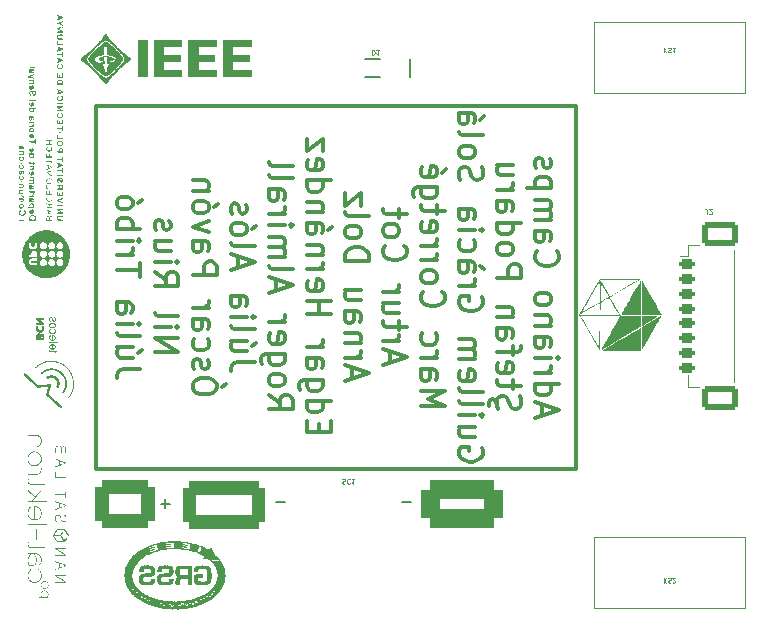
<source format=gbo>
%TF.GenerationSoftware,KiCad,Pcbnew,7.0.10-7.0.10~ubuntu22.04.1*%
%TF.CreationDate,2024-06-11T12:21:50+02:00*%
%TF.ProjectId,PQ_BotBoard,50515f42-6f74-4426-9f61-72642e6b6963,rev?*%
%TF.SameCoordinates,Original*%
%TF.FileFunction,Legend,Bot*%
%TF.FilePolarity,Positive*%
%FSLAX46Y46*%
G04 Gerber Fmt 4.6, Leading zero omitted, Abs format (unit mm)*
G04 Created by KiCad (PCBNEW 7.0.10-7.0.10~ubuntu22.04.1) date 2024-06-11 12:21:50*
%MOMM*%
%LPD*%
G01*
G04 APERTURE LIST*
G04 Aperture macros list*
%AMRoundRect*
0 Rectangle with rounded corners*
0 $1 Rounding radius*
0 $2 $3 $4 $5 $6 $7 $8 $9 X,Y pos of 4 corners*
0 Add a 4 corners polygon primitive as box body*
4,1,4,$2,$3,$4,$5,$6,$7,$8,$9,$2,$3,0*
0 Add four circle primitives for the rounded corners*
1,1,$1+$1,$2,$3*
1,1,$1+$1,$4,$5*
1,1,$1+$1,$6,$7*
1,1,$1+$1,$8,$9*
0 Add four rect primitives between the rounded corners*
20,1,$1+$1,$2,$3,$4,$5,0*
20,1,$1+$1,$4,$5,$6,$7,0*
20,1,$1+$1,$6,$7,$8,$9,0*
20,1,$1+$1,$8,$9,$2,$3,0*%
G04 Aperture macros list end*
%ADD10C,0.300000*%
%ADD11C,0.100000*%
%ADD12C,0.150000*%
%ADD13C,0.120000*%
%ADD14C,4.400000*%
%ADD15C,1.800000*%
%ADD16RoundRect,0.571429X-2.928571X-1.428571X2.928571X-1.428571X2.928571X1.428571X-2.928571X1.428571X0*%
%ADD17RoundRect,0.800000X-2.700000X-1.200000X2.700000X-1.200000X2.700000X1.200000X-2.700000X1.200000X0*%
%ADD18RoundRect,0.571429X-1.928571X-1.428571X1.928571X-1.428571X1.928571X1.428571X-1.928571X1.428571X0*%
%ADD19R,1.000000X1.500000*%
%ADD20R,2.000000X2.000000*%
%ADD21RoundRect,0.200000X-0.450000X0.200000X-0.450000X-0.200000X0.450000X-0.200000X0.450000X0.200000X0*%
%ADD22RoundRect,0.250001X-1.249999X0.799999X-1.249999X-0.799999X1.249999X-0.799999X1.249999X0.799999X0*%
G04 APERTURE END LIST*
D10*
X116210990Y-65413162D02*
X116210990Y-64460781D01*
X115639561Y-65603638D02*
X117639561Y-64936972D01*
X117639561Y-64936972D02*
X115639561Y-64270305D01*
X115639561Y-62746495D02*
X117639561Y-62746495D01*
X115734800Y-62746495D02*
X115639561Y-62936971D01*
X115639561Y-62936971D02*
X115639561Y-63317924D01*
X115639561Y-63317924D02*
X115734800Y-63508400D01*
X115734800Y-63508400D02*
X115830038Y-63603638D01*
X115830038Y-63603638D02*
X116020514Y-63698876D01*
X116020514Y-63698876D02*
X116591942Y-63698876D01*
X116591942Y-63698876D02*
X116782419Y-63603638D01*
X116782419Y-63603638D02*
X116877657Y-63508400D01*
X116877657Y-63508400D02*
X116972895Y-63317924D01*
X116972895Y-63317924D02*
X116972895Y-62936971D01*
X116972895Y-62936971D02*
X116877657Y-62746495D01*
X115639561Y-61794114D02*
X116972895Y-61794114D01*
X116591942Y-61794114D02*
X116782419Y-61698876D01*
X116782419Y-61698876D02*
X116877657Y-61603638D01*
X116877657Y-61603638D02*
X116972895Y-61413162D01*
X116972895Y-61413162D02*
X116972895Y-61222685D01*
X115639561Y-60556019D02*
X116972895Y-60556019D01*
X117639561Y-60556019D02*
X117544323Y-60651257D01*
X117544323Y-60651257D02*
X117449085Y-60556019D01*
X117449085Y-60556019D02*
X117544323Y-60460781D01*
X117544323Y-60460781D02*
X117639561Y-60556019D01*
X117639561Y-60556019D02*
X117449085Y-60556019D01*
X115639561Y-58746495D02*
X116687180Y-58746495D01*
X116687180Y-58746495D02*
X116877657Y-58841733D01*
X116877657Y-58841733D02*
X116972895Y-59032209D01*
X116972895Y-59032209D02*
X116972895Y-59413162D01*
X116972895Y-59413162D02*
X116877657Y-59603638D01*
X115734800Y-58746495D02*
X115639561Y-58936971D01*
X115639561Y-58936971D02*
X115639561Y-59413162D01*
X115639561Y-59413162D02*
X115734800Y-59603638D01*
X115734800Y-59603638D02*
X115925276Y-59698876D01*
X115925276Y-59698876D02*
X116115752Y-59698876D01*
X116115752Y-59698876D02*
X116306228Y-59603638D01*
X116306228Y-59603638D02*
X116401466Y-59413162D01*
X116401466Y-59413162D02*
X116401466Y-58936971D01*
X116401466Y-58936971D02*
X116496704Y-58746495D01*
X116972895Y-57794114D02*
X115639561Y-57794114D01*
X116782419Y-57794114D02*
X116877657Y-57698876D01*
X116877657Y-57698876D02*
X116972895Y-57508400D01*
X116972895Y-57508400D02*
X116972895Y-57222685D01*
X116972895Y-57222685D02*
X116877657Y-57032209D01*
X116877657Y-57032209D02*
X116687180Y-56936971D01*
X116687180Y-56936971D02*
X115639561Y-56936971D01*
X115639561Y-55698876D02*
X115734800Y-55889352D01*
X115734800Y-55889352D02*
X115830038Y-55984590D01*
X115830038Y-55984590D02*
X116020514Y-56079828D01*
X116020514Y-56079828D02*
X116591942Y-56079828D01*
X116591942Y-56079828D02*
X116782419Y-55984590D01*
X116782419Y-55984590D02*
X116877657Y-55889352D01*
X116877657Y-55889352D02*
X116972895Y-55698876D01*
X116972895Y-55698876D02*
X116972895Y-55413161D01*
X116972895Y-55413161D02*
X116877657Y-55222685D01*
X116877657Y-55222685D02*
X116782419Y-55127447D01*
X116782419Y-55127447D02*
X116591942Y-55032209D01*
X116591942Y-55032209D02*
X116020514Y-55032209D01*
X116020514Y-55032209D02*
X115830038Y-55127447D01*
X115830038Y-55127447D02*
X115734800Y-55222685D01*
X115734800Y-55222685D02*
X115639561Y-55413161D01*
X115639561Y-55413161D02*
X115639561Y-55698876D01*
X115830038Y-51508399D02*
X115734800Y-51603637D01*
X115734800Y-51603637D02*
X115639561Y-51889351D01*
X115639561Y-51889351D02*
X115639561Y-52079827D01*
X115639561Y-52079827D02*
X115734800Y-52365542D01*
X115734800Y-52365542D02*
X115925276Y-52556018D01*
X115925276Y-52556018D02*
X116115752Y-52651256D01*
X116115752Y-52651256D02*
X116496704Y-52746494D01*
X116496704Y-52746494D02*
X116782419Y-52746494D01*
X116782419Y-52746494D02*
X117163371Y-52651256D01*
X117163371Y-52651256D02*
X117353847Y-52556018D01*
X117353847Y-52556018D02*
X117544323Y-52365542D01*
X117544323Y-52365542D02*
X117639561Y-52079827D01*
X117639561Y-52079827D02*
X117639561Y-51889351D01*
X117639561Y-51889351D02*
X117544323Y-51603637D01*
X117544323Y-51603637D02*
X117449085Y-51508399D01*
X115639561Y-49794113D02*
X116687180Y-49794113D01*
X116687180Y-49794113D02*
X116877657Y-49889351D01*
X116877657Y-49889351D02*
X116972895Y-50079827D01*
X116972895Y-50079827D02*
X116972895Y-50460780D01*
X116972895Y-50460780D02*
X116877657Y-50651256D01*
X115734800Y-49794113D02*
X115639561Y-49984589D01*
X115639561Y-49984589D02*
X115639561Y-50460780D01*
X115639561Y-50460780D02*
X115734800Y-50651256D01*
X115734800Y-50651256D02*
X115925276Y-50746494D01*
X115925276Y-50746494D02*
X116115752Y-50746494D01*
X116115752Y-50746494D02*
X116306228Y-50651256D01*
X116306228Y-50651256D02*
X116401466Y-50460780D01*
X116401466Y-50460780D02*
X116401466Y-49984589D01*
X116401466Y-49984589D02*
X116496704Y-49794113D01*
X115639561Y-48841732D02*
X116972895Y-48841732D01*
X116782419Y-48841732D02*
X116877657Y-48746494D01*
X116877657Y-48746494D02*
X116972895Y-48556018D01*
X116972895Y-48556018D02*
X116972895Y-48270303D01*
X116972895Y-48270303D02*
X116877657Y-48079827D01*
X116877657Y-48079827D02*
X116687180Y-47984589D01*
X116687180Y-47984589D02*
X115639561Y-47984589D01*
X116687180Y-47984589D02*
X116877657Y-47889351D01*
X116877657Y-47889351D02*
X116972895Y-47698875D01*
X116972895Y-47698875D02*
X116972895Y-47413161D01*
X116972895Y-47413161D02*
X116877657Y-47222684D01*
X116877657Y-47222684D02*
X116687180Y-47127446D01*
X116687180Y-47127446D02*
X115639561Y-47127446D01*
X116972895Y-46175065D02*
X114972895Y-46175065D01*
X116877657Y-46175065D02*
X116972895Y-45984589D01*
X116972895Y-45984589D02*
X116972895Y-45603636D01*
X116972895Y-45603636D02*
X116877657Y-45413160D01*
X116877657Y-45413160D02*
X116782419Y-45317922D01*
X116782419Y-45317922D02*
X116591942Y-45222684D01*
X116591942Y-45222684D02*
X116020514Y-45222684D01*
X116020514Y-45222684D02*
X115830038Y-45317922D01*
X115830038Y-45317922D02*
X115734800Y-45413160D01*
X115734800Y-45413160D02*
X115639561Y-45603636D01*
X115639561Y-45603636D02*
X115639561Y-45984589D01*
X115639561Y-45984589D02*
X115734800Y-46175065D01*
X115734800Y-44460779D02*
X115639561Y-44270303D01*
X115639561Y-44270303D02*
X115639561Y-43889351D01*
X115639561Y-43889351D02*
X115734800Y-43698874D01*
X115734800Y-43698874D02*
X115925276Y-43603636D01*
X115925276Y-43603636D02*
X116020514Y-43603636D01*
X116020514Y-43603636D02*
X116210990Y-43698874D01*
X116210990Y-43698874D02*
X116306228Y-43889351D01*
X116306228Y-43889351D02*
X116306228Y-44175065D01*
X116306228Y-44175065D02*
X116401466Y-44365541D01*
X116401466Y-44365541D02*
X116591942Y-44460779D01*
X116591942Y-44460779D02*
X116687180Y-44460779D01*
X116687180Y-44460779D02*
X116877657Y-44365541D01*
X116877657Y-44365541D02*
X116972895Y-44175065D01*
X116972895Y-44175065D02*
X116972895Y-43889351D01*
X116972895Y-43889351D02*
X116877657Y-43698874D01*
X112514800Y-64889352D02*
X112419561Y-64603638D01*
X112419561Y-64603638D02*
X112419561Y-64127447D01*
X112419561Y-64127447D02*
X112514800Y-63936971D01*
X112514800Y-63936971D02*
X112610038Y-63841733D01*
X112610038Y-63841733D02*
X112800514Y-63746495D01*
X112800514Y-63746495D02*
X112990990Y-63746495D01*
X112990990Y-63746495D02*
X113181466Y-63841733D01*
X113181466Y-63841733D02*
X113276704Y-63936971D01*
X113276704Y-63936971D02*
X113371942Y-64127447D01*
X113371942Y-64127447D02*
X113467180Y-64508400D01*
X113467180Y-64508400D02*
X113562419Y-64698876D01*
X113562419Y-64698876D02*
X113657657Y-64794114D01*
X113657657Y-64794114D02*
X113848133Y-64889352D01*
X113848133Y-64889352D02*
X114038609Y-64889352D01*
X114038609Y-64889352D02*
X114229085Y-64794114D01*
X114229085Y-64794114D02*
X114324323Y-64698876D01*
X114324323Y-64698876D02*
X114419561Y-64508400D01*
X114419561Y-64508400D02*
X114419561Y-64032209D01*
X114419561Y-64032209D02*
X114324323Y-63746495D01*
X112324323Y-64317924D02*
X112229085Y-64127447D01*
X112229085Y-64127447D02*
X112038609Y-64032209D01*
X112038609Y-64032209D02*
X111848133Y-64127447D01*
X111848133Y-64127447D02*
X111752895Y-64317924D01*
X111752895Y-64317924D02*
X111752895Y-64603638D01*
X113752895Y-63175066D02*
X113752895Y-62413162D01*
X114419561Y-62889352D02*
X112705276Y-62889352D01*
X112705276Y-62889352D02*
X112514800Y-62794114D01*
X112514800Y-62794114D02*
X112419561Y-62603638D01*
X112419561Y-62603638D02*
X112419561Y-62413162D01*
X112514800Y-60984590D02*
X112419561Y-61175066D01*
X112419561Y-61175066D02*
X112419561Y-61556019D01*
X112419561Y-61556019D02*
X112514800Y-61746495D01*
X112514800Y-61746495D02*
X112705276Y-61841733D01*
X112705276Y-61841733D02*
X113467180Y-61841733D01*
X113467180Y-61841733D02*
X113657657Y-61746495D01*
X113657657Y-61746495D02*
X113752895Y-61556019D01*
X113752895Y-61556019D02*
X113752895Y-61175066D01*
X113752895Y-61175066D02*
X113657657Y-60984590D01*
X113657657Y-60984590D02*
X113467180Y-60889352D01*
X113467180Y-60889352D02*
X113276704Y-60889352D01*
X113276704Y-60889352D02*
X113086228Y-61841733D01*
X113752895Y-60317923D02*
X113752895Y-59556019D01*
X112419561Y-60032209D02*
X114133847Y-60032209D01*
X114133847Y-60032209D02*
X114324323Y-59936971D01*
X114324323Y-59936971D02*
X114419561Y-59746495D01*
X114419561Y-59746495D02*
X114419561Y-59556019D01*
X112419561Y-58032209D02*
X113467180Y-58032209D01*
X113467180Y-58032209D02*
X113657657Y-58127447D01*
X113657657Y-58127447D02*
X113752895Y-58317923D01*
X113752895Y-58317923D02*
X113752895Y-58698876D01*
X113752895Y-58698876D02*
X113657657Y-58889352D01*
X112514800Y-58032209D02*
X112419561Y-58222685D01*
X112419561Y-58222685D02*
X112419561Y-58698876D01*
X112419561Y-58698876D02*
X112514800Y-58889352D01*
X112514800Y-58889352D02*
X112705276Y-58984590D01*
X112705276Y-58984590D02*
X112895752Y-58984590D01*
X112895752Y-58984590D02*
X113086228Y-58889352D01*
X113086228Y-58889352D02*
X113181466Y-58698876D01*
X113181466Y-58698876D02*
X113181466Y-58222685D01*
X113181466Y-58222685D02*
X113276704Y-58032209D01*
X113752895Y-57079828D02*
X112419561Y-57079828D01*
X113562419Y-57079828D02*
X113657657Y-56984590D01*
X113657657Y-56984590D02*
X113752895Y-56794114D01*
X113752895Y-56794114D02*
X113752895Y-56508399D01*
X113752895Y-56508399D02*
X113657657Y-56317923D01*
X113657657Y-56317923D02*
X113467180Y-56222685D01*
X113467180Y-56222685D02*
X112419561Y-56222685D01*
X112419561Y-53746494D02*
X114419561Y-53746494D01*
X114419561Y-53746494D02*
X114419561Y-52984589D01*
X114419561Y-52984589D02*
X114324323Y-52794113D01*
X114324323Y-52794113D02*
X114229085Y-52698875D01*
X114229085Y-52698875D02*
X114038609Y-52603637D01*
X114038609Y-52603637D02*
X113752895Y-52603637D01*
X113752895Y-52603637D02*
X113562419Y-52698875D01*
X113562419Y-52698875D02*
X113467180Y-52794113D01*
X113467180Y-52794113D02*
X113371942Y-52984589D01*
X113371942Y-52984589D02*
X113371942Y-53746494D01*
X112419561Y-51460780D02*
X112514800Y-51651256D01*
X112514800Y-51651256D02*
X112610038Y-51746494D01*
X112610038Y-51746494D02*
X112800514Y-51841732D01*
X112800514Y-51841732D02*
X113371942Y-51841732D01*
X113371942Y-51841732D02*
X113562419Y-51746494D01*
X113562419Y-51746494D02*
X113657657Y-51651256D01*
X113657657Y-51651256D02*
X113752895Y-51460780D01*
X113752895Y-51460780D02*
X113752895Y-51175065D01*
X113752895Y-51175065D02*
X113657657Y-50984589D01*
X113657657Y-50984589D02*
X113562419Y-50889351D01*
X113562419Y-50889351D02*
X113371942Y-50794113D01*
X113371942Y-50794113D02*
X112800514Y-50794113D01*
X112800514Y-50794113D02*
X112610038Y-50889351D01*
X112610038Y-50889351D02*
X112514800Y-50984589D01*
X112514800Y-50984589D02*
X112419561Y-51175065D01*
X112419561Y-51175065D02*
X112419561Y-51460780D01*
X112419561Y-49079827D02*
X114419561Y-49079827D01*
X112514800Y-49079827D02*
X112419561Y-49270303D01*
X112419561Y-49270303D02*
X112419561Y-49651256D01*
X112419561Y-49651256D02*
X112514800Y-49841732D01*
X112514800Y-49841732D02*
X112610038Y-49936970D01*
X112610038Y-49936970D02*
X112800514Y-50032208D01*
X112800514Y-50032208D02*
X113371942Y-50032208D01*
X113371942Y-50032208D02*
X113562419Y-49936970D01*
X113562419Y-49936970D02*
X113657657Y-49841732D01*
X113657657Y-49841732D02*
X113752895Y-49651256D01*
X113752895Y-49651256D02*
X113752895Y-49270303D01*
X113752895Y-49270303D02*
X113657657Y-49079827D01*
X112419561Y-47270303D02*
X113467180Y-47270303D01*
X113467180Y-47270303D02*
X113657657Y-47365541D01*
X113657657Y-47365541D02*
X113752895Y-47556017D01*
X113752895Y-47556017D02*
X113752895Y-47936970D01*
X113752895Y-47936970D02*
X113657657Y-48127446D01*
X112514800Y-47270303D02*
X112419561Y-47460779D01*
X112419561Y-47460779D02*
X112419561Y-47936970D01*
X112419561Y-47936970D02*
X112514800Y-48127446D01*
X112514800Y-48127446D02*
X112705276Y-48222684D01*
X112705276Y-48222684D02*
X112895752Y-48222684D01*
X112895752Y-48222684D02*
X113086228Y-48127446D01*
X113086228Y-48127446D02*
X113181466Y-47936970D01*
X113181466Y-47936970D02*
X113181466Y-47460779D01*
X113181466Y-47460779D02*
X113276704Y-47270303D01*
X112419561Y-46317922D02*
X113752895Y-46317922D01*
X113371942Y-46317922D02*
X113562419Y-46222684D01*
X113562419Y-46222684D02*
X113657657Y-46127446D01*
X113657657Y-46127446D02*
X113752895Y-45936970D01*
X113752895Y-45936970D02*
X113752895Y-45746493D01*
X113752895Y-44222684D02*
X112419561Y-44222684D01*
X113752895Y-45079827D02*
X112705276Y-45079827D01*
X112705276Y-45079827D02*
X112514800Y-44984589D01*
X112514800Y-44984589D02*
X112419561Y-44794113D01*
X112419561Y-44794113D02*
X112419561Y-44508398D01*
X112419561Y-44508398D02*
X112514800Y-44317922D01*
X112514800Y-44317922D02*
X112610038Y-44222684D01*
X111104323Y-68175067D02*
X111199561Y-68365543D01*
X111199561Y-68365543D02*
X111199561Y-68651257D01*
X111199561Y-68651257D02*
X111104323Y-68936972D01*
X111104323Y-68936972D02*
X110913847Y-69127448D01*
X110913847Y-69127448D02*
X110723371Y-69222686D01*
X110723371Y-69222686D02*
X110342419Y-69317924D01*
X110342419Y-69317924D02*
X110056704Y-69317924D01*
X110056704Y-69317924D02*
X109675752Y-69222686D01*
X109675752Y-69222686D02*
X109485276Y-69127448D01*
X109485276Y-69127448D02*
X109294800Y-68936972D01*
X109294800Y-68936972D02*
X109199561Y-68651257D01*
X109199561Y-68651257D02*
X109199561Y-68460781D01*
X109199561Y-68460781D02*
X109294800Y-68175067D01*
X109294800Y-68175067D02*
X109390038Y-68079829D01*
X109390038Y-68079829D02*
X110056704Y-68079829D01*
X110056704Y-68079829D02*
X110056704Y-68460781D01*
X110532895Y-66365543D02*
X109199561Y-66365543D01*
X110532895Y-67222686D02*
X109485276Y-67222686D01*
X109485276Y-67222686D02*
X109294800Y-67127448D01*
X109294800Y-67127448D02*
X109199561Y-66936972D01*
X109199561Y-66936972D02*
X109199561Y-66651257D01*
X109199561Y-66651257D02*
X109294800Y-66460781D01*
X109294800Y-66460781D02*
X109390038Y-66365543D01*
X109199561Y-65413162D02*
X110532895Y-65413162D01*
X111199561Y-65413162D02*
X111104323Y-65508400D01*
X111104323Y-65508400D02*
X111009085Y-65413162D01*
X111009085Y-65413162D02*
X111104323Y-65317924D01*
X111104323Y-65317924D02*
X111199561Y-65413162D01*
X111199561Y-65413162D02*
X111009085Y-65413162D01*
X109199561Y-64175067D02*
X109294800Y-64365543D01*
X109294800Y-64365543D02*
X109485276Y-64460781D01*
X109485276Y-64460781D02*
X111199561Y-64460781D01*
X109199561Y-63127448D02*
X109294800Y-63317924D01*
X109294800Y-63317924D02*
X109485276Y-63413162D01*
X109485276Y-63413162D02*
X111199561Y-63413162D01*
X109294800Y-61603638D02*
X109199561Y-61794114D01*
X109199561Y-61794114D02*
X109199561Y-62175067D01*
X109199561Y-62175067D02*
X109294800Y-62365543D01*
X109294800Y-62365543D02*
X109485276Y-62460781D01*
X109485276Y-62460781D02*
X110247180Y-62460781D01*
X110247180Y-62460781D02*
X110437657Y-62365543D01*
X110437657Y-62365543D02*
X110532895Y-62175067D01*
X110532895Y-62175067D02*
X110532895Y-61794114D01*
X110532895Y-61794114D02*
X110437657Y-61603638D01*
X110437657Y-61603638D02*
X110247180Y-61508400D01*
X110247180Y-61508400D02*
X110056704Y-61508400D01*
X110056704Y-61508400D02*
X109866228Y-62460781D01*
X109199561Y-60651257D02*
X110532895Y-60651257D01*
X110342419Y-60651257D02*
X110437657Y-60556019D01*
X110437657Y-60556019D02*
X110532895Y-60365543D01*
X110532895Y-60365543D02*
X110532895Y-60079828D01*
X110532895Y-60079828D02*
X110437657Y-59889352D01*
X110437657Y-59889352D02*
X110247180Y-59794114D01*
X110247180Y-59794114D02*
X109199561Y-59794114D01*
X110247180Y-59794114D02*
X110437657Y-59698876D01*
X110437657Y-59698876D02*
X110532895Y-59508400D01*
X110532895Y-59508400D02*
X110532895Y-59222686D01*
X110532895Y-59222686D02*
X110437657Y-59032209D01*
X110437657Y-59032209D02*
X110247180Y-58936971D01*
X110247180Y-58936971D02*
X109199561Y-58936971D01*
X111104323Y-55413161D02*
X111199561Y-55603637D01*
X111199561Y-55603637D02*
X111199561Y-55889351D01*
X111199561Y-55889351D02*
X111104323Y-56175066D01*
X111104323Y-56175066D02*
X110913847Y-56365542D01*
X110913847Y-56365542D02*
X110723371Y-56460780D01*
X110723371Y-56460780D02*
X110342419Y-56556018D01*
X110342419Y-56556018D02*
X110056704Y-56556018D01*
X110056704Y-56556018D02*
X109675752Y-56460780D01*
X109675752Y-56460780D02*
X109485276Y-56365542D01*
X109485276Y-56365542D02*
X109294800Y-56175066D01*
X109294800Y-56175066D02*
X109199561Y-55889351D01*
X109199561Y-55889351D02*
X109199561Y-55698875D01*
X109199561Y-55698875D02*
X109294800Y-55413161D01*
X109294800Y-55413161D02*
X109390038Y-55317923D01*
X109390038Y-55317923D02*
X110056704Y-55317923D01*
X110056704Y-55317923D02*
X110056704Y-55698875D01*
X109199561Y-54460780D02*
X110532895Y-54460780D01*
X110151942Y-54460780D02*
X110342419Y-54365542D01*
X110342419Y-54365542D02*
X110437657Y-54270304D01*
X110437657Y-54270304D02*
X110532895Y-54079828D01*
X110532895Y-54079828D02*
X110532895Y-53889351D01*
X109199561Y-52365542D02*
X110247180Y-52365542D01*
X110247180Y-52365542D02*
X110437657Y-52460780D01*
X110437657Y-52460780D02*
X110532895Y-52651256D01*
X110532895Y-52651256D02*
X110532895Y-53032209D01*
X110532895Y-53032209D02*
X110437657Y-53222685D01*
X109294800Y-52365542D02*
X109199561Y-52556018D01*
X109199561Y-52556018D02*
X109199561Y-53032209D01*
X109199561Y-53032209D02*
X109294800Y-53222685D01*
X109294800Y-53222685D02*
X109485276Y-53317923D01*
X109485276Y-53317923D02*
X109675752Y-53317923D01*
X109675752Y-53317923D02*
X109866228Y-53222685D01*
X109866228Y-53222685D02*
X109961466Y-53032209D01*
X109961466Y-53032209D02*
X109961466Y-52556018D01*
X109961466Y-52556018D02*
X110056704Y-52365542D01*
X111294800Y-53032209D02*
X111009085Y-52746495D01*
X109294800Y-50556018D02*
X109199561Y-50746494D01*
X109199561Y-50746494D02*
X109199561Y-51127447D01*
X109199561Y-51127447D02*
X109294800Y-51317923D01*
X109294800Y-51317923D02*
X109390038Y-51413161D01*
X109390038Y-51413161D02*
X109580514Y-51508399D01*
X109580514Y-51508399D02*
X110151942Y-51508399D01*
X110151942Y-51508399D02*
X110342419Y-51413161D01*
X110342419Y-51413161D02*
X110437657Y-51317923D01*
X110437657Y-51317923D02*
X110532895Y-51127447D01*
X110532895Y-51127447D02*
X110532895Y-50746494D01*
X110532895Y-50746494D02*
X110437657Y-50556018D01*
X109199561Y-49698875D02*
X110532895Y-49698875D01*
X111199561Y-49698875D02*
X111104323Y-49794113D01*
X111104323Y-49794113D02*
X111009085Y-49698875D01*
X111009085Y-49698875D02*
X111104323Y-49603637D01*
X111104323Y-49603637D02*
X111199561Y-49698875D01*
X111199561Y-49698875D02*
X111009085Y-49698875D01*
X109199561Y-47889351D02*
X110247180Y-47889351D01*
X110247180Y-47889351D02*
X110437657Y-47984589D01*
X110437657Y-47984589D02*
X110532895Y-48175065D01*
X110532895Y-48175065D02*
X110532895Y-48556018D01*
X110532895Y-48556018D02*
X110437657Y-48746494D01*
X109294800Y-47889351D02*
X109199561Y-48079827D01*
X109199561Y-48079827D02*
X109199561Y-48556018D01*
X109199561Y-48556018D02*
X109294800Y-48746494D01*
X109294800Y-48746494D02*
X109485276Y-48841732D01*
X109485276Y-48841732D02*
X109675752Y-48841732D01*
X109675752Y-48841732D02*
X109866228Y-48746494D01*
X109866228Y-48746494D02*
X109961466Y-48556018D01*
X109961466Y-48556018D02*
X109961466Y-48079827D01*
X109961466Y-48079827D02*
X110056704Y-47889351D01*
X109294800Y-45508398D02*
X109199561Y-45222684D01*
X109199561Y-45222684D02*
X109199561Y-44746493D01*
X109199561Y-44746493D02*
X109294800Y-44556017D01*
X109294800Y-44556017D02*
X109390038Y-44460779D01*
X109390038Y-44460779D02*
X109580514Y-44365541D01*
X109580514Y-44365541D02*
X109770990Y-44365541D01*
X109770990Y-44365541D02*
X109961466Y-44460779D01*
X109961466Y-44460779D02*
X110056704Y-44556017D01*
X110056704Y-44556017D02*
X110151942Y-44746493D01*
X110151942Y-44746493D02*
X110247180Y-45127446D01*
X110247180Y-45127446D02*
X110342419Y-45317922D01*
X110342419Y-45317922D02*
X110437657Y-45413160D01*
X110437657Y-45413160D02*
X110628133Y-45508398D01*
X110628133Y-45508398D02*
X110818609Y-45508398D01*
X110818609Y-45508398D02*
X111009085Y-45413160D01*
X111009085Y-45413160D02*
X111104323Y-45317922D01*
X111104323Y-45317922D02*
X111199561Y-45127446D01*
X111199561Y-45127446D02*
X111199561Y-44651255D01*
X111199561Y-44651255D02*
X111104323Y-44365541D01*
X109199561Y-43222684D02*
X109294800Y-43413160D01*
X109294800Y-43413160D02*
X109390038Y-43508398D01*
X109390038Y-43508398D02*
X109580514Y-43603636D01*
X109580514Y-43603636D02*
X110151942Y-43603636D01*
X110151942Y-43603636D02*
X110342419Y-43508398D01*
X110342419Y-43508398D02*
X110437657Y-43413160D01*
X110437657Y-43413160D02*
X110532895Y-43222684D01*
X110532895Y-43222684D02*
X110532895Y-42936969D01*
X110532895Y-42936969D02*
X110437657Y-42746493D01*
X110437657Y-42746493D02*
X110342419Y-42651255D01*
X110342419Y-42651255D02*
X110151942Y-42556017D01*
X110151942Y-42556017D02*
X109580514Y-42556017D01*
X109580514Y-42556017D02*
X109390038Y-42651255D01*
X109390038Y-42651255D02*
X109294800Y-42746493D01*
X109294800Y-42746493D02*
X109199561Y-42936969D01*
X109199561Y-42936969D02*
X109199561Y-43222684D01*
X109199561Y-41413160D02*
X109294800Y-41603636D01*
X109294800Y-41603636D02*
X109485276Y-41698874D01*
X109485276Y-41698874D02*
X111199561Y-41698874D01*
X109199561Y-39794112D02*
X110247180Y-39794112D01*
X110247180Y-39794112D02*
X110437657Y-39889350D01*
X110437657Y-39889350D02*
X110532895Y-40079826D01*
X110532895Y-40079826D02*
X110532895Y-40460779D01*
X110532895Y-40460779D02*
X110437657Y-40651255D01*
X109294800Y-39794112D02*
X109199561Y-39984588D01*
X109199561Y-39984588D02*
X109199561Y-40460779D01*
X109199561Y-40460779D02*
X109294800Y-40651255D01*
X109294800Y-40651255D02*
X109485276Y-40746493D01*
X109485276Y-40746493D02*
X109675752Y-40746493D01*
X109675752Y-40746493D02*
X109866228Y-40651255D01*
X109866228Y-40651255D02*
X109961466Y-40460779D01*
X109961466Y-40460779D02*
X109961466Y-39984588D01*
X109961466Y-39984588D02*
X110056704Y-39794112D01*
X111294800Y-40079826D02*
X111009085Y-40365541D01*
X105979561Y-64651257D02*
X107979561Y-64651257D01*
X107979561Y-64651257D02*
X106550990Y-63984590D01*
X106550990Y-63984590D02*
X107979561Y-63317924D01*
X107979561Y-63317924D02*
X105979561Y-63317924D01*
X105979561Y-61508400D02*
X107027180Y-61508400D01*
X107027180Y-61508400D02*
X107217657Y-61603638D01*
X107217657Y-61603638D02*
X107312895Y-61794114D01*
X107312895Y-61794114D02*
X107312895Y-62175067D01*
X107312895Y-62175067D02*
X107217657Y-62365543D01*
X106074800Y-61508400D02*
X105979561Y-61698876D01*
X105979561Y-61698876D02*
X105979561Y-62175067D01*
X105979561Y-62175067D02*
X106074800Y-62365543D01*
X106074800Y-62365543D02*
X106265276Y-62460781D01*
X106265276Y-62460781D02*
X106455752Y-62460781D01*
X106455752Y-62460781D02*
X106646228Y-62365543D01*
X106646228Y-62365543D02*
X106741466Y-62175067D01*
X106741466Y-62175067D02*
X106741466Y-61698876D01*
X106741466Y-61698876D02*
X106836704Y-61508400D01*
X105979561Y-60556019D02*
X107312895Y-60556019D01*
X106931942Y-60556019D02*
X107122419Y-60460781D01*
X107122419Y-60460781D02*
X107217657Y-60365543D01*
X107217657Y-60365543D02*
X107312895Y-60175067D01*
X107312895Y-60175067D02*
X107312895Y-59984590D01*
X106074800Y-58460781D02*
X105979561Y-58651257D01*
X105979561Y-58651257D02*
X105979561Y-59032210D01*
X105979561Y-59032210D02*
X106074800Y-59222686D01*
X106074800Y-59222686D02*
X106170038Y-59317924D01*
X106170038Y-59317924D02*
X106360514Y-59413162D01*
X106360514Y-59413162D02*
X106931942Y-59413162D01*
X106931942Y-59413162D02*
X107122419Y-59317924D01*
X107122419Y-59317924D02*
X107217657Y-59222686D01*
X107217657Y-59222686D02*
X107312895Y-59032210D01*
X107312895Y-59032210D02*
X107312895Y-58651257D01*
X107312895Y-58651257D02*
X107217657Y-58460781D01*
X106170038Y-54936971D02*
X106074800Y-55032209D01*
X106074800Y-55032209D02*
X105979561Y-55317923D01*
X105979561Y-55317923D02*
X105979561Y-55508399D01*
X105979561Y-55508399D02*
X106074800Y-55794114D01*
X106074800Y-55794114D02*
X106265276Y-55984590D01*
X106265276Y-55984590D02*
X106455752Y-56079828D01*
X106455752Y-56079828D02*
X106836704Y-56175066D01*
X106836704Y-56175066D02*
X107122419Y-56175066D01*
X107122419Y-56175066D02*
X107503371Y-56079828D01*
X107503371Y-56079828D02*
X107693847Y-55984590D01*
X107693847Y-55984590D02*
X107884323Y-55794114D01*
X107884323Y-55794114D02*
X107979561Y-55508399D01*
X107979561Y-55508399D02*
X107979561Y-55317923D01*
X107979561Y-55317923D02*
X107884323Y-55032209D01*
X107884323Y-55032209D02*
X107789085Y-54936971D01*
X105979561Y-53794114D02*
X106074800Y-53984590D01*
X106074800Y-53984590D02*
X106170038Y-54079828D01*
X106170038Y-54079828D02*
X106360514Y-54175066D01*
X106360514Y-54175066D02*
X106931942Y-54175066D01*
X106931942Y-54175066D02*
X107122419Y-54079828D01*
X107122419Y-54079828D02*
X107217657Y-53984590D01*
X107217657Y-53984590D02*
X107312895Y-53794114D01*
X107312895Y-53794114D02*
X107312895Y-53508399D01*
X107312895Y-53508399D02*
X107217657Y-53317923D01*
X107217657Y-53317923D02*
X107122419Y-53222685D01*
X107122419Y-53222685D02*
X106931942Y-53127447D01*
X106931942Y-53127447D02*
X106360514Y-53127447D01*
X106360514Y-53127447D02*
X106170038Y-53222685D01*
X106170038Y-53222685D02*
X106074800Y-53317923D01*
X106074800Y-53317923D02*
X105979561Y-53508399D01*
X105979561Y-53508399D02*
X105979561Y-53794114D01*
X105979561Y-52270304D02*
X107312895Y-52270304D01*
X106931942Y-52270304D02*
X107122419Y-52175066D01*
X107122419Y-52175066D02*
X107217657Y-52079828D01*
X107217657Y-52079828D02*
X107312895Y-51889352D01*
X107312895Y-51889352D02*
X107312895Y-51698875D01*
X105979561Y-51032209D02*
X107312895Y-51032209D01*
X106931942Y-51032209D02*
X107122419Y-50936971D01*
X107122419Y-50936971D02*
X107217657Y-50841733D01*
X107217657Y-50841733D02*
X107312895Y-50651257D01*
X107312895Y-50651257D02*
X107312895Y-50460780D01*
X106074800Y-49032209D02*
X105979561Y-49222685D01*
X105979561Y-49222685D02*
X105979561Y-49603638D01*
X105979561Y-49603638D02*
X106074800Y-49794114D01*
X106074800Y-49794114D02*
X106265276Y-49889352D01*
X106265276Y-49889352D02*
X107027180Y-49889352D01*
X107027180Y-49889352D02*
X107217657Y-49794114D01*
X107217657Y-49794114D02*
X107312895Y-49603638D01*
X107312895Y-49603638D02*
X107312895Y-49222685D01*
X107312895Y-49222685D02*
X107217657Y-49032209D01*
X107217657Y-49032209D02*
X107027180Y-48936971D01*
X107027180Y-48936971D02*
X106836704Y-48936971D01*
X106836704Y-48936971D02*
X106646228Y-49889352D01*
X107312895Y-48365542D02*
X107312895Y-47603638D01*
X107979561Y-48079828D02*
X106265276Y-48079828D01*
X106265276Y-48079828D02*
X106074800Y-47984590D01*
X106074800Y-47984590D02*
X105979561Y-47794114D01*
X105979561Y-47794114D02*
X105979561Y-47603638D01*
X107312895Y-46079828D02*
X105693847Y-46079828D01*
X105693847Y-46079828D02*
X105503371Y-46175066D01*
X105503371Y-46175066D02*
X105408133Y-46270304D01*
X105408133Y-46270304D02*
X105312895Y-46460781D01*
X105312895Y-46460781D02*
X105312895Y-46746495D01*
X105312895Y-46746495D02*
X105408133Y-46936971D01*
X106074800Y-46079828D02*
X105979561Y-46270304D01*
X105979561Y-46270304D02*
X105979561Y-46651257D01*
X105979561Y-46651257D02*
X106074800Y-46841733D01*
X106074800Y-46841733D02*
X106170038Y-46936971D01*
X106170038Y-46936971D02*
X106360514Y-47032209D01*
X106360514Y-47032209D02*
X106931942Y-47032209D01*
X106931942Y-47032209D02*
X107122419Y-46936971D01*
X107122419Y-46936971D02*
X107217657Y-46841733D01*
X107217657Y-46841733D02*
X107312895Y-46651257D01*
X107312895Y-46651257D02*
X107312895Y-46270304D01*
X107312895Y-46270304D02*
X107217657Y-46079828D01*
X106074800Y-44365542D02*
X105979561Y-44556018D01*
X105979561Y-44556018D02*
X105979561Y-44936971D01*
X105979561Y-44936971D02*
X106074800Y-45127447D01*
X106074800Y-45127447D02*
X106265276Y-45222685D01*
X106265276Y-45222685D02*
X107027180Y-45222685D01*
X107027180Y-45222685D02*
X107217657Y-45127447D01*
X107217657Y-45127447D02*
X107312895Y-44936971D01*
X107312895Y-44936971D02*
X107312895Y-44556018D01*
X107312895Y-44556018D02*
X107217657Y-44365542D01*
X107217657Y-44365542D02*
X107027180Y-44270304D01*
X107027180Y-44270304D02*
X106836704Y-44270304D01*
X106836704Y-44270304D02*
X106646228Y-45222685D01*
X108074800Y-44556018D02*
X107789085Y-44841733D01*
X103330990Y-60936971D02*
X103330990Y-59984590D01*
X102759561Y-61127447D02*
X104759561Y-60460781D01*
X104759561Y-60460781D02*
X102759561Y-59794114D01*
X102759561Y-59127447D02*
X104092895Y-59127447D01*
X103711942Y-59127447D02*
X103902419Y-59032209D01*
X103902419Y-59032209D02*
X103997657Y-58936971D01*
X103997657Y-58936971D02*
X104092895Y-58746495D01*
X104092895Y-58746495D02*
X104092895Y-58556018D01*
X104092895Y-58175066D02*
X104092895Y-57413162D01*
X104759561Y-57889352D02*
X103045276Y-57889352D01*
X103045276Y-57889352D02*
X102854800Y-57794114D01*
X102854800Y-57794114D02*
X102759561Y-57603638D01*
X102759561Y-57603638D02*
X102759561Y-57413162D01*
X104092895Y-55889352D02*
X102759561Y-55889352D01*
X104092895Y-56746495D02*
X103045276Y-56746495D01*
X103045276Y-56746495D02*
X102854800Y-56651257D01*
X102854800Y-56651257D02*
X102759561Y-56460781D01*
X102759561Y-56460781D02*
X102759561Y-56175066D01*
X102759561Y-56175066D02*
X102854800Y-55984590D01*
X102854800Y-55984590D02*
X102950038Y-55889352D01*
X102759561Y-54936971D02*
X104092895Y-54936971D01*
X103711942Y-54936971D02*
X103902419Y-54841733D01*
X103902419Y-54841733D02*
X103997657Y-54746495D01*
X103997657Y-54746495D02*
X104092895Y-54556019D01*
X104092895Y-54556019D02*
X104092895Y-54365542D01*
X102950038Y-51032209D02*
X102854800Y-51127447D01*
X102854800Y-51127447D02*
X102759561Y-51413161D01*
X102759561Y-51413161D02*
X102759561Y-51603637D01*
X102759561Y-51603637D02*
X102854800Y-51889352D01*
X102854800Y-51889352D02*
X103045276Y-52079828D01*
X103045276Y-52079828D02*
X103235752Y-52175066D01*
X103235752Y-52175066D02*
X103616704Y-52270304D01*
X103616704Y-52270304D02*
X103902419Y-52270304D01*
X103902419Y-52270304D02*
X104283371Y-52175066D01*
X104283371Y-52175066D02*
X104473847Y-52079828D01*
X104473847Y-52079828D02*
X104664323Y-51889352D01*
X104664323Y-51889352D02*
X104759561Y-51603637D01*
X104759561Y-51603637D02*
X104759561Y-51413161D01*
X104759561Y-51413161D02*
X104664323Y-51127447D01*
X104664323Y-51127447D02*
X104569085Y-51032209D01*
X102759561Y-49889352D02*
X102854800Y-50079828D01*
X102854800Y-50079828D02*
X102950038Y-50175066D01*
X102950038Y-50175066D02*
X103140514Y-50270304D01*
X103140514Y-50270304D02*
X103711942Y-50270304D01*
X103711942Y-50270304D02*
X103902419Y-50175066D01*
X103902419Y-50175066D02*
X103997657Y-50079828D01*
X103997657Y-50079828D02*
X104092895Y-49889352D01*
X104092895Y-49889352D02*
X104092895Y-49603637D01*
X104092895Y-49603637D02*
X103997657Y-49413161D01*
X103997657Y-49413161D02*
X103902419Y-49317923D01*
X103902419Y-49317923D02*
X103711942Y-49222685D01*
X103711942Y-49222685D02*
X103140514Y-49222685D01*
X103140514Y-49222685D02*
X102950038Y-49317923D01*
X102950038Y-49317923D02*
X102854800Y-49413161D01*
X102854800Y-49413161D02*
X102759561Y-49603637D01*
X102759561Y-49603637D02*
X102759561Y-49889352D01*
X104092895Y-48651256D02*
X104092895Y-47889352D01*
X104759561Y-48365542D02*
X103045276Y-48365542D01*
X103045276Y-48365542D02*
X102854800Y-48270304D01*
X102854800Y-48270304D02*
X102759561Y-48079828D01*
X102759561Y-48079828D02*
X102759561Y-47889352D01*
X100110990Y-62317924D02*
X100110990Y-61365543D01*
X99539561Y-62508400D02*
X101539561Y-61841734D01*
X101539561Y-61841734D02*
X99539561Y-61175067D01*
X99539561Y-60508400D02*
X100872895Y-60508400D01*
X100491942Y-60508400D02*
X100682419Y-60413162D01*
X100682419Y-60413162D02*
X100777657Y-60317924D01*
X100777657Y-60317924D02*
X100872895Y-60127448D01*
X100872895Y-60127448D02*
X100872895Y-59936971D01*
X100872895Y-59270305D02*
X99539561Y-59270305D01*
X100682419Y-59270305D02*
X100777657Y-59175067D01*
X100777657Y-59175067D02*
X100872895Y-58984591D01*
X100872895Y-58984591D02*
X100872895Y-58698876D01*
X100872895Y-58698876D02*
X100777657Y-58508400D01*
X100777657Y-58508400D02*
X100587180Y-58413162D01*
X100587180Y-58413162D02*
X99539561Y-58413162D01*
X99539561Y-56603638D02*
X100587180Y-56603638D01*
X100587180Y-56603638D02*
X100777657Y-56698876D01*
X100777657Y-56698876D02*
X100872895Y-56889352D01*
X100872895Y-56889352D02*
X100872895Y-57270305D01*
X100872895Y-57270305D02*
X100777657Y-57460781D01*
X99634800Y-56603638D02*
X99539561Y-56794114D01*
X99539561Y-56794114D02*
X99539561Y-57270305D01*
X99539561Y-57270305D02*
X99634800Y-57460781D01*
X99634800Y-57460781D02*
X99825276Y-57556019D01*
X99825276Y-57556019D02*
X100015752Y-57556019D01*
X100015752Y-57556019D02*
X100206228Y-57460781D01*
X100206228Y-57460781D02*
X100301466Y-57270305D01*
X100301466Y-57270305D02*
X100301466Y-56794114D01*
X100301466Y-56794114D02*
X100396704Y-56603638D01*
X100872895Y-54794114D02*
X99539561Y-54794114D01*
X100872895Y-55651257D02*
X99825276Y-55651257D01*
X99825276Y-55651257D02*
X99634800Y-55556019D01*
X99634800Y-55556019D02*
X99539561Y-55365543D01*
X99539561Y-55365543D02*
X99539561Y-55079828D01*
X99539561Y-55079828D02*
X99634800Y-54889352D01*
X99634800Y-54889352D02*
X99730038Y-54794114D01*
X99539561Y-52317923D02*
X101539561Y-52317923D01*
X101539561Y-52317923D02*
X101539561Y-51841733D01*
X101539561Y-51841733D02*
X101444323Y-51556018D01*
X101444323Y-51556018D02*
X101253847Y-51365542D01*
X101253847Y-51365542D02*
X101063371Y-51270304D01*
X101063371Y-51270304D02*
X100682419Y-51175066D01*
X100682419Y-51175066D02*
X100396704Y-51175066D01*
X100396704Y-51175066D02*
X100015752Y-51270304D01*
X100015752Y-51270304D02*
X99825276Y-51365542D01*
X99825276Y-51365542D02*
X99634800Y-51556018D01*
X99634800Y-51556018D02*
X99539561Y-51841733D01*
X99539561Y-51841733D02*
X99539561Y-52317923D01*
X99539561Y-50032209D02*
X99634800Y-50222685D01*
X99634800Y-50222685D02*
X99730038Y-50317923D01*
X99730038Y-50317923D02*
X99920514Y-50413161D01*
X99920514Y-50413161D02*
X100491942Y-50413161D01*
X100491942Y-50413161D02*
X100682419Y-50317923D01*
X100682419Y-50317923D02*
X100777657Y-50222685D01*
X100777657Y-50222685D02*
X100872895Y-50032209D01*
X100872895Y-50032209D02*
X100872895Y-49746494D01*
X100872895Y-49746494D02*
X100777657Y-49556018D01*
X100777657Y-49556018D02*
X100682419Y-49460780D01*
X100682419Y-49460780D02*
X100491942Y-49365542D01*
X100491942Y-49365542D02*
X99920514Y-49365542D01*
X99920514Y-49365542D02*
X99730038Y-49460780D01*
X99730038Y-49460780D02*
X99634800Y-49556018D01*
X99634800Y-49556018D02*
X99539561Y-49746494D01*
X99539561Y-49746494D02*
X99539561Y-50032209D01*
X99539561Y-48222685D02*
X99634800Y-48413161D01*
X99634800Y-48413161D02*
X99825276Y-48508399D01*
X99825276Y-48508399D02*
X101539561Y-48508399D01*
X100872895Y-47651256D02*
X100872895Y-46603637D01*
X100872895Y-46603637D02*
X99539561Y-47651256D01*
X99539561Y-47651256D02*
X99539561Y-46603637D01*
X97367180Y-66841734D02*
X97367180Y-66175067D01*
X96319561Y-65889353D02*
X96319561Y-66841734D01*
X96319561Y-66841734D02*
X98319561Y-66841734D01*
X98319561Y-66841734D02*
X98319561Y-65889353D01*
X96319561Y-64175067D02*
X98319561Y-64175067D01*
X96414800Y-64175067D02*
X96319561Y-64365543D01*
X96319561Y-64365543D02*
X96319561Y-64746496D01*
X96319561Y-64746496D02*
X96414800Y-64936972D01*
X96414800Y-64936972D02*
X96510038Y-65032210D01*
X96510038Y-65032210D02*
X96700514Y-65127448D01*
X96700514Y-65127448D02*
X97271942Y-65127448D01*
X97271942Y-65127448D02*
X97462419Y-65032210D01*
X97462419Y-65032210D02*
X97557657Y-64936972D01*
X97557657Y-64936972D02*
X97652895Y-64746496D01*
X97652895Y-64746496D02*
X97652895Y-64365543D01*
X97652895Y-64365543D02*
X97557657Y-64175067D01*
X97652895Y-62365543D02*
X96033847Y-62365543D01*
X96033847Y-62365543D02*
X95843371Y-62460781D01*
X95843371Y-62460781D02*
X95748133Y-62556019D01*
X95748133Y-62556019D02*
X95652895Y-62746496D01*
X95652895Y-62746496D02*
X95652895Y-63032210D01*
X95652895Y-63032210D02*
X95748133Y-63222686D01*
X96414800Y-62365543D02*
X96319561Y-62556019D01*
X96319561Y-62556019D02*
X96319561Y-62936972D01*
X96319561Y-62936972D02*
X96414800Y-63127448D01*
X96414800Y-63127448D02*
X96510038Y-63222686D01*
X96510038Y-63222686D02*
X96700514Y-63317924D01*
X96700514Y-63317924D02*
X97271942Y-63317924D01*
X97271942Y-63317924D02*
X97462419Y-63222686D01*
X97462419Y-63222686D02*
X97557657Y-63127448D01*
X97557657Y-63127448D02*
X97652895Y-62936972D01*
X97652895Y-62936972D02*
X97652895Y-62556019D01*
X97652895Y-62556019D02*
X97557657Y-62365543D01*
X96319561Y-60556019D02*
X97367180Y-60556019D01*
X97367180Y-60556019D02*
X97557657Y-60651257D01*
X97557657Y-60651257D02*
X97652895Y-60841733D01*
X97652895Y-60841733D02*
X97652895Y-61222686D01*
X97652895Y-61222686D02*
X97557657Y-61413162D01*
X96414800Y-60556019D02*
X96319561Y-60746495D01*
X96319561Y-60746495D02*
X96319561Y-61222686D01*
X96319561Y-61222686D02*
X96414800Y-61413162D01*
X96414800Y-61413162D02*
X96605276Y-61508400D01*
X96605276Y-61508400D02*
X96795752Y-61508400D01*
X96795752Y-61508400D02*
X96986228Y-61413162D01*
X96986228Y-61413162D02*
X97081466Y-61222686D01*
X97081466Y-61222686D02*
X97081466Y-60746495D01*
X97081466Y-60746495D02*
X97176704Y-60556019D01*
X96319561Y-59603638D02*
X97652895Y-59603638D01*
X97271942Y-59603638D02*
X97462419Y-59508400D01*
X97462419Y-59508400D02*
X97557657Y-59413162D01*
X97557657Y-59413162D02*
X97652895Y-59222686D01*
X97652895Y-59222686D02*
X97652895Y-59032209D01*
X96319561Y-56841733D02*
X98319561Y-56841733D01*
X97367180Y-56841733D02*
X97367180Y-55698876D01*
X96319561Y-55698876D02*
X98319561Y-55698876D01*
X96414800Y-53984590D02*
X96319561Y-54175066D01*
X96319561Y-54175066D02*
X96319561Y-54556019D01*
X96319561Y-54556019D02*
X96414800Y-54746495D01*
X96414800Y-54746495D02*
X96605276Y-54841733D01*
X96605276Y-54841733D02*
X97367180Y-54841733D01*
X97367180Y-54841733D02*
X97557657Y-54746495D01*
X97557657Y-54746495D02*
X97652895Y-54556019D01*
X97652895Y-54556019D02*
X97652895Y-54175066D01*
X97652895Y-54175066D02*
X97557657Y-53984590D01*
X97557657Y-53984590D02*
X97367180Y-53889352D01*
X97367180Y-53889352D02*
X97176704Y-53889352D01*
X97176704Y-53889352D02*
X96986228Y-54841733D01*
X96319561Y-53032209D02*
X97652895Y-53032209D01*
X97271942Y-53032209D02*
X97462419Y-52936971D01*
X97462419Y-52936971D02*
X97557657Y-52841733D01*
X97557657Y-52841733D02*
X97652895Y-52651257D01*
X97652895Y-52651257D02*
X97652895Y-52460780D01*
X97652895Y-51794114D02*
X96319561Y-51794114D01*
X97462419Y-51794114D02*
X97557657Y-51698876D01*
X97557657Y-51698876D02*
X97652895Y-51508400D01*
X97652895Y-51508400D02*
X97652895Y-51222685D01*
X97652895Y-51222685D02*
X97557657Y-51032209D01*
X97557657Y-51032209D02*
X97367180Y-50936971D01*
X97367180Y-50936971D02*
X96319561Y-50936971D01*
X96319561Y-49127447D02*
X97367180Y-49127447D01*
X97367180Y-49127447D02*
X97557657Y-49222685D01*
X97557657Y-49222685D02*
X97652895Y-49413161D01*
X97652895Y-49413161D02*
X97652895Y-49794114D01*
X97652895Y-49794114D02*
X97557657Y-49984590D01*
X96414800Y-49127447D02*
X96319561Y-49317923D01*
X96319561Y-49317923D02*
X96319561Y-49794114D01*
X96319561Y-49794114D02*
X96414800Y-49984590D01*
X96414800Y-49984590D02*
X96605276Y-50079828D01*
X96605276Y-50079828D02*
X96795752Y-50079828D01*
X96795752Y-50079828D02*
X96986228Y-49984590D01*
X96986228Y-49984590D02*
X97081466Y-49794114D01*
X97081466Y-49794114D02*
X97081466Y-49317923D01*
X97081466Y-49317923D02*
X97176704Y-49127447D01*
X98414800Y-49413161D02*
X98129085Y-49698876D01*
X97652895Y-48175066D02*
X96319561Y-48175066D01*
X97462419Y-48175066D02*
X97557657Y-48079828D01*
X97557657Y-48079828D02*
X97652895Y-47889352D01*
X97652895Y-47889352D02*
X97652895Y-47603637D01*
X97652895Y-47603637D02*
X97557657Y-47413161D01*
X97557657Y-47413161D02*
X97367180Y-47317923D01*
X97367180Y-47317923D02*
X96319561Y-47317923D01*
X96319561Y-45508399D02*
X98319561Y-45508399D01*
X96414800Y-45508399D02*
X96319561Y-45698875D01*
X96319561Y-45698875D02*
X96319561Y-46079828D01*
X96319561Y-46079828D02*
X96414800Y-46270304D01*
X96414800Y-46270304D02*
X96510038Y-46365542D01*
X96510038Y-46365542D02*
X96700514Y-46460780D01*
X96700514Y-46460780D02*
X97271942Y-46460780D01*
X97271942Y-46460780D02*
X97462419Y-46365542D01*
X97462419Y-46365542D02*
X97557657Y-46270304D01*
X97557657Y-46270304D02*
X97652895Y-46079828D01*
X97652895Y-46079828D02*
X97652895Y-45698875D01*
X97652895Y-45698875D02*
X97557657Y-45508399D01*
X96414800Y-43794113D02*
X96319561Y-43984589D01*
X96319561Y-43984589D02*
X96319561Y-44365542D01*
X96319561Y-44365542D02*
X96414800Y-44556018D01*
X96414800Y-44556018D02*
X96605276Y-44651256D01*
X96605276Y-44651256D02*
X97367180Y-44651256D01*
X97367180Y-44651256D02*
X97557657Y-44556018D01*
X97557657Y-44556018D02*
X97652895Y-44365542D01*
X97652895Y-44365542D02*
X97652895Y-43984589D01*
X97652895Y-43984589D02*
X97557657Y-43794113D01*
X97557657Y-43794113D02*
X97367180Y-43698875D01*
X97367180Y-43698875D02*
X97176704Y-43698875D01*
X97176704Y-43698875D02*
X96986228Y-44651256D01*
X97652895Y-43032208D02*
X97652895Y-41984589D01*
X97652895Y-41984589D02*
X96319561Y-43032208D01*
X96319561Y-43032208D02*
X96319561Y-41984589D01*
X93099561Y-63698876D02*
X94051942Y-64365543D01*
X93099561Y-64841733D02*
X95099561Y-64841733D01*
X95099561Y-64841733D02*
X95099561Y-64079828D01*
X95099561Y-64079828D02*
X95004323Y-63889352D01*
X95004323Y-63889352D02*
X94909085Y-63794114D01*
X94909085Y-63794114D02*
X94718609Y-63698876D01*
X94718609Y-63698876D02*
X94432895Y-63698876D01*
X94432895Y-63698876D02*
X94242419Y-63794114D01*
X94242419Y-63794114D02*
X94147180Y-63889352D01*
X94147180Y-63889352D02*
X94051942Y-64079828D01*
X94051942Y-64079828D02*
X94051942Y-64841733D01*
X93099561Y-62556019D02*
X93194800Y-62746495D01*
X93194800Y-62746495D02*
X93290038Y-62841733D01*
X93290038Y-62841733D02*
X93480514Y-62936971D01*
X93480514Y-62936971D02*
X94051942Y-62936971D01*
X94051942Y-62936971D02*
X94242419Y-62841733D01*
X94242419Y-62841733D02*
X94337657Y-62746495D01*
X94337657Y-62746495D02*
X94432895Y-62556019D01*
X94432895Y-62556019D02*
X94432895Y-62270304D01*
X94432895Y-62270304D02*
X94337657Y-62079828D01*
X94337657Y-62079828D02*
X94242419Y-61984590D01*
X94242419Y-61984590D02*
X94051942Y-61889352D01*
X94051942Y-61889352D02*
X93480514Y-61889352D01*
X93480514Y-61889352D02*
X93290038Y-61984590D01*
X93290038Y-61984590D02*
X93194800Y-62079828D01*
X93194800Y-62079828D02*
X93099561Y-62270304D01*
X93099561Y-62270304D02*
X93099561Y-62556019D01*
X94432895Y-60175066D02*
X92813847Y-60175066D01*
X92813847Y-60175066D02*
X92623371Y-60270304D01*
X92623371Y-60270304D02*
X92528133Y-60365542D01*
X92528133Y-60365542D02*
X92432895Y-60556019D01*
X92432895Y-60556019D02*
X92432895Y-60841733D01*
X92432895Y-60841733D02*
X92528133Y-61032209D01*
X93194800Y-60175066D02*
X93099561Y-60365542D01*
X93099561Y-60365542D02*
X93099561Y-60746495D01*
X93099561Y-60746495D02*
X93194800Y-60936971D01*
X93194800Y-60936971D02*
X93290038Y-61032209D01*
X93290038Y-61032209D02*
X93480514Y-61127447D01*
X93480514Y-61127447D02*
X94051942Y-61127447D01*
X94051942Y-61127447D02*
X94242419Y-61032209D01*
X94242419Y-61032209D02*
X94337657Y-60936971D01*
X94337657Y-60936971D02*
X94432895Y-60746495D01*
X94432895Y-60746495D02*
X94432895Y-60365542D01*
X94432895Y-60365542D02*
X94337657Y-60175066D01*
X93194800Y-58460780D02*
X93099561Y-58651256D01*
X93099561Y-58651256D02*
X93099561Y-59032209D01*
X93099561Y-59032209D02*
X93194800Y-59222685D01*
X93194800Y-59222685D02*
X93385276Y-59317923D01*
X93385276Y-59317923D02*
X94147180Y-59317923D01*
X94147180Y-59317923D02*
X94337657Y-59222685D01*
X94337657Y-59222685D02*
X94432895Y-59032209D01*
X94432895Y-59032209D02*
X94432895Y-58651256D01*
X94432895Y-58651256D02*
X94337657Y-58460780D01*
X94337657Y-58460780D02*
X94147180Y-58365542D01*
X94147180Y-58365542D02*
X93956704Y-58365542D01*
X93956704Y-58365542D02*
X93766228Y-59317923D01*
X93099561Y-57508399D02*
X94432895Y-57508399D01*
X94051942Y-57508399D02*
X94242419Y-57413161D01*
X94242419Y-57413161D02*
X94337657Y-57317923D01*
X94337657Y-57317923D02*
X94432895Y-57127447D01*
X94432895Y-57127447D02*
X94432895Y-56936970D01*
X93670990Y-54841732D02*
X93670990Y-53889351D01*
X93099561Y-55032208D02*
X95099561Y-54365542D01*
X95099561Y-54365542D02*
X93099561Y-53698875D01*
X93099561Y-52746494D02*
X93194800Y-52936970D01*
X93194800Y-52936970D02*
X93385276Y-53032208D01*
X93385276Y-53032208D02*
X95099561Y-53032208D01*
X93099561Y-51984589D02*
X94432895Y-51984589D01*
X94242419Y-51984589D02*
X94337657Y-51889351D01*
X94337657Y-51889351D02*
X94432895Y-51698875D01*
X94432895Y-51698875D02*
X94432895Y-51413160D01*
X94432895Y-51413160D02*
X94337657Y-51222684D01*
X94337657Y-51222684D02*
X94147180Y-51127446D01*
X94147180Y-51127446D02*
X93099561Y-51127446D01*
X94147180Y-51127446D02*
X94337657Y-51032208D01*
X94337657Y-51032208D02*
X94432895Y-50841732D01*
X94432895Y-50841732D02*
X94432895Y-50556018D01*
X94432895Y-50556018D02*
X94337657Y-50365541D01*
X94337657Y-50365541D02*
X94147180Y-50270303D01*
X94147180Y-50270303D02*
X93099561Y-50270303D01*
X93099561Y-49317922D02*
X94432895Y-49317922D01*
X95099561Y-49317922D02*
X95004323Y-49413160D01*
X95004323Y-49413160D02*
X94909085Y-49317922D01*
X94909085Y-49317922D02*
X95004323Y-49222684D01*
X95004323Y-49222684D02*
X95099561Y-49317922D01*
X95099561Y-49317922D02*
X94909085Y-49317922D01*
X93099561Y-48365541D02*
X94432895Y-48365541D01*
X94051942Y-48365541D02*
X94242419Y-48270303D01*
X94242419Y-48270303D02*
X94337657Y-48175065D01*
X94337657Y-48175065D02*
X94432895Y-47984589D01*
X94432895Y-47984589D02*
X94432895Y-47794112D01*
X93099561Y-46270303D02*
X94147180Y-46270303D01*
X94147180Y-46270303D02*
X94337657Y-46365541D01*
X94337657Y-46365541D02*
X94432895Y-46556017D01*
X94432895Y-46556017D02*
X94432895Y-46936970D01*
X94432895Y-46936970D02*
X94337657Y-47127446D01*
X93194800Y-46270303D02*
X93099561Y-46460779D01*
X93099561Y-46460779D02*
X93099561Y-46936970D01*
X93099561Y-46936970D02*
X93194800Y-47127446D01*
X93194800Y-47127446D02*
X93385276Y-47222684D01*
X93385276Y-47222684D02*
X93575752Y-47222684D01*
X93575752Y-47222684D02*
X93766228Y-47127446D01*
X93766228Y-47127446D02*
X93861466Y-46936970D01*
X93861466Y-46936970D02*
X93861466Y-46460779D01*
X93861466Y-46460779D02*
X93956704Y-46270303D01*
X93099561Y-45032208D02*
X93194800Y-45222684D01*
X93194800Y-45222684D02*
X93385276Y-45317922D01*
X93385276Y-45317922D02*
X95099561Y-45317922D01*
X93099561Y-43984589D02*
X93194800Y-44175065D01*
X93194800Y-44175065D02*
X93385276Y-44270303D01*
X93385276Y-44270303D02*
X95099561Y-44270303D01*
X91879561Y-60889352D02*
X90450990Y-60889352D01*
X90450990Y-60889352D02*
X90165276Y-60984591D01*
X90165276Y-60984591D02*
X89974800Y-61175067D01*
X89974800Y-61175067D02*
X89879561Y-61460781D01*
X89879561Y-61460781D02*
X89879561Y-61651257D01*
X91212895Y-59079828D02*
X89879561Y-59079828D01*
X91212895Y-59936971D02*
X90165276Y-59936971D01*
X90165276Y-59936971D02*
X89974800Y-59841733D01*
X89974800Y-59841733D02*
X89879561Y-59651257D01*
X89879561Y-59651257D02*
X89879561Y-59365542D01*
X89879561Y-59365542D02*
X89974800Y-59175066D01*
X89974800Y-59175066D02*
X90070038Y-59079828D01*
X91974800Y-59270304D02*
X91689085Y-59556019D01*
X89879561Y-57841733D02*
X89974800Y-58032209D01*
X89974800Y-58032209D02*
X90165276Y-58127447D01*
X90165276Y-58127447D02*
X91879561Y-58127447D01*
X89879561Y-57079828D02*
X91212895Y-57079828D01*
X91879561Y-57079828D02*
X91784323Y-57175066D01*
X91784323Y-57175066D02*
X91689085Y-57079828D01*
X91689085Y-57079828D02*
X91784323Y-56984590D01*
X91784323Y-56984590D02*
X91879561Y-57079828D01*
X91879561Y-57079828D02*
X91689085Y-57079828D01*
X89879561Y-55270304D02*
X90927180Y-55270304D01*
X90927180Y-55270304D02*
X91117657Y-55365542D01*
X91117657Y-55365542D02*
X91212895Y-55556018D01*
X91212895Y-55556018D02*
X91212895Y-55936971D01*
X91212895Y-55936971D02*
X91117657Y-56127447D01*
X89974800Y-55270304D02*
X89879561Y-55460780D01*
X89879561Y-55460780D02*
X89879561Y-55936971D01*
X89879561Y-55936971D02*
X89974800Y-56127447D01*
X89974800Y-56127447D02*
X90165276Y-56222685D01*
X90165276Y-56222685D02*
X90355752Y-56222685D01*
X90355752Y-56222685D02*
X90546228Y-56127447D01*
X90546228Y-56127447D02*
X90641466Y-55936971D01*
X90641466Y-55936971D02*
X90641466Y-55460780D01*
X90641466Y-55460780D02*
X90736704Y-55270304D01*
X90450990Y-52889351D02*
X90450990Y-51936970D01*
X89879561Y-53079827D02*
X91879561Y-52413161D01*
X91879561Y-52413161D02*
X89879561Y-51746494D01*
X89879561Y-50794113D02*
X89974800Y-50984589D01*
X89974800Y-50984589D02*
X90165276Y-51079827D01*
X90165276Y-51079827D02*
X91879561Y-51079827D01*
X89879561Y-49746494D02*
X89974800Y-49936970D01*
X89974800Y-49936970D02*
X90070038Y-50032208D01*
X90070038Y-50032208D02*
X90260514Y-50127446D01*
X90260514Y-50127446D02*
X90831942Y-50127446D01*
X90831942Y-50127446D02*
X91022419Y-50032208D01*
X91022419Y-50032208D02*
X91117657Y-49936970D01*
X91117657Y-49936970D02*
X91212895Y-49746494D01*
X91212895Y-49746494D02*
X91212895Y-49460779D01*
X91212895Y-49460779D02*
X91117657Y-49270303D01*
X91117657Y-49270303D02*
X91022419Y-49175065D01*
X91022419Y-49175065D02*
X90831942Y-49079827D01*
X90831942Y-49079827D02*
X90260514Y-49079827D01*
X90260514Y-49079827D02*
X90070038Y-49175065D01*
X90070038Y-49175065D02*
X89974800Y-49270303D01*
X89974800Y-49270303D02*
X89879561Y-49460779D01*
X89879561Y-49460779D02*
X89879561Y-49746494D01*
X91974800Y-49365541D02*
X91689085Y-49651256D01*
X89974800Y-48317922D02*
X89879561Y-48127446D01*
X89879561Y-48127446D02*
X89879561Y-47746494D01*
X89879561Y-47746494D02*
X89974800Y-47556017D01*
X89974800Y-47556017D02*
X90165276Y-47460779D01*
X90165276Y-47460779D02*
X90260514Y-47460779D01*
X90260514Y-47460779D02*
X90450990Y-47556017D01*
X90450990Y-47556017D02*
X90546228Y-47746494D01*
X90546228Y-47746494D02*
X90546228Y-48032208D01*
X90546228Y-48032208D02*
X90641466Y-48222684D01*
X90641466Y-48222684D02*
X90831942Y-48317922D01*
X90831942Y-48317922D02*
X90927180Y-48317922D01*
X90927180Y-48317922D02*
X91117657Y-48222684D01*
X91117657Y-48222684D02*
X91212895Y-48032208D01*
X91212895Y-48032208D02*
X91212895Y-47746494D01*
X91212895Y-47746494D02*
X91117657Y-47556017D01*
X88659561Y-63127448D02*
X88659561Y-62746495D01*
X88659561Y-62746495D02*
X88564323Y-62556019D01*
X88564323Y-62556019D02*
X88373847Y-62365543D01*
X88373847Y-62365543D02*
X87992895Y-62270305D01*
X87992895Y-62270305D02*
X87326228Y-62270305D01*
X87326228Y-62270305D02*
X86945276Y-62365543D01*
X86945276Y-62365543D02*
X86754800Y-62556019D01*
X86754800Y-62556019D02*
X86659561Y-62746495D01*
X86659561Y-62746495D02*
X86659561Y-63127448D01*
X86659561Y-63127448D02*
X86754800Y-63317924D01*
X86754800Y-63317924D02*
X86945276Y-63508400D01*
X86945276Y-63508400D02*
X87326228Y-63603638D01*
X87326228Y-63603638D02*
X87992895Y-63603638D01*
X87992895Y-63603638D02*
X88373847Y-63508400D01*
X88373847Y-63508400D02*
X88564323Y-63317924D01*
X88564323Y-63317924D02*
X88659561Y-63127448D01*
X89421466Y-62746495D02*
X89135752Y-63032210D01*
X86754800Y-61508400D02*
X86659561Y-61317924D01*
X86659561Y-61317924D02*
X86659561Y-60936972D01*
X86659561Y-60936972D02*
X86754800Y-60746495D01*
X86754800Y-60746495D02*
X86945276Y-60651257D01*
X86945276Y-60651257D02*
X87040514Y-60651257D01*
X87040514Y-60651257D02*
X87230990Y-60746495D01*
X87230990Y-60746495D02*
X87326228Y-60936972D01*
X87326228Y-60936972D02*
X87326228Y-61222686D01*
X87326228Y-61222686D02*
X87421466Y-61413162D01*
X87421466Y-61413162D02*
X87611942Y-61508400D01*
X87611942Y-61508400D02*
X87707180Y-61508400D01*
X87707180Y-61508400D02*
X87897657Y-61413162D01*
X87897657Y-61413162D02*
X87992895Y-61222686D01*
X87992895Y-61222686D02*
X87992895Y-60936972D01*
X87992895Y-60936972D02*
X87897657Y-60746495D01*
X86754800Y-58936971D02*
X86659561Y-59127447D01*
X86659561Y-59127447D02*
X86659561Y-59508400D01*
X86659561Y-59508400D02*
X86754800Y-59698876D01*
X86754800Y-59698876D02*
X86850038Y-59794114D01*
X86850038Y-59794114D02*
X87040514Y-59889352D01*
X87040514Y-59889352D02*
X87611942Y-59889352D01*
X87611942Y-59889352D02*
X87802419Y-59794114D01*
X87802419Y-59794114D02*
X87897657Y-59698876D01*
X87897657Y-59698876D02*
X87992895Y-59508400D01*
X87992895Y-59508400D02*
X87992895Y-59127447D01*
X87992895Y-59127447D02*
X87897657Y-58936971D01*
X86659561Y-57222685D02*
X87707180Y-57222685D01*
X87707180Y-57222685D02*
X87897657Y-57317923D01*
X87897657Y-57317923D02*
X87992895Y-57508399D01*
X87992895Y-57508399D02*
X87992895Y-57889352D01*
X87992895Y-57889352D02*
X87897657Y-58079828D01*
X86754800Y-57222685D02*
X86659561Y-57413161D01*
X86659561Y-57413161D02*
X86659561Y-57889352D01*
X86659561Y-57889352D02*
X86754800Y-58079828D01*
X86754800Y-58079828D02*
X86945276Y-58175066D01*
X86945276Y-58175066D02*
X87135752Y-58175066D01*
X87135752Y-58175066D02*
X87326228Y-58079828D01*
X87326228Y-58079828D02*
X87421466Y-57889352D01*
X87421466Y-57889352D02*
X87421466Y-57413161D01*
X87421466Y-57413161D02*
X87516704Y-57222685D01*
X86659561Y-56270304D02*
X87992895Y-56270304D01*
X87611942Y-56270304D02*
X87802419Y-56175066D01*
X87802419Y-56175066D02*
X87897657Y-56079828D01*
X87897657Y-56079828D02*
X87992895Y-55889352D01*
X87992895Y-55889352D02*
X87992895Y-55698875D01*
X86659561Y-53508399D02*
X88659561Y-53508399D01*
X88659561Y-53508399D02*
X88659561Y-52746494D01*
X88659561Y-52746494D02*
X88564323Y-52556018D01*
X88564323Y-52556018D02*
X88469085Y-52460780D01*
X88469085Y-52460780D02*
X88278609Y-52365542D01*
X88278609Y-52365542D02*
X87992895Y-52365542D01*
X87992895Y-52365542D02*
X87802419Y-52460780D01*
X87802419Y-52460780D02*
X87707180Y-52556018D01*
X87707180Y-52556018D02*
X87611942Y-52746494D01*
X87611942Y-52746494D02*
X87611942Y-53508399D01*
X86659561Y-50651256D02*
X87707180Y-50651256D01*
X87707180Y-50651256D02*
X87897657Y-50746494D01*
X87897657Y-50746494D02*
X87992895Y-50936970D01*
X87992895Y-50936970D02*
X87992895Y-51317923D01*
X87992895Y-51317923D02*
X87897657Y-51508399D01*
X86754800Y-50651256D02*
X86659561Y-50841732D01*
X86659561Y-50841732D02*
X86659561Y-51317923D01*
X86659561Y-51317923D02*
X86754800Y-51508399D01*
X86754800Y-51508399D02*
X86945276Y-51603637D01*
X86945276Y-51603637D02*
X87135752Y-51603637D01*
X87135752Y-51603637D02*
X87326228Y-51508399D01*
X87326228Y-51508399D02*
X87421466Y-51317923D01*
X87421466Y-51317923D02*
X87421466Y-50841732D01*
X87421466Y-50841732D02*
X87516704Y-50651256D01*
X87992895Y-49889351D02*
X86659561Y-49413161D01*
X86659561Y-49413161D02*
X87992895Y-48936970D01*
X86659561Y-47889351D02*
X86754800Y-48079827D01*
X86754800Y-48079827D02*
X86850038Y-48175065D01*
X86850038Y-48175065D02*
X87040514Y-48270303D01*
X87040514Y-48270303D02*
X87611942Y-48270303D01*
X87611942Y-48270303D02*
X87802419Y-48175065D01*
X87802419Y-48175065D02*
X87897657Y-48079827D01*
X87897657Y-48079827D02*
X87992895Y-47889351D01*
X87992895Y-47889351D02*
X87992895Y-47603636D01*
X87992895Y-47603636D02*
X87897657Y-47413160D01*
X87897657Y-47413160D02*
X87802419Y-47317922D01*
X87802419Y-47317922D02*
X87611942Y-47222684D01*
X87611942Y-47222684D02*
X87040514Y-47222684D01*
X87040514Y-47222684D02*
X86850038Y-47317922D01*
X86850038Y-47317922D02*
X86754800Y-47413160D01*
X86754800Y-47413160D02*
X86659561Y-47603636D01*
X86659561Y-47603636D02*
X86659561Y-47889351D01*
X88754800Y-47508398D02*
X88469085Y-47794113D01*
X87992895Y-46365541D02*
X86659561Y-46365541D01*
X87802419Y-46365541D02*
X87897657Y-46270303D01*
X87897657Y-46270303D02*
X87992895Y-46079827D01*
X87992895Y-46079827D02*
X87992895Y-45794112D01*
X87992895Y-45794112D02*
X87897657Y-45603636D01*
X87897657Y-45603636D02*
X87707180Y-45508398D01*
X87707180Y-45508398D02*
X86659561Y-45508398D01*
X83439561Y-60032209D02*
X85439561Y-60032209D01*
X85439561Y-60032209D02*
X83439561Y-58889352D01*
X83439561Y-58889352D02*
X85439561Y-58889352D01*
X83439561Y-57936971D02*
X84772895Y-57936971D01*
X85439561Y-57936971D02*
X85344323Y-58032209D01*
X85344323Y-58032209D02*
X85249085Y-57936971D01*
X85249085Y-57936971D02*
X85344323Y-57841733D01*
X85344323Y-57841733D02*
X85439561Y-57936971D01*
X85439561Y-57936971D02*
X85249085Y-57936971D01*
X83439561Y-56698876D02*
X83534800Y-56889352D01*
X83534800Y-56889352D02*
X83725276Y-56984590D01*
X83725276Y-56984590D02*
X85439561Y-56984590D01*
X83439561Y-53270304D02*
X84391942Y-53936971D01*
X83439561Y-54413161D02*
X85439561Y-54413161D01*
X85439561Y-54413161D02*
X85439561Y-53651256D01*
X85439561Y-53651256D02*
X85344323Y-53460780D01*
X85344323Y-53460780D02*
X85249085Y-53365542D01*
X85249085Y-53365542D02*
X85058609Y-53270304D01*
X85058609Y-53270304D02*
X84772895Y-53270304D01*
X84772895Y-53270304D02*
X84582419Y-53365542D01*
X84582419Y-53365542D02*
X84487180Y-53460780D01*
X84487180Y-53460780D02*
X84391942Y-53651256D01*
X84391942Y-53651256D02*
X84391942Y-54413161D01*
X83439561Y-52413161D02*
X84772895Y-52413161D01*
X85439561Y-52413161D02*
X85344323Y-52508399D01*
X85344323Y-52508399D02*
X85249085Y-52413161D01*
X85249085Y-52413161D02*
X85344323Y-52317923D01*
X85344323Y-52317923D02*
X85439561Y-52413161D01*
X85439561Y-52413161D02*
X85249085Y-52413161D01*
X84772895Y-50603637D02*
X83439561Y-50603637D01*
X84772895Y-51460780D02*
X83725276Y-51460780D01*
X83725276Y-51460780D02*
X83534800Y-51365542D01*
X83534800Y-51365542D02*
X83439561Y-51175066D01*
X83439561Y-51175066D02*
X83439561Y-50889351D01*
X83439561Y-50889351D02*
X83534800Y-50698875D01*
X83534800Y-50698875D02*
X83630038Y-50603637D01*
X83534800Y-49746494D02*
X83439561Y-49556018D01*
X83439561Y-49556018D02*
X83439561Y-49175066D01*
X83439561Y-49175066D02*
X83534800Y-48984589D01*
X83534800Y-48984589D02*
X83725276Y-48889351D01*
X83725276Y-48889351D02*
X83820514Y-48889351D01*
X83820514Y-48889351D02*
X84010990Y-48984589D01*
X84010990Y-48984589D02*
X84106228Y-49175066D01*
X84106228Y-49175066D02*
X84106228Y-49460780D01*
X84106228Y-49460780D02*
X84201466Y-49651256D01*
X84201466Y-49651256D02*
X84391942Y-49746494D01*
X84391942Y-49746494D02*
X84487180Y-49746494D01*
X84487180Y-49746494D02*
X84677657Y-49651256D01*
X84677657Y-49651256D02*
X84772895Y-49460780D01*
X84772895Y-49460780D02*
X84772895Y-49175066D01*
X84772895Y-49175066D02*
X84677657Y-48984589D01*
X82219561Y-61460781D02*
X80790990Y-61460781D01*
X80790990Y-61460781D02*
X80505276Y-61556020D01*
X80505276Y-61556020D02*
X80314800Y-61746496D01*
X80314800Y-61746496D02*
X80219561Y-62032210D01*
X80219561Y-62032210D02*
X80219561Y-62222686D01*
X81552895Y-59651257D02*
X80219561Y-59651257D01*
X81552895Y-60508400D02*
X80505276Y-60508400D01*
X80505276Y-60508400D02*
X80314800Y-60413162D01*
X80314800Y-60413162D02*
X80219561Y-60222686D01*
X80219561Y-60222686D02*
X80219561Y-59936971D01*
X80219561Y-59936971D02*
X80314800Y-59746495D01*
X80314800Y-59746495D02*
X80410038Y-59651257D01*
X82314800Y-59841733D02*
X82029085Y-60127448D01*
X80219561Y-58413162D02*
X80314800Y-58603638D01*
X80314800Y-58603638D02*
X80505276Y-58698876D01*
X80505276Y-58698876D02*
X82219561Y-58698876D01*
X80219561Y-57651257D02*
X81552895Y-57651257D01*
X82219561Y-57651257D02*
X82124323Y-57746495D01*
X82124323Y-57746495D02*
X82029085Y-57651257D01*
X82029085Y-57651257D02*
X82124323Y-57556019D01*
X82124323Y-57556019D02*
X82219561Y-57651257D01*
X82219561Y-57651257D02*
X82029085Y-57651257D01*
X80219561Y-55841733D02*
X81267180Y-55841733D01*
X81267180Y-55841733D02*
X81457657Y-55936971D01*
X81457657Y-55936971D02*
X81552895Y-56127447D01*
X81552895Y-56127447D02*
X81552895Y-56508400D01*
X81552895Y-56508400D02*
X81457657Y-56698876D01*
X80314800Y-55841733D02*
X80219561Y-56032209D01*
X80219561Y-56032209D02*
X80219561Y-56508400D01*
X80219561Y-56508400D02*
X80314800Y-56698876D01*
X80314800Y-56698876D02*
X80505276Y-56794114D01*
X80505276Y-56794114D02*
X80695752Y-56794114D01*
X80695752Y-56794114D02*
X80886228Y-56698876D01*
X80886228Y-56698876D02*
X80981466Y-56508400D01*
X80981466Y-56508400D02*
X80981466Y-56032209D01*
X80981466Y-56032209D02*
X81076704Y-55841733D01*
X82219561Y-53651256D02*
X82219561Y-52508399D01*
X80219561Y-53079828D02*
X82219561Y-53079828D01*
X80219561Y-51841732D02*
X81552895Y-51841732D01*
X81171942Y-51841732D02*
X81362419Y-51746494D01*
X81362419Y-51746494D02*
X81457657Y-51651256D01*
X81457657Y-51651256D02*
X81552895Y-51460780D01*
X81552895Y-51460780D02*
X81552895Y-51270303D01*
X80219561Y-50603637D02*
X81552895Y-50603637D01*
X82219561Y-50603637D02*
X82124323Y-50698875D01*
X82124323Y-50698875D02*
X82029085Y-50603637D01*
X82029085Y-50603637D02*
X82124323Y-50508399D01*
X82124323Y-50508399D02*
X82219561Y-50603637D01*
X82219561Y-50603637D02*
X82029085Y-50603637D01*
X80219561Y-49651256D02*
X82219561Y-49651256D01*
X81457657Y-49651256D02*
X81552895Y-49460780D01*
X81552895Y-49460780D02*
X81552895Y-49079827D01*
X81552895Y-49079827D02*
X81457657Y-48889351D01*
X81457657Y-48889351D02*
X81362419Y-48794113D01*
X81362419Y-48794113D02*
X81171942Y-48698875D01*
X81171942Y-48698875D02*
X80600514Y-48698875D01*
X80600514Y-48698875D02*
X80410038Y-48794113D01*
X80410038Y-48794113D02*
X80314800Y-48889351D01*
X80314800Y-48889351D02*
X80219561Y-49079827D01*
X80219561Y-49079827D02*
X80219561Y-49460780D01*
X80219561Y-49460780D02*
X80314800Y-49651256D01*
X80219561Y-47556018D02*
X80314800Y-47746494D01*
X80314800Y-47746494D02*
X80410038Y-47841732D01*
X80410038Y-47841732D02*
X80600514Y-47936970D01*
X80600514Y-47936970D02*
X81171942Y-47936970D01*
X81171942Y-47936970D02*
X81362419Y-47841732D01*
X81362419Y-47841732D02*
X81457657Y-47746494D01*
X81457657Y-47746494D02*
X81552895Y-47556018D01*
X81552895Y-47556018D02*
X81552895Y-47270303D01*
X81552895Y-47270303D02*
X81457657Y-47079827D01*
X81457657Y-47079827D02*
X81362419Y-46984589D01*
X81362419Y-46984589D02*
X81171942Y-46889351D01*
X81171942Y-46889351D02*
X80600514Y-46889351D01*
X80600514Y-46889351D02*
X80410038Y-46984589D01*
X80410038Y-46984589D02*
X80314800Y-47079827D01*
X80314800Y-47079827D02*
X80219561Y-47270303D01*
X80219561Y-47270303D02*
X80219561Y-47556018D01*
X82314800Y-47175065D02*
X82029085Y-47460780D01*
D11*
X126514286Y-79169752D02*
X126514286Y-79569752D01*
X126742857Y-79169752D02*
X126571428Y-79398323D01*
X126742857Y-79569752D02*
X126514286Y-79341180D01*
X126895238Y-79188800D02*
X126952381Y-79169752D01*
X126952381Y-79169752D02*
X127047619Y-79169752D01*
X127047619Y-79169752D02*
X127085714Y-79188800D01*
X127085714Y-79188800D02*
X127104762Y-79207847D01*
X127104762Y-79207847D02*
X127123809Y-79245942D01*
X127123809Y-79245942D02*
X127123809Y-79284038D01*
X127123809Y-79284038D02*
X127104762Y-79322133D01*
X127104762Y-79322133D02*
X127085714Y-79341180D01*
X127085714Y-79341180D02*
X127047619Y-79360228D01*
X127047619Y-79360228D02*
X126971428Y-79379276D01*
X126971428Y-79379276D02*
X126933333Y-79398323D01*
X126933333Y-79398323D02*
X126914286Y-79417371D01*
X126914286Y-79417371D02*
X126895238Y-79455466D01*
X126895238Y-79455466D02*
X126895238Y-79493561D01*
X126895238Y-79493561D02*
X126914286Y-79531657D01*
X126914286Y-79531657D02*
X126933333Y-79550704D01*
X126933333Y-79550704D02*
X126971428Y-79569752D01*
X126971428Y-79569752D02*
X127066667Y-79569752D01*
X127066667Y-79569752D02*
X127123809Y-79550704D01*
X127276190Y-79531657D02*
X127295238Y-79550704D01*
X127295238Y-79550704D02*
X127333333Y-79569752D01*
X127333333Y-79569752D02*
X127428571Y-79569752D01*
X127428571Y-79569752D02*
X127466666Y-79550704D01*
X127466666Y-79550704D02*
X127485714Y-79531657D01*
X127485714Y-79531657D02*
X127504761Y-79493561D01*
X127504761Y-79493561D02*
X127504761Y-79455466D01*
X127504761Y-79455466D02*
X127485714Y-79398323D01*
X127485714Y-79398323D02*
X127257142Y-79169752D01*
X127257142Y-79169752D02*
X127504761Y-79169752D01*
X99317238Y-70806800D02*
X99374381Y-70787752D01*
X99374381Y-70787752D02*
X99469619Y-70787752D01*
X99469619Y-70787752D02*
X99507714Y-70806800D01*
X99507714Y-70806800D02*
X99526762Y-70825847D01*
X99526762Y-70825847D02*
X99545809Y-70863942D01*
X99545809Y-70863942D02*
X99545809Y-70902038D01*
X99545809Y-70902038D02*
X99526762Y-70940133D01*
X99526762Y-70940133D02*
X99507714Y-70959180D01*
X99507714Y-70959180D02*
X99469619Y-70978228D01*
X99469619Y-70978228D02*
X99393428Y-70997276D01*
X99393428Y-70997276D02*
X99355333Y-71016323D01*
X99355333Y-71016323D02*
X99336286Y-71035371D01*
X99336286Y-71035371D02*
X99317238Y-71073466D01*
X99317238Y-71073466D02*
X99317238Y-71111561D01*
X99317238Y-71111561D02*
X99336286Y-71149657D01*
X99336286Y-71149657D02*
X99355333Y-71168704D01*
X99355333Y-71168704D02*
X99393428Y-71187752D01*
X99393428Y-71187752D02*
X99488667Y-71187752D01*
X99488667Y-71187752D02*
X99545809Y-71168704D01*
X99945809Y-70825847D02*
X99926761Y-70806800D01*
X99926761Y-70806800D02*
X99869619Y-70787752D01*
X99869619Y-70787752D02*
X99831523Y-70787752D01*
X99831523Y-70787752D02*
X99774380Y-70806800D01*
X99774380Y-70806800D02*
X99736285Y-70844895D01*
X99736285Y-70844895D02*
X99717238Y-70882990D01*
X99717238Y-70882990D02*
X99698190Y-70959180D01*
X99698190Y-70959180D02*
X99698190Y-71016323D01*
X99698190Y-71016323D02*
X99717238Y-71092514D01*
X99717238Y-71092514D02*
X99736285Y-71130609D01*
X99736285Y-71130609D02*
X99774380Y-71168704D01*
X99774380Y-71168704D02*
X99831523Y-71187752D01*
X99831523Y-71187752D02*
X99869619Y-71187752D01*
X99869619Y-71187752D02*
X99926761Y-71168704D01*
X99926761Y-71168704D02*
X99945809Y-71149657D01*
X100326761Y-70787752D02*
X100098190Y-70787752D01*
X100212476Y-70787752D02*
X100212476Y-71187752D01*
X100212476Y-71187752D02*
X100174380Y-71130609D01*
X100174380Y-71130609D02*
X100136285Y-71092514D01*
X100136285Y-71092514D02*
X100098190Y-71073466D01*
D12*
X93653579Y-72745933D02*
X94415484Y-72745933D01*
X104372379Y-72745933D02*
X105134284Y-72745933D01*
X83950779Y-72898333D02*
X84712684Y-72898333D01*
X84331731Y-72517380D02*
X84331731Y-73279285D01*
D11*
X101812762Y-34465752D02*
X101812762Y-34865752D01*
X101812762Y-34865752D02*
X101908000Y-34865752D01*
X101908000Y-34865752D02*
X101965143Y-34846704D01*
X101965143Y-34846704D02*
X102003238Y-34808609D01*
X102003238Y-34808609D02*
X102022285Y-34770514D01*
X102022285Y-34770514D02*
X102041333Y-34694323D01*
X102041333Y-34694323D02*
X102041333Y-34637180D01*
X102041333Y-34637180D02*
X102022285Y-34560990D01*
X102022285Y-34560990D02*
X102003238Y-34522895D01*
X102003238Y-34522895D02*
X101965143Y-34484800D01*
X101965143Y-34484800D02*
X101908000Y-34465752D01*
X101908000Y-34465752D02*
X101812762Y-34465752D01*
X102422285Y-34465752D02*
X102193714Y-34465752D01*
X102308000Y-34465752D02*
X102308000Y-34865752D01*
X102308000Y-34865752D02*
X102269904Y-34808609D01*
X102269904Y-34808609D02*
X102231809Y-34770514D01*
X102231809Y-34770514D02*
X102193714Y-34751466D01*
X130203466Y-48360952D02*
X130203466Y-48075238D01*
X130203466Y-48075238D02*
X130184419Y-48018095D01*
X130184419Y-48018095D02*
X130146323Y-47980000D01*
X130146323Y-47980000D02*
X130089181Y-47960952D01*
X130089181Y-47960952D02*
X130051085Y-47960952D01*
X130374895Y-48322857D02*
X130393943Y-48341904D01*
X130393943Y-48341904D02*
X130432038Y-48360952D01*
X130432038Y-48360952D02*
X130527276Y-48360952D01*
X130527276Y-48360952D02*
X130565371Y-48341904D01*
X130565371Y-48341904D02*
X130584419Y-48322857D01*
X130584419Y-48322857D02*
X130603466Y-48284761D01*
X130603466Y-48284761D02*
X130603466Y-48246666D01*
X130603466Y-48246666D02*
X130584419Y-48189523D01*
X130584419Y-48189523D02*
X130355847Y-47960952D01*
X130355847Y-47960952D02*
X130603466Y-47960952D01*
X126514286Y-34264152D02*
X126514286Y-34664152D01*
X126742857Y-34264152D02*
X126571428Y-34492723D01*
X126742857Y-34664152D02*
X126514286Y-34435580D01*
X126895238Y-34283200D02*
X126952381Y-34264152D01*
X126952381Y-34264152D02*
X127047619Y-34264152D01*
X127047619Y-34264152D02*
X127085714Y-34283200D01*
X127085714Y-34283200D02*
X127104762Y-34302247D01*
X127104762Y-34302247D02*
X127123809Y-34340342D01*
X127123809Y-34340342D02*
X127123809Y-34378438D01*
X127123809Y-34378438D02*
X127104762Y-34416533D01*
X127104762Y-34416533D02*
X127085714Y-34435580D01*
X127085714Y-34435580D02*
X127047619Y-34454628D01*
X127047619Y-34454628D02*
X126971428Y-34473676D01*
X126971428Y-34473676D02*
X126933333Y-34492723D01*
X126933333Y-34492723D02*
X126914286Y-34511771D01*
X126914286Y-34511771D02*
X126895238Y-34549866D01*
X126895238Y-34549866D02*
X126895238Y-34587961D01*
X126895238Y-34587961D02*
X126914286Y-34626057D01*
X126914286Y-34626057D02*
X126933333Y-34645104D01*
X126933333Y-34645104D02*
X126971428Y-34664152D01*
X126971428Y-34664152D02*
X127066667Y-34664152D01*
X127066667Y-34664152D02*
X127123809Y-34645104D01*
X127504761Y-34264152D02*
X127276190Y-34264152D01*
X127390476Y-34264152D02*
X127390476Y-34664152D01*
X127390476Y-34664152D02*
X127352380Y-34607009D01*
X127352380Y-34607009D02*
X127314285Y-34568914D01*
X127314285Y-34568914D02*
X127276190Y-34549866D01*
%TO.C,Annotation7*%
G36*
X73459979Y-75461692D02*
G01*
X73459979Y-75937904D01*
X73427239Y-75937904D01*
X73394500Y-75937904D01*
X73394500Y-75461692D01*
X73394500Y-74985479D01*
X73427239Y-74985479D01*
X73459979Y-74985479D01*
X73459979Y-75461692D01*
G37*
G36*
X74305257Y-74649153D02*
G01*
X74305257Y-74687846D01*
X73492719Y-74687846D01*
X72680180Y-74687846D01*
X72680180Y-74649153D01*
X72680180Y-74610461D01*
X73492719Y-74610461D01*
X74305257Y-74610461D01*
X74305257Y-74649153D01*
G37*
G36*
X73848597Y-69896466D02*
G01*
X73849211Y-69901723D01*
X73850015Y-69938960D01*
X73846190Y-69982900D01*
X73838284Y-70030136D01*
X73826848Y-70077255D01*
X73812432Y-70120849D01*
X73799576Y-70149703D01*
X73772468Y-70196739D01*
X73738543Y-70244265D01*
X73699870Y-70289908D01*
X73658519Y-70331296D01*
X73616557Y-70366058D01*
X73576056Y-70391822D01*
X73552245Y-70404296D01*
X73570103Y-70408362D01*
X73571526Y-70408628D01*
X73584989Y-70409881D01*
X73607818Y-70411030D01*
X73637912Y-70412001D01*
X73673166Y-70412726D01*
X73711479Y-70413132D01*
X73834996Y-70413836D01*
X73834996Y-70449552D01*
X73834996Y-70485268D01*
X73257588Y-70485268D01*
X72680180Y-70485268D01*
X72680180Y-70446576D01*
X72680180Y-70407883D01*
X73034551Y-70407883D01*
X73099441Y-70407874D01*
X73163866Y-70407823D01*
X73218229Y-70407698D01*
X73263516Y-70407469D01*
X73300711Y-70407106D01*
X73330802Y-70406576D01*
X73354775Y-70405849D01*
X73373615Y-70404894D01*
X73388308Y-70403680D01*
X73399841Y-70402176D01*
X73409199Y-70400351D01*
X73417370Y-70398175D01*
X73425338Y-70395616D01*
X73475281Y-70375901D01*
X73540997Y-70340377D01*
X73600766Y-70296645D01*
X73653449Y-70245846D01*
X73697908Y-70189122D01*
X73733004Y-70127615D01*
X73757599Y-70062466D01*
X73762758Y-70041081D01*
X73769632Y-69996795D01*
X73773735Y-69945064D01*
X73777202Y-69872144D01*
X73811268Y-69872144D01*
X73845334Y-69872144D01*
X73848597Y-69896466D01*
G37*
G36*
X73834730Y-71729864D02*
G01*
X73834996Y-71780951D01*
X73453096Y-72229887D01*
X73071195Y-72678823D01*
X73688226Y-72680339D01*
X74305257Y-72681855D01*
X74305257Y-72717543D01*
X74305257Y-72753231D01*
X73492719Y-72753231D01*
X72680180Y-72753231D01*
X72680180Y-72717515D01*
X72680180Y-72681799D01*
X72827509Y-72681762D01*
X72974837Y-72681724D01*
X73129606Y-72500846D01*
X73140922Y-72487601D01*
X73174025Y-72448608D01*
X73204301Y-72412583D01*
X73230925Y-72380533D01*
X73253070Y-72353465D01*
X73269911Y-72332386D01*
X73280622Y-72318302D01*
X73284375Y-72312221D01*
X73283255Y-72310585D01*
X73274608Y-72301832D01*
X73258036Y-72286315D01*
X73234280Y-72264689D01*
X73204079Y-72237615D01*
X73168172Y-72205748D01*
X73127298Y-72169748D01*
X73082199Y-72130272D01*
X73033612Y-72087977D01*
X72982278Y-72043523D01*
X72680180Y-71782572D01*
X72680180Y-71735138D01*
X72680211Y-71728571D01*
X72680766Y-71707749D01*
X72681875Y-71693187D01*
X72683349Y-71687705D01*
X72687211Y-71690665D01*
X72699419Y-71700847D01*
X72719260Y-71717692D01*
X72746017Y-71740585D01*
X72778976Y-71768909D01*
X72817421Y-71802049D01*
X72860639Y-71839389D01*
X72907913Y-71880314D01*
X72958528Y-71924209D01*
X73011771Y-71970456D01*
X73058767Y-72011277D01*
X73109744Y-72055473D01*
X73157472Y-72096767D01*
X73201234Y-72134542D01*
X73240316Y-72168184D01*
X73274001Y-72197079D01*
X73301574Y-72220611D01*
X73322319Y-72238165D01*
X73335521Y-72249126D01*
X73340463Y-72252880D01*
X73343013Y-72250393D01*
X73352651Y-72239712D01*
X73368771Y-72221358D01*
X73390673Y-72196141D01*
X73417661Y-72164869D01*
X73449036Y-72128353D01*
X73484100Y-72087401D01*
X73522155Y-72042823D01*
X73562503Y-71995428D01*
X73588751Y-71964566D01*
X73629086Y-71917185D01*
X73667321Y-71872325D01*
X73702655Y-71830922D01*
X73734287Y-71793912D01*
X73761416Y-71762233D01*
X73783243Y-71736820D01*
X73798965Y-71718610D01*
X73807784Y-71708539D01*
X73834463Y-71678776D01*
X73834730Y-71729864D01*
G37*
G36*
X72727345Y-70792331D02*
G01*
X72739629Y-70794111D01*
X72751569Y-70797111D01*
X72755673Y-70801571D01*
X72754432Y-70809030D01*
X72750604Y-70820978D01*
X72738976Y-70861238D01*
X72731521Y-70896196D01*
X72727469Y-70930159D01*
X72726047Y-70967433D01*
X72726152Y-70984048D01*
X72730775Y-71035874D01*
X72742565Y-71078906D01*
X72762247Y-71114190D01*
X72790545Y-71142772D01*
X72828184Y-71165700D01*
X72875887Y-71184021D01*
X72876388Y-71184176D01*
X72884312Y-71186488D01*
X72892582Y-71188490D01*
X72902085Y-71190210D01*
X72913712Y-71191673D01*
X72928352Y-71192908D01*
X72946894Y-71193940D01*
X72970228Y-71194797D01*
X72999242Y-71195505D01*
X73034825Y-71196093D01*
X73077868Y-71196586D01*
X73129259Y-71197011D01*
X73189887Y-71197396D01*
X73260643Y-71197767D01*
X73342414Y-71198151D01*
X73769517Y-71200103D01*
X73769517Y-70997454D01*
X73769517Y-70794806D01*
X73802257Y-70794806D01*
X73834996Y-70794806D01*
X73834996Y-70997197D01*
X73834996Y-71199587D01*
X73998695Y-71199587D01*
X74162393Y-71199587D01*
X74162393Y-71231563D01*
X74162393Y-71263538D01*
X74086496Y-71267221D01*
X74086098Y-71267240D01*
X74049712Y-71268972D01*
X74006820Y-71270961D01*
X73962742Y-71272965D01*
X73922798Y-71274738D01*
X73834996Y-71278573D01*
X73834996Y-71381944D01*
X73834996Y-71485315D01*
X73802257Y-71485315D01*
X73769517Y-71485315D01*
X73769517Y-71381401D01*
X73769517Y-71277487D01*
X73342414Y-71275396D01*
X73305882Y-71275217D01*
X73224999Y-71274797D01*
X73154741Y-71274346D01*
X73094202Y-71273799D01*
X73042475Y-71273091D01*
X72998654Y-71272155D01*
X72961830Y-71270928D01*
X72931098Y-71269343D01*
X72905550Y-71267334D01*
X72884280Y-71264837D01*
X72866381Y-71261785D01*
X72850946Y-71258113D01*
X72837068Y-71253757D01*
X72823841Y-71248649D01*
X72810357Y-71242726D01*
X72795709Y-71235920D01*
X72752151Y-71210228D01*
X72714230Y-71175090D01*
X72685050Y-71131886D01*
X72664542Y-71080534D01*
X72663196Y-71075228D01*
X72659572Y-71049516D01*
X72657838Y-71016068D01*
X72657878Y-70978018D01*
X72659575Y-70938498D01*
X72662812Y-70900637D01*
X72667472Y-70867570D01*
X72673437Y-70842427D01*
X72677441Y-70830217D01*
X72684892Y-70809353D01*
X72691550Y-70797046D01*
X72699472Y-70791382D01*
X72710718Y-70790448D01*
X72727345Y-70792331D01*
G37*
G36*
X74189076Y-79423269D02*
G01*
X74221256Y-79431539D01*
X74262867Y-79448377D01*
X74300789Y-79472550D01*
X74338656Y-79506068D01*
X74363811Y-79533392D01*
X74396497Y-79580064D01*
X74419011Y-79630391D01*
X74432026Y-79686046D01*
X74436215Y-79748703D01*
X74435424Y-79776358D01*
X74426801Y-79838652D01*
X74408409Y-79894724D01*
X74379908Y-79945439D01*
X74340959Y-79991666D01*
X74333389Y-79999075D01*
X74295394Y-80031036D01*
X74256305Y-80054273D01*
X74213694Y-80069717D01*
X74165133Y-80078301D01*
X74111978Y-80080780D01*
X74108195Y-80080956D01*
X74072532Y-80079801D01*
X74020273Y-80072426D01*
X73974064Y-80057411D01*
X73931309Y-80033802D01*
X73889412Y-80000647D01*
X73886116Y-79997600D01*
X73855506Y-79962610D01*
X73828412Y-79920073D01*
X73807003Y-79873892D01*
X73793446Y-79827968D01*
X73793316Y-79827309D01*
X73789743Y-79798276D01*
X73788339Y-79762342D01*
X73788536Y-79751365D01*
X73824009Y-79751365D01*
X73826817Y-79786299D01*
X73832957Y-79816629D01*
X73838748Y-79842314D01*
X73844029Y-79861370D01*
X73849566Y-79876516D01*
X73856123Y-79890471D01*
X73867588Y-79910256D01*
X73899420Y-79950432D01*
X73938676Y-79985263D01*
X73982662Y-80012568D01*
X74028685Y-80030167D01*
X74061010Y-80036420D01*
X74111978Y-80039245D01*
X74163682Y-80034821D01*
X74212463Y-80023540D01*
X74254659Y-80005798D01*
X74275641Y-79991967D01*
X74302250Y-79969856D01*
X74328170Y-79944307D01*
X74350218Y-79918491D01*
X74365212Y-79895582D01*
X74382622Y-79854059D01*
X74395798Y-79798280D01*
X74398904Y-79741394D01*
X74392194Y-79685227D01*
X74375921Y-79631602D01*
X74350339Y-79582345D01*
X74315701Y-79539279D01*
X74314815Y-79538391D01*
X74273586Y-79505394D01*
X74225899Y-79480936D01*
X74173799Y-79465271D01*
X74119331Y-79458652D01*
X74064541Y-79461331D01*
X74011475Y-79473561D01*
X73962178Y-79495595D01*
X73928453Y-79519829D01*
X73893353Y-79556261D01*
X73863889Y-79599265D01*
X73841898Y-79646103D01*
X73829215Y-79694033D01*
X73827370Y-79706856D01*
X73824009Y-79751365D01*
X73788536Y-79751365D01*
X73789023Y-79724168D01*
X73791716Y-79688415D01*
X73796337Y-79659744D01*
X73812565Y-79610221D01*
X73840600Y-79558869D01*
X73879802Y-79510206D01*
X73902530Y-79488363D01*
X73950664Y-79454133D01*
X74004039Y-79430325D01*
X74062001Y-79417122D01*
X74123898Y-79414709D01*
X74189076Y-79423269D01*
G37*
G36*
X74169002Y-80227343D02*
G01*
X74203507Y-80232985D01*
X74238448Y-80243489D01*
X74291023Y-80268826D01*
X74337431Y-80303401D01*
X74376462Y-80346037D01*
X74406911Y-80395562D01*
X74427567Y-80450800D01*
X74429911Y-80460934D01*
X74434615Y-80497218D01*
X74435749Y-80538013D01*
X74433320Y-80578177D01*
X74427336Y-80612568D01*
X74424013Y-80624217D01*
X74405447Y-80670576D01*
X74379858Y-80714730D01*
X74349347Y-80753452D01*
X74316014Y-80783517D01*
X74291565Y-80801228D01*
X74317757Y-80801270D01*
X74333348Y-80801676D01*
X74358537Y-80803070D01*
X74384129Y-80805107D01*
X74394186Y-80806079D01*
X74411310Y-80808306D01*
X74420285Y-80811445D01*
X74423742Y-80816855D01*
X74424310Y-80825899D01*
X74424310Y-80842896D01*
X74013199Y-80842896D01*
X73973949Y-80842896D01*
X73602088Y-80842896D01*
X73603954Y-80823550D01*
X73605819Y-80804204D01*
X73756149Y-80802613D01*
X73906478Y-80801023D01*
X73874704Y-80768736D01*
X73865178Y-80758523D01*
X73832337Y-80712933D01*
X73807874Y-80660736D01*
X73792666Y-80604177D01*
X73787775Y-80547671D01*
X73824768Y-80547671D01*
X73829601Y-80603863D01*
X73844683Y-80656842D01*
X73869489Y-80705240D01*
X73903493Y-80747691D01*
X73946170Y-80782828D01*
X73973949Y-80801228D01*
X74099422Y-80801172D01*
X74224896Y-80801116D01*
X74256131Y-80783203D01*
X74283002Y-80765464D01*
X74323423Y-80728592D01*
X74356840Y-80684666D01*
X74381618Y-80636002D01*
X74396126Y-80584913D01*
X74399182Y-80558997D01*
X74397400Y-80506256D01*
X74385703Y-80454728D01*
X74364998Y-80406293D01*
X74336194Y-80362833D01*
X74300198Y-80326232D01*
X74257918Y-80298371D01*
X74223177Y-80283950D01*
X74171457Y-80271342D01*
X74116836Y-80266566D01*
X74062287Y-80269616D01*
X74010784Y-80280483D01*
X73965301Y-80299158D01*
X73953544Y-80306388D01*
X73925819Y-80328476D01*
X73897995Y-80356346D01*
X73873363Y-80386521D01*
X73855213Y-80415523D01*
X73848092Y-80431693D01*
X73838686Y-80458595D01*
X73831664Y-80484956D01*
X73830709Y-80489633D01*
X73824768Y-80547671D01*
X73787775Y-80547671D01*
X73787587Y-80545501D01*
X73787674Y-80538906D01*
X73794252Y-80476411D01*
X73810722Y-80418542D01*
X73836366Y-80366280D01*
X73870466Y-80320607D01*
X73912303Y-80282504D01*
X73961159Y-80252954D01*
X74016315Y-80232937D01*
X74046931Y-80227529D01*
X74086251Y-80224614D01*
X74128429Y-80224552D01*
X74169002Y-80227343D01*
G37*
G36*
X73071568Y-67058353D02*
G01*
X73111013Y-67058642D01*
X73188516Y-67059257D01*
X73255540Y-67059911D01*
X73313061Y-67060675D01*
X73362054Y-67061620D01*
X73403498Y-67062817D01*
X73438367Y-67064337D01*
X73467638Y-67066251D01*
X73492288Y-67068630D01*
X73513293Y-67071546D01*
X73531629Y-67075069D01*
X73548272Y-67079270D01*
X73564200Y-67084221D01*
X73580388Y-67089992D01*
X73597812Y-67096656D01*
X73602232Y-67098402D01*
X73662507Y-67128863D01*
X73715947Y-67168727D01*
X73761995Y-67217306D01*
X73800093Y-67273909D01*
X73829682Y-67337847D01*
X73850205Y-67408431D01*
X73853021Y-67423876D01*
X73857435Y-67464565D01*
X73859341Y-67510734D01*
X73858742Y-67558142D01*
X73855641Y-67602547D01*
X73850043Y-67639706D01*
X73833698Y-67700959D01*
X73803369Y-67777833D01*
X73763740Y-67849657D01*
X73715700Y-67915088D01*
X73660136Y-67972782D01*
X73597936Y-68021394D01*
X73554224Y-68050630D01*
X73613308Y-68050630D01*
X73641015Y-68050909D01*
X73677664Y-68051741D01*
X73716836Y-68052992D01*
X73753694Y-68054529D01*
X73834996Y-68058428D01*
X73834996Y-68090245D01*
X73834996Y-68122062D01*
X73257588Y-68122062D01*
X72680180Y-68122062D01*
X72680180Y-68086346D01*
X72680180Y-68050630D01*
X73042361Y-68050630D01*
X73084228Y-68050625D01*
X73153326Y-68050580D01*
X73211999Y-68050465D01*
X73261207Y-68050253D01*
X73301912Y-68049918D01*
X73335077Y-68049430D01*
X73361662Y-68048765D01*
X73382630Y-68047894D01*
X73398941Y-68046791D01*
X73411558Y-68045428D01*
X73421442Y-68043779D01*
X73429555Y-68041815D01*
X73436858Y-68039511D01*
X73498695Y-68012739D01*
X73560454Y-67974962D01*
X73618565Y-67928274D01*
X73671147Y-67874192D01*
X73716318Y-67814233D01*
X73720484Y-67807734D01*
X73752403Y-67746480D01*
X73775361Y-67679871D01*
X73789213Y-67609918D01*
X73793814Y-67538634D01*
X73789020Y-67468030D01*
X73774685Y-67400118D01*
X73750666Y-67336911D01*
X73723011Y-67289229D01*
X73683364Y-67242351D01*
X73635138Y-67203675D01*
X73578269Y-67173151D01*
X73512696Y-67150731D01*
X73506344Y-67149087D01*
X73496349Y-67146708D01*
X73485965Y-67144672D01*
X73474232Y-67142947D01*
X73460189Y-67141498D01*
X73442878Y-67140294D01*
X73421339Y-67139300D01*
X73394612Y-67138483D01*
X73361738Y-67137810D01*
X73321756Y-67137247D01*
X73273708Y-67136762D01*
X73216634Y-67136321D01*
X73149574Y-67135891D01*
X73071568Y-67135439D01*
X72680180Y-67133221D01*
X72680180Y-67094367D01*
X72680180Y-67055513D01*
X73071568Y-67058353D01*
G37*
G36*
X72702360Y-76130563D02*
G01*
X72716969Y-76132475D01*
X72733540Y-76135469D01*
X72747652Y-76138764D01*
X72754879Y-76141577D01*
X72754841Y-76146479D01*
X72751690Y-76159842D01*
X72745935Y-76178188D01*
X72741659Y-76191841D01*
X72732857Y-76229639D01*
X72726759Y-76270313D01*
X72723958Y-76309229D01*
X72725045Y-76341749D01*
X72730392Y-76375725D01*
X72743303Y-76419531D01*
X72762674Y-76454806D01*
X72789317Y-76482888D01*
X72824044Y-76505120D01*
X72824068Y-76505132D01*
X72837281Y-76511710D01*
X72849737Y-76517430D01*
X72862340Y-76522357D01*
X72875996Y-76526557D01*
X72891609Y-76530096D01*
X72910082Y-76533038D01*
X72932321Y-76535449D01*
X72959230Y-76537394D01*
X72991713Y-76538940D01*
X73030675Y-76540151D01*
X73077020Y-76541093D01*
X73131653Y-76541830D01*
X73195477Y-76542430D01*
X73269398Y-76542956D01*
X73354319Y-76543475D01*
X73769517Y-76545932D01*
X73769517Y-76343114D01*
X73769517Y-76140295D01*
X73802257Y-76140295D01*
X73834996Y-76140295D01*
X73834996Y-76342685D01*
X73834996Y-76545076D01*
X73998695Y-76545076D01*
X74162393Y-76545076D01*
X74162393Y-76574839D01*
X74162294Y-76585511D01*
X74161755Y-76599469D01*
X74160905Y-76605178D01*
X74160884Y-76605183D01*
X74154413Y-76605594D01*
X74137650Y-76606432D01*
X74112146Y-76607624D01*
X74079452Y-76609100D01*
X74041118Y-76610788D01*
X73998695Y-76612619D01*
X73837973Y-76619484D01*
X73836344Y-76722167D01*
X73834715Y-76824851D01*
X73802116Y-76824851D01*
X73769517Y-76824851D01*
X73769517Y-76724172D01*
X73769517Y-76623494D01*
X73354319Y-76620642D01*
X73326874Y-76620450D01*
X73246408Y-76619830D01*
X73176730Y-76619188D01*
X73116988Y-76618501D01*
X73066329Y-76617748D01*
X73023901Y-76616907D01*
X72988852Y-76615956D01*
X72960331Y-76614872D01*
X72937485Y-76613634D01*
X72919461Y-76612220D01*
X72905409Y-76610607D01*
X72894476Y-76608774D01*
X72870073Y-76603320D01*
X72813428Y-76585436D01*
X72766439Y-76561921D01*
X72728262Y-76532291D01*
X72698054Y-76496062D01*
X72696882Y-76494303D01*
X72685384Y-76476569D01*
X72677175Y-76463066D01*
X72673965Y-76456596D01*
X72673263Y-76453116D01*
X72670019Y-76440608D01*
X72665080Y-76423046D01*
X72664969Y-76422660D01*
X72661133Y-76404233D01*
X72658870Y-76380192D01*
X72658065Y-76348464D01*
X72658601Y-76306969D01*
X72658889Y-76296081D01*
X72660183Y-76262162D01*
X72662139Y-76236310D01*
X72665161Y-76215498D01*
X72669656Y-76196700D01*
X72676029Y-76176893D01*
X72677735Y-76172036D01*
X72685045Y-76151851D01*
X72690733Y-76137122D01*
X72693688Y-76130755D01*
X72694138Y-76130516D01*
X72702360Y-76130563D01*
G37*
G36*
X72931500Y-78421062D02*
G01*
X72937959Y-78427409D01*
X72944919Y-78437777D01*
X72949548Y-78445357D01*
X72957011Y-78458995D01*
X72959955Y-78466663D01*
X72957932Y-78469977D01*
X72948689Y-78480125D01*
X72933672Y-78494879D01*
X72914773Y-78512328D01*
X72864974Y-78562287D01*
X72814693Y-78627450D01*
X72774976Y-78697973D01*
X72745962Y-78773605D01*
X72727789Y-78854092D01*
X72725450Y-78873573D01*
X72723215Y-78914845D01*
X72723362Y-78960772D01*
X72725734Y-79007246D01*
X72730176Y-79050159D01*
X72736534Y-79085406D01*
X72748719Y-79128657D01*
X72778217Y-79202378D01*
X72816712Y-79269711D01*
X72863469Y-79329889D01*
X72917755Y-79382148D01*
X72978835Y-79425719D01*
X73045974Y-79459839D01*
X73118437Y-79483739D01*
X73142831Y-79488311D01*
X73181284Y-79492314D01*
X73225383Y-79494409D01*
X73271737Y-79494597D01*
X73316952Y-79492876D01*
X73357636Y-79489249D01*
X73390395Y-79483715D01*
X73448319Y-79467123D01*
X73513646Y-79439242D01*
X73573105Y-79402359D01*
X73628805Y-79355341D01*
X73668429Y-79313269D01*
X73714718Y-79249908D01*
X73750535Y-79180984D01*
X73776074Y-79106169D01*
X73781095Y-79083826D01*
X73788050Y-79035415D01*
X73791769Y-78981737D01*
X73792156Y-78926852D01*
X73789115Y-78874818D01*
X73782553Y-78829694D01*
X73782085Y-78827462D01*
X73763900Y-78761951D01*
X73738238Y-78699209D01*
X73706812Y-78643449D01*
X73706392Y-78642817D01*
X73687255Y-78617330D01*
X73661658Y-78587608D01*
X73632443Y-78556660D01*
X73602447Y-78527500D01*
X73574510Y-78503138D01*
X73549154Y-78482666D01*
X73565581Y-78457411D01*
X73571732Y-78448409D01*
X73580966Y-78436709D01*
X73586524Y-78432112D01*
X73588962Y-78432875D01*
X73599278Y-78438717D01*
X73613547Y-78448439D01*
X73652495Y-78479066D01*
X73712775Y-78537808D01*
X73763194Y-78603028D01*
X73803498Y-78674320D01*
X73833436Y-78751278D01*
X73852755Y-78833496D01*
X73853029Y-78835184D01*
X73858874Y-78891249D01*
X73860082Y-78953732D01*
X73856862Y-79018323D01*
X73849425Y-79080713D01*
X73837980Y-79136591D01*
X73830566Y-79162187D01*
X73801941Y-79234164D01*
X73763381Y-79302922D01*
X73716201Y-79366819D01*
X73661717Y-79424217D01*
X73601246Y-79473473D01*
X73536103Y-79512947D01*
X73510139Y-79525066D01*
X73442498Y-79548560D01*
X73369195Y-79564130D01*
X73292539Y-79571739D01*
X73214839Y-79571349D01*
X73138404Y-79562921D01*
X73065543Y-79546418D01*
X72998566Y-79521801D01*
X72966909Y-79505933D01*
X72904768Y-79465484D01*
X72847328Y-79415589D01*
X72795595Y-79357608D01*
X72750572Y-79292898D01*
X72713266Y-79222818D01*
X72684680Y-79148725D01*
X72665820Y-79071980D01*
X72661561Y-79039952D01*
X72658435Y-78996189D01*
X72657200Y-78948621D01*
X72657869Y-78901137D01*
X72660455Y-78857623D01*
X72664971Y-78821968D01*
X72667939Y-78806351D01*
X72686526Y-78733586D01*
X72712318Y-78667457D01*
X72746453Y-78605841D01*
X72790070Y-78546615D01*
X72844308Y-78487657D01*
X72858600Y-78473482D01*
X72883178Y-78449504D01*
X72901383Y-78432955D01*
X72914587Y-78423153D01*
X72924168Y-78419416D01*
X72931500Y-78421062D01*
G37*
G36*
X73316948Y-68454189D02*
G01*
X73383898Y-68462562D01*
X73444604Y-68476269D01*
X73456572Y-68479892D01*
X73529455Y-68508969D01*
X73597188Y-68548105D01*
X73658963Y-68596374D01*
X73713972Y-68652845D01*
X73761408Y-68716592D01*
X73800463Y-68786688D01*
X73830329Y-68862202D01*
X73850198Y-68942209D01*
X73853984Y-68969152D01*
X73857448Y-69011524D01*
X73859146Y-69058106D01*
X73859030Y-69104911D01*
X73857049Y-69147949D01*
X73853156Y-69183233D01*
X73844368Y-69227390D01*
X73819121Y-69308593D01*
X73783101Y-69385248D01*
X73736769Y-69456451D01*
X73680585Y-69521302D01*
X73657707Y-69543273D01*
X73597653Y-69591430D01*
X73533563Y-69629437D01*
X73464615Y-69657588D01*
X73389985Y-69676179D01*
X73308852Y-69685503D01*
X73254612Y-69685718D01*
X73220391Y-69685854D01*
X73208280Y-69685259D01*
X73145297Y-69679492D01*
X73089543Y-69669069D01*
X73037545Y-69653176D01*
X72985829Y-69631003D01*
X72924705Y-69596218D01*
X72861622Y-69547924D01*
X72805429Y-69490991D01*
X72756889Y-69426451D01*
X72716766Y-69355336D01*
X72685824Y-69278676D01*
X72664828Y-69197504D01*
X72662208Y-69179932D01*
X72659330Y-69144134D01*
X72658109Y-69103075D01*
X72723945Y-69103075D01*
X72725915Y-69145333D01*
X72730245Y-69179602D01*
X72735191Y-69203127D01*
X72757892Y-69278256D01*
X72790312Y-69347479D01*
X72833184Y-69412452D01*
X72856384Y-69440877D01*
X72909690Y-69493463D01*
X72970020Y-69537078D01*
X73038116Y-69572218D01*
X73114725Y-69599377D01*
X73131556Y-69602485D01*
X73161384Y-69605043D01*
X73202504Y-69606604D01*
X73254612Y-69607151D01*
X73271245Y-69607143D01*
X73308745Y-69606876D01*
X73337590Y-69606095D01*
X73360143Y-69604604D01*
X73378772Y-69602204D01*
X73395843Y-69598700D01*
X73413721Y-69593893D01*
X73426424Y-69590035D01*
X73498564Y-69560992D01*
X73565632Y-69521677D01*
X73626220Y-69473035D01*
X73678921Y-69416009D01*
X73683923Y-69409613D01*
X73720442Y-69355821D01*
X73749617Y-69297894D01*
X73773295Y-69232233D01*
X73777613Y-69217728D01*
X73782361Y-69199679D01*
X73785662Y-69182511D01*
X73787773Y-69163668D01*
X73788954Y-69140591D01*
X73789463Y-69110725D01*
X73789560Y-69071511D01*
X73789376Y-69033390D01*
X73788678Y-69001136D01*
X73787251Y-68975892D01*
X73784880Y-68955108D01*
X73781348Y-68936241D01*
X73776440Y-68916742D01*
X73756185Y-68856099D01*
X73722770Y-68787519D01*
X73679320Y-68724514D01*
X73625119Y-68665897D01*
X73578469Y-68626262D01*
X73517722Y-68587193D01*
X73452117Y-68558134D01*
X73380928Y-68538839D01*
X73303429Y-68529065D01*
X73218896Y-68528565D01*
X73155039Y-68534672D01*
X73082535Y-68550818D01*
X73015904Y-68576843D01*
X72954210Y-68613129D01*
X72896513Y-68660058D01*
X72892260Y-68664066D01*
X72838443Y-68721646D01*
X72795585Y-68782079D01*
X72762885Y-68846674D01*
X72739543Y-68916742D01*
X72737086Y-68927235D01*
X72730906Y-68964909D01*
X72726570Y-69009209D01*
X72724207Y-69056482D01*
X72723945Y-69103075D01*
X72658109Y-69103075D01*
X72658076Y-69101964D01*
X72658359Y-69056461D01*
X72660095Y-69010661D01*
X72663197Y-68967603D01*
X72667580Y-68930324D01*
X72673159Y-68901860D01*
X72678835Y-68881723D01*
X72708797Y-68799806D01*
X72747670Y-68725282D01*
X72795137Y-68658550D01*
X72850879Y-68600008D01*
X72914580Y-68550056D01*
X72985921Y-68509091D01*
X73023243Y-68492021D01*
X73060360Y-68477968D01*
X73097335Y-68467765D01*
X73138178Y-68460323D01*
X73186901Y-68454553D01*
X73248340Y-68451534D01*
X73316948Y-68454189D01*
G37*
G36*
X73308476Y-73082770D02*
G01*
X73367354Y-73090324D01*
X73427516Y-73102462D01*
X73484616Y-73118284D01*
X73534306Y-73136889D01*
X73580387Y-73160873D01*
X73637440Y-73200469D01*
X73691138Y-73248510D01*
X73739598Y-73303057D01*
X73780938Y-73362174D01*
X73813278Y-73423926D01*
X73833379Y-73479190D01*
X73850214Y-73551984D01*
X73858871Y-73629049D01*
X73859356Y-73707993D01*
X73851678Y-73786425D01*
X73835841Y-73861953D01*
X73811854Y-73932184D01*
X73799682Y-73959215D01*
X73767607Y-74016465D01*
X73727512Y-74071032D01*
X73677588Y-74125516D01*
X73634183Y-74165948D01*
X73585764Y-74203181D01*
X73535669Y-74232533D01*
X73480829Y-74255768D01*
X73418177Y-74274651D01*
X73416859Y-74274986D01*
X73398959Y-74278984D01*
X73380129Y-74281906D01*
X73358177Y-74283899D01*
X73330906Y-74285109D01*
X73325024Y-74285206D01*
X73296124Y-74285682D01*
X73251636Y-74285765D01*
X73237307Y-74285727D01*
X73198797Y-74285484D01*
X73169241Y-74284894D01*
X73146393Y-74283744D01*
X73128007Y-74281824D01*
X73111840Y-74278921D01*
X73095646Y-74274824D01*
X73077178Y-74269322D01*
X73012143Y-74245405D01*
X72953877Y-74215188D01*
X72899628Y-74176915D01*
X72846376Y-74128748D01*
X72812569Y-74092213D01*
X72760899Y-74022822D01*
X72718908Y-73947029D01*
X72687090Y-73865791D01*
X72665941Y-73780065D01*
X72663552Y-73765362D01*
X72657571Y-73703034D01*
X72656636Y-73635273D01*
X72660549Y-73566215D01*
X72669113Y-73499999D01*
X72682132Y-73440763D01*
X72695751Y-73399221D01*
X72727098Y-73330028D01*
X72768006Y-73262891D01*
X72817067Y-73200009D01*
X72872868Y-73143578D01*
X72918983Y-73102356D01*
X72940788Y-73124161D01*
X72962593Y-73145966D01*
X72914415Y-73193119D01*
X72894792Y-73212896D01*
X72841385Y-73274438D01*
X72798764Y-73337368D01*
X72766097Y-73403273D01*
X72742554Y-73473741D01*
X72727303Y-73550356D01*
X72722469Y-73609011D01*
X72723283Y-73674015D01*
X72729477Y-73740358D01*
X72740659Y-73803881D01*
X72756440Y-73860426D01*
X72769530Y-73894370D01*
X72803540Y-73961481D01*
X72845816Y-74023126D01*
X72895162Y-74078063D01*
X72950382Y-74125047D01*
X73010279Y-74162834D01*
X73073656Y-74190181D01*
X73090918Y-74195623D01*
X73136654Y-74207172D01*
X73181383Y-74214771D01*
X73220384Y-74217541D01*
X73245683Y-74217586D01*
X73245683Y-73649107D01*
X73245683Y-73158012D01*
X73311162Y-73158012D01*
X73311162Y-73683830D01*
X73311190Y-73755255D01*
X73311279Y-73830216D01*
X73311427Y-73900961D01*
X73311628Y-73966634D01*
X73311876Y-74026383D01*
X73312169Y-74079351D01*
X73312500Y-74124686D01*
X73312865Y-74161534D01*
X73313259Y-74189038D01*
X73313678Y-74206346D01*
X73314117Y-74212603D01*
X73314879Y-74213109D01*
X73325024Y-74214005D01*
X73343508Y-74212224D01*
X73367706Y-74208248D01*
X73394997Y-74202558D01*
X73422758Y-74195636D01*
X73448365Y-74187962D01*
X73459154Y-74184218D01*
X73527099Y-74153560D01*
X73589684Y-74112993D01*
X73645796Y-74063628D01*
X73694317Y-74006575D01*
X73734133Y-73942943D01*
X73764129Y-73873841D01*
X73781193Y-73813383D01*
X73793157Y-73737979D01*
X73796090Y-73661155D01*
X73790063Y-73585285D01*
X73775147Y-73512742D01*
X73751412Y-73445899D01*
X73734352Y-73412008D01*
X73695908Y-73354516D01*
X73648614Y-73301946D01*
X73594276Y-73255949D01*
X73534698Y-73218175D01*
X73471687Y-73190275D01*
X73469361Y-73189470D01*
X73439512Y-73180251D01*
X73406627Y-73171706D01*
X73374282Y-73164625D01*
X73346054Y-73159797D01*
X73325520Y-73158012D01*
X73311162Y-73158012D01*
X73245683Y-73158012D01*
X73245683Y-73080628D01*
X73262910Y-73080628D01*
X73308476Y-73082770D01*
G37*
G36*
X73009065Y-77074867D02*
G01*
X73052693Y-77074891D01*
X73130823Y-77075096D01*
X73198584Y-77075550D01*
X73256997Y-77076303D01*
X73307082Y-77077403D01*
X73349860Y-77078900D01*
X73386351Y-77080842D01*
X73417576Y-77083280D01*
X73444556Y-77086261D01*
X73468312Y-77089835D01*
X73489863Y-77094051D01*
X73510231Y-77098958D01*
X73536210Y-77106576D01*
X73602761Y-77134265D01*
X73663045Y-77171715D01*
X73716412Y-77218298D01*
X73762211Y-77273384D01*
X73799791Y-77336344D01*
X73828500Y-77406549D01*
X73828977Y-77408013D01*
X73843473Y-77459656D01*
X73853097Y-77511644D01*
X73858362Y-77567672D01*
X73859783Y-77631436D01*
X73859770Y-77633587D01*
X73854588Y-77723300D01*
X73840229Y-77805810D01*
X73816511Y-77881705D01*
X73783251Y-77951574D01*
X73740265Y-78016005D01*
X73739482Y-78017018D01*
X73720060Y-78041600D01*
X73705822Y-78057447D01*
X73694937Y-78065366D01*
X73685574Y-78066166D01*
X73675903Y-78060656D01*
X73664090Y-78049645D01*
X73641916Y-78027471D01*
X73663196Y-78005057D01*
X73664036Y-78004169D01*
X73698888Y-77960531D01*
X73730311Y-77908172D01*
X73756743Y-77850065D01*
X73776621Y-77789182D01*
X73777098Y-77787355D01*
X73781881Y-77767332D01*
X73785316Y-77748113D01*
X73787610Y-77727158D01*
X73788970Y-77701924D01*
X73789602Y-77669872D01*
X73789715Y-77628460D01*
X73789459Y-77587146D01*
X73788705Y-77554914D01*
X73787247Y-77529637D01*
X73784878Y-77508833D01*
X73781392Y-77490020D01*
X73776582Y-77470714D01*
X73766748Y-77438521D01*
X73738582Y-77372168D01*
X73702207Y-77313877D01*
X73658044Y-77264080D01*
X73606516Y-77223209D01*
X73548044Y-77191698D01*
X73483052Y-77169979D01*
X73467084Y-77166691D01*
X73441946Y-77162797D01*
X73412858Y-77159233D01*
X73382068Y-77156171D01*
X73351830Y-77153786D01*
X73324393Y-77152250D01*
X73302008Y-77151736D01*
X73286926Y-77152418D01*
X73281399Y-77154468D01*
X73283920Y-77160023D01*
X73291631Y-77172771D01*
X73302722Y-77189484D01*
X73315664Y-77209280D01*
X73351515Y-77276148D01*
X73381326Y-77350683D01*
X73404730Y-77430725D01*
X73421361Y-77514116D01*
X73430851Y-77598696D01*
X73432835Y-77682307D01*
X73426946Y-77762788D01*
X73412817Y-77837982D01*
X73399872Y-77882231D01*
X73371794Y-77952026D01*
X73336689Y-78013702D01*
X73295034Y-78066690D01*
X73247308Y-78110420D01*
X73193990Y-78144322D01*
X73135559Y-78167828D01*
X73119757Y-78171614D01*
X73086173Y-78176267D01*
X73047815Y-78178575D01*
X73037458Y-78178548D01*
X73008780Y-78178472D01*
X72973167Y-78175897D01*
X72945074Y-78170785D01*
X72895486Y-78152041D01*
X72843671Y-78121138D01*
X72796343Y-78080660D01*
X72754810Y-78031745D01*
X72720379Y-77975527D01*
X72717213Y-77969318D01*
X72702634Y-77939597D01*
X72691867Y-77914503D01*
X72683479Y-77889942D01*
X72676041Y-77861820D01*
X72668119Y-77826043D01*
X72663123Y-77795713D01*
X72658825Y-77749618D01*
X72657115Y-77705051D01*
X72721327Y-77705051D01*
X72728314Y-77776675D01*
X72742400Y-77843804D01*
X72763219Y-77905380D01*
X72790400Y-77960342D01*
X72823577Y-78007629D01*
X72862381Y-78046182D01*
X72906443Y-78074940D01*
X72933416Y-78086423D01*
X72983885Y-78099286D01*
X73037458Y-78103787D01*
X73090590Y-78099742D01*
X73139732Y-78086969D01*
X73186449Y-78064105D01*
X73231254Y-78030080D01*
X73270279Y-77987113D01*
X73303247Y-77936108D01*
X73329879Y-77877968D01*
X73349901Y-77813596D01*
X73363033Y-77743897D01*
X73369001Y-77669772D01*
X73367526Y-77592126D01*
X73358332Y-77511863D01*
X73341142Y-77429885D01*
X73331905Y-77395751D01*
X73311862Y-77332812D01*
X73289875Y-77278723D01*
X73265054Y-77231435D01*
X73236510Y-77188899D01*
X73208359Y-77151450D01*
X73115058Y-77153337D01*
X73021756Y-77155223D01*
X72977418Y-77177158D01*
X72975323Y-77178204D01*
X72924345Y-77210217D01*
X72877043Y-77252311D01*
X72834355Y-77303027D01*
X72797222Y-77360910D01*
X72766585Y-77424501D01*
X72743382Y-77492344D01*
X72728554Y-77562981D01*
X72721809Y-77629993D01*
X72721327Y-77705051D01*
X72657115Y-77705051D01*
X72656872Y-77698727D01*
X72657303Y-77646896D01*
X72660154Y-77597984D01*
X72665465Y-77555849D01*
X72672287Y-77521922D01*
X72692936Y-77449264D01*
X72720655Y-77380309D01*
X72754539Y-77316645D01*
X72793680Y-77259856D01*
X72837173Y-77211528D01*
X72884113Y-77173245D01*
X72912441Y-77154072D01*
X72845420Y-77150210D01*
X72826713Y-77149225D01*
X72791284Y-77147740D01*
X72757025Y-77146712D01*
X72729290Y-77146321D01*
X72680180Y-77146294D01*
X72680180Y-77110578D01*
X72680180Y-77074862D01*
X73009065Y-77074867D01*
G37*
%TO.C,KS2*%
X120600000Y-75699600D02*
X120600000Y-81699600D01*
X120600000Y-81699600D02*
X133400000Y-81699600D01*
X133400000Y-75699600D02*
X120600000Y-75699600D01*
X133400000Y-81699600D02*
X133400000Y-75699600D01*
%TO.C,Annotation2*%
G36*
X82858769Y-36788726D02*
G01*
X81973737Y-36788726D01*
X81973737Y-33589913D01*
X82858769Y-33589913D01*
X82858769Y-36788726D01*
G37*
G36*
X85763894Y-34213006D02*
G01*
X84212113Y-34213006D01*
X84212113Y-34891663D01*
X85640863Y-34891663D01*
X85640863Y-35510788D01*
X84212113Y-35510788D01*
X84212113Y-36169600D01*
X85763894Y-36169600D01*
X85763894Y-36788726D01*
X83327081Y-36788726D01*
X83327081Y-33593881D01*
X85763894Y-33593881D01*
X85763894Y-34213006D01*
G37*
G36*
X88696800Y-34213006D02*
G01*
X87145019Y-34213006D01*
X87145019Y-34891663D01*
X88569800Y-34891663D01*
X88569800Y-35510788D01*
X87145019Y-35510788D01*
X87145019Y-36169600D01*
X88696800Y-36169600D01*
X88696800Y-36788726D01*
X86259987Y-36788726D01*
X86259987Y-33593881D01*
X88696800Y-33593881D01*
X88696800Y-34213006D01*
G37*
G36*
X91629706Y-34213006D02*
G01*
X90077924Y-34213006D01*
X90077924Y-34891663D01*
X91502706Y-34891663D01*
X91502706Y-35510788D01*
X90077924Y-35510788D01*
X90077924Y-36169600D01*
X91629706Y-36169600D01*
X91629706Y-36788726D01*
X89192894Y-36788726D01*
X89192894Y-33593881D01*
X91629706Y-33593881D01*
X91629706Y-34213006D01*
G37*
G36*
X79297800Y-33130764D02*
G01*
X79306335Y-33131665D01*
X79314737Y-33133136D01*
X79322976Y-33135212D01*
X79331023Y-33137927D01*
X79338849Y-33141316D01*
X79342670Y-33143274D01*
X79346425Y-33145415D01*
X79386113Y-33185101D01*
X79480696Y-33316009D01*
X79578349Y-33445249D01*
X79678978Y-33572732D01*
X79782492Y-33698373D01*
X79888795Y-33822083D01*
X79997796Y-33943776D01*
X80109402Y-34063365D01*
X80223519Y-34180762D01*
X80340054Y-34295880D01*
X80458915Y-34408632D01*
X80580008Y-34518930D01*
X80703241Y-34626688D01*
X80828520Y-34731818D01*
X80955753Y-34834233D01*
X81084846Y-34933846D01*
X81215706Y-35030570D01*
X81229796Y-35042043D01*
X81245084Y-35052778D01*
X81261279Y-35062967D01*
X81278090Y-35072800D01*
X81312398Y-35092171D01*
X81329314Y-35102092D01*
X81345683Y-35112426D01*
X81361215Y-35123364D01*
X81375619Y-35135099D01*
X81382307Y-35141325D01*
X81388605Y-35147822D01*
X81394475Y-35154614D01*
X81399881Y-35161725D01*
X81404787Y-35169180D01*
X81409158Y-35177001D01*
X81412955Y-35185213D01*
X81416144Y-35193840D01*
X81418687Y-35202906D01*
X81420548Y-35212435D01*
X81421692Y-35222450D01*
X81422081Y-35232977D01*
X81421014Y-35243344D01*
X81419314Y-35253588D01*
X81416997Y-35263681D01*
X81414081Y-35273595D01*
X81410584Y-35283298D01*
X81406524Y-35292764D01*
X81401916Y-35301962D01*
X81396780Y-35310863D01*
X81391132Y-35319439D01*
X81384990Y-35327661D01*
X81378371Y-35335499D01*
X81371293Y-35342923D01*
X81363773Y-35349907D01*
X81355829Y-35356419D01*
X81347478Y-35362431D01*
X81338737Y-35367914D01*
X81326830Y-35367914D01*
X81192497Y-35461691D01*
X81060304Y-35558538D01*
X80930157Y-35658547D01*
X80801963Y-35761812D01*
X80675630Y-35868426D01*
X80551064Y-35978481D01*
X80428172Y-36092071D01*
X80306862Y-36209289D01*
X79953643Y-36578383D01*
X79901732Y-36637472D01*
X79850146Y-36698375D01*
X79798839Y-36760673D01*
X79747765Y-36823948D01*
X79544863Y-37078444D01*
X79386113Y-37304663D01*
X79353867Y-37325499D01*
X79349566Y-37328051D01*
X79345224Y-37330475D01*
X79340847Y-37332737D01*
X79336441Y-37334801D01*
X79332012Y-37336632D01*
X79327566Y-37338196D01*
X79323108Y-37339457D01*
X79318644Y-37340381D01*
X79314168Y-37342115D01*
X79309673Y-37343600D01*
X79305161Y-37344844D01*
X79300637Y-37345854D01*
X79296105Y-37346637D01*
X79291567Y-37347201D01*
X79287028Y-37347552D01*
X79282491Y-37347699D01*
X79273439Y-37347406D01*
X79264438Y-37346381D01*
X79255519Y-37344681D01*
X79246711Y-37342365D01*
X79238042Y-37339492D01*
X79229541Y-37336118D01*
X79221238Y-37332302D01*
X79213162Y-37328103D01*
X79205342Y-37323578D01*
X79197807Y-37318785D01*
X79190585Y-37313784D01*
X79183707Y-37308631D01*
X78893988Y-36931600D01*
X78715844Y-36717822D01*
X78623847Y-36612634D01*
X78529979Y-36508742D01*
X78434297Y-36406269D01*
X78336859Y-36305336D01*
X78237724Y-36206066D01*
X78136949Y-36108581D01*
X78034593Y-36013002D01*
X77930713Y-35919453D01*
X77825369Y-35828054D01*
X77718618Y-35738929D01*
X77610518Y-35652199D01*
X77501127Y-35567986D01*
X77390504Y-35486412D01*
X77278706Y-35407600D01*
X77259893Y-35394152D01*
X77239825Y-35380377D01*
X77219477Y-35365952D01*
X77209504Y-35358393D01*
X77199827Y-35350550D01*
X77190569Y-35342381D01*
X77181852Y-35333845D01*
X77173797Y-35324903D01*
X77170056Y-35320266D01*
X77166527Y-35315513D01*
X77163225Y-35310637D01*
X77160164Y-35305635D01*
X77157361Y-35300500D01*
X77154830Y-35295227D01*
X77152587Y-35289813D01*
X77150647Y-35284250D01*
X77149026Y-35278535D01*
X77147737Y-35272663D01*
X77146376Y-35267489D01*
X77145264Y-35262384D01*
X77144983Y-35260758D01*
X77695426Y-35260758D01*
X77701135Y-35280622D01*
X77707797Y-35300050D01*
X77715343Y-35319071D01*
X77723703Y-35337714D01*
X77732807Y-35356008D01*
X77742586Y-35373983D01*
X77752969Y-35391667D01*
X77763887Y-35409089D01*
X77775270Y-35426279D01*
X77787048Y-35443265D01*
X77811512Y-35476744D01*
X77862113Y-35542539D01*
X77908188Y-35600394D01*
X77955565Y-35657865D01*
X78053853Y-35771610D01*
X78156235Y-35883681D01*
X78261965Y-35993984D01*
X78370299Y-36102427D01*
X78480494Y-36208917D01*
X78591805Y-36313360D01*
X78703488Y-36415664D01*
X78710123Y-36422237D01*
X78713883Y-36425849D01*
X78717875Y-36429554D01*
X78722053Y-36433259D01*
X78724197Y-36435083D01*
X78726370Y-36436872D01*
X78728567Y-36438614D01*
X78730781Y-36440298D01*
X78733007Y-36441912D01*
X78735238Y-36443445D01*
X78784359Y-36485884D01*
X78833527Y-36526974D01*
X78882787Y-36566856D01*
X78932187Y-36605667D01*
X78981773Y-36643548D01*
X79031592Y-36680639D01*
X79081689Y-36717079D01*
X79132113Y-36753007D01*
X79145598Y-36762837D01*
X79159252Y-36771517D01*
X79173061Y-36779081D01*
X79187009Y-36785563D01*
X79201078Y-36790999D01*
X79215253Y-36795423D01*
X79229518Y-36798870D01*
X79243858Y-36801376D01*
X79258255Y-36802975D01*
X79272695Y-36803701D01*
X79287161Y-36803591D01*
X79301637Y-36802678D01*
X79316107Y-36800998D01*
X79330556Y-36798585D01*
X79344967Y-36795475D01*
X79359324Y-36791702D01*
X79387812Y-36782307D01*
X79415894Y-36770680D01*
X79443441Y-36757100D01*
X79470325Y-36741845D01*
X79496418Y-36725194D01*
X79521593Y-36707428D01*
X79545721Y-36688824D01*
X79568676Y-36669663D01*
X79615138Y-36633401D01*
X79662065Y-36596117D01*
X79709179Y-36557902D01*
X79756199Y-36518850D01*
X79802847Y-36479054D01*
X79848845Y-36438607D01*
X79893912Y-36397602D01*
X79937769Y-36356132D01*
X79957613Y-36344225D01*
X80074195Y-36232635D01*
X80188545Y-36118255D01*
X80300290Y-36001270D01*
X80409058Y-35881866D01*
X80514478Y-35760230D01*
X80616177Y-35636548D01*
X80713784Y-35511005D01*
X80806925Y-35383788D01*
X80821513Y-35361085D01*
X80828465Y-35349439D01*
X80835079Y-35337590D01*
X80841274Y-35325532D01*
X80846969Y-35313258D01*
X80852083Y-35300764D01*
X80856535Y-35288043D01*
X80860242Y-35275089D01*
X80863123Y-35261897D01*
X80865098Y-35248461D01*
X80865720Y-35241649D01*
X80866084Y-35234775D01*
X80866182Y-35227836D01*
X80866001Y-35220833D01*
X80865533Y-35213764D01*
X80864767Y-35206629D01*
X80863692Y-35199427D01*
X80862300Y-35192158D01*
X80860579Y-35184820D01*
X80858519Y-35177414D01*
X80842685Y-35139959D01*
X80825048Y-35103441D01*
X80805761Y-35067772D01*
X80784973Y-35032864D01*
X80762837Y-34998630D01*
X80739503Y-34964984D01*
X80715123Y-34931838D01*
X80689847Y-34899104D01*
X80637215Y-34834527D01*
X80582815Y-34770554D01*
X80527857Y-34706489D01*
X80473551Y-34641632D01*
X80356682Y-34517446D01*
X80238092Y-34395260D01*
X80117549Y-34275585D01*
X79994820Y-34158933D01*
X79869673Y-34045816D01*
X79741875Y-33936745D01*
X79676909Y-33883887D01*
X79611193Y-33832232D01*
X79544698Y-33781844D01*
X79477395Y-33732788D01*
X79462986Y-33723181D01*
X79448071Y-33713790D01*
X79432702Y-33704735D01*
X79416933Y-33696140D01*
X79400815Y-33688126D01*
X79384400Y-33680815D01*
X79367741Y-33674330D01*
X79350890Y-33668793D01*
X79333900Y-33664325D01*
X79316823Y-33661049D01*
X79299710Y-33659087D01*
X79291157Y-33658637D01*
X79282615Y-33658561D01*
X79274091Y-33658874D01*
X79265590Y-33659593D01*
X79257120Y-33660731D01*
X79248687Y-33662305D01*
X79240298Y-33664329D01*
X79231959Y-33666819D01*
X79223676Y-33669790D01*
X79215457Y-33673257D01*
X79165398Y-33700345D01*
X79116362Y-33729409D01*
X79068257Y-33760287D01*
X79020988Y-33792816D01*
X78974464Y-33826833D01*
X78928591Y-33862176D01*
X78883276Y-33898681D01*
X78838426Y-33936187D01*
X78749749Y-34013546D01*
X78661816Y-34092952D01*
X78485207Y-34252694D01*
X78382818Y-34349751D01*
X78281498Y-34450202D01*
X78181946Y-34553723D01*
X78084859Y-34659988D01*
X77990935Y-34768671D01*
X77945377Y-34823818D01*
X77900871Y-34879447D01*
X77857504Y-34935519D01*
X77815364Y-34991991D01*
X77774538Y-35048824D01*
X77735113Y-35105976D01*
X77729435Y-35114255D01*
X77724292Y-35122720D01*
X77719661Y-35131370D01*
X77715517Y-35140207D01*
X77711839Y-35149230D01*
X77708603Y-35158438D01*
X77705785Y-35167833D01*
X77703363Y-35177414D01*
X77701313Y-35187181D01*
X77699611Y-35197133D01*
X77698236Y-35207272D01*
X77697162Y-35217597D01*
X77696367Y-35228108D01*
X77695829Y-35238805D01*
X77695523Y-35249688D01*
X77695426Y-35260758D01*
X77144983Y-35260758D01*
X77144394Y-35257347D01*
X77143761Y-35252377D01*
X77143357Y-35247475D01*
X77143177Y-35242639D01*
X77143213Y-35237868D01*
X77143459Y-35233162D01*
X77143908Y-35228519D01*
X77144555Y-35223940D01*
X77146412Y-35214969D01*
X77148979Y-35206242D01*
X77152202Y-35197753D01*
X77156031Y-35189496D01*
X77160411Y-35181467D01*
X77165292Y-35173658D01*
X77170620Y-35166065D01*
X77176343Y-35158681D01*
X77182410Y-35151500D01*
X77188767Y-35144517D01*
X77195362Y-35137726D01*
X77374452Y-35011237D01*
X77551310Y-34878889D01*
X77725562Y-34740773D01*
X77896839Y-34596983D01*
X78064767Y-34447613D01*
X78228974Y-34292754D01*
X78389088Y-34132500D01*
X78544737Y-33966945D01*
X78571015Y-33938675D01*
X78596455Y-33910452D01*
X78645941Y-33854331D01*
X78670544Y-33826527D01*
X78695426Y-33798955D01*
X78720866Y-33771662D01*
X78747143Y-33744695D01*
X78792629Y-33685140D01*
X78839417Y-33625446D01*
X78934667Y-33505081D01*
X78982013Y-33444132D01*
X79028429Y-33382484D01*
X79073356Y-33320000D01*
X79116237Y-33256539D01*
X79119496Y-33253123D01*
X79122583Y-33249579D01*
X79128306Y-33242160D01*
X79133530Y-33234380D01*
X79138376Y-33226339D01*
X79156421Y-33193535D01*
X79161208Y-33185668D01*
X79166351Y-33178133D01*
X79171969Y-33171028D01*
X79174996Y-33167667D01*
X79178187Y-33164452D01*
X79181559Y-33161393D01*
X79185126Y-33158503D01*
X79188903Y-33155796D01*
X79192907Y-33153282D01*
X79197152Y-33150975D01*
X79201654Y-33148886D01*
X79206427Y-33147029D01*
X79211487Y-33145415D01*
X79219761Y-33142537D01*
X79228192Y-33139880D01*
X79236750Y-33137479D01*
X79245408Y-33135368D01*
X79254135Y-33133584D01*
X79262903Y-33132159D01*
X79271682Y-33131130D01*
X79280444Y-33130531D01*
X79289160Y-33130398D01*
X79297800Y-33130764D01*
G37*
G36*
X79294398Y-33762554D02*
G01*
X79309565Y-33764077D01*
X79324517Y-33766732D01*
X79339268Y-33770446D01*
X79353828Y-33775143D01*
X79368212Y-33780746D01*
X79382430Y-33787181D01*
X79396496Y-33794371D01*
X79410422Y-33802242D01*
X79437902Y-33819721D01*
X79464969Y-33839015D01*
X79491722Y-33859517D01*
X79518260Y-33880625D01*
X79571087Y-33922235D01*
X79597572Y-33941528D01*
X79624238Y-33959008D01*
X79679029Y-34002758D01*
X79733278Y-34047630D01*
X79840225Y-34140392D01*
X79945219Y-34236595D01*
X80048399Y-34335543D01*
X80149904Y-34436537D01*
X80249875Y-34538879D01*
X80445770Y-34744820D01*
X80445770Y-34752758D01*
X80524028Y-34845218D01*
X80563111Y-34891796D01*
X80601543Y-34938793D01*
X80638858Y-34986348D01*
X80674592Y-35034601D01*
X80691721Y-35059032D01*
X80708280Y-35083691D01*
X80724211Y-35108593D01*
X80739457Y-35133757D01*
X80742655Y-35140139D01*
X80745556Y-35146628D01*
X80748165Y-35153216D01*
X80750487Y-35159895D01*
X80754290Y-35173487D01*
X80757006Y-35187335D01*
X80758675Y-35201369D01*
X80759339Y-35215519D01*
X80759038Y-35229716D01*
X80757812Y-35243890D01*
X80755703Y-35257970D01*
X80752750Y-35271888D01*
X80748996Y-35285573D01*
X80744480Y-35298956D01*
X80739243Y-35311967D01*
X80733325Y-35324536D01*
X80726769Y-35336593D01*
X80719613Y-35348069D01*
X80660426Y-35432252D01*
X80599023Y-35515144D01*
X80535517Y-35596758D01*
X80470016Y-35677103D01*
X80402631Y-35756194D01*
X80333474Y-35834040D01*
X80262653Y-35910653D01*
X80190281Y-35986046D01*
X80116467Y-36060229D01*
X80041321Y-36133215D01*
X79887478Y-36275641D01*
X79729635Y-36413415D01*
X79568676Y-36546632D01*
X79526089Y-36578607D01*
X79481735Y-36612674D01*
X79458924Y-36629403D01*
X79435707Y-36645347D01*
X79412094Y-36660070D01*
X79388097Y-36673136D01*
X79375959Y-36678911D01*
X79363729Y-36684109D01*
X79351408Y-36688674D01*
X79339000Y-36692553D01*
X79326503Y-36695691D01*
X79313922Y-36698032D01*
X79301255Y-36699524D01*
X79288506Y-36700111D01*
X79275676Y-36699738D01*
X79262766Y-36698352D01*
X79249777Y-36695898D01*
X79236711Y-36692321D01*
X79223570Y-36687566D01*
X79210354Y-36681580D01*
X79197066Y-36674308D01*
X79183707Y-36665694D01*
X79099821Y-36606374D01*
X79016407Y-36544601D01*
X78933562Y-36480525D01*
X78851386Y-36414299D01*
X78769977Y-36346072D01*
X78689434Y-36275997D01*
X78609857Y-36204225D01*
X78531343Y-36130905D01*
X78453992Y-36056191D01*
X78377903Y-35980233D01*
X78303174Y-35903181D01*
X78229905Y-35825188D01*
X78111768Y-35693351D01*
X79040831Y-35693351D01*
X79235300Y-36256913D01*
X79274988Y-36383913D01*
X79274988Y-36379945D01*
X79286893Y-36379945D01*
X79347169Y-36207366D01*
X79408933Y-36035159D01*
X79472185Y-35863697D01*
X79536925Y-35693351D01*
X79362300Y-35689382D01*
X79358331Y-35669538D01*
X79382144Y-35054382D01*
X79382144Y-35042475D01*
X79357649Y-35039871D01*
X79332038Y-35038010D01*
X79305683Y-35036894D01*
X79278956Y-35036522D01*
X79252229Y-35036894D01*
X79225874Y-35038010D01*
X79200263Y-35039871D01*
X79175769Y-35042475D01*
X79171800Y-35050413D01*
X79199581Y-35685413D01*
X79199581Y-35689382D01*
X79040831Y-35693351D01*
X78111768Y-35693351D01*
X78088138Y-35666981D01*
X77953395Y-35506820D01*
X77939452Y-35487509D01*
X77924637Y-35468226D01*
X77893740Y-35429492D01*
X77878332Y-35409913D01*
X77863401Y-35390107D01*
X77849283Y-35370010D01*
X77836317Y-35349559D01*
X77824839Y-35328689D01*
X77819763Y-35318077D01*
X77815186Y-35307337D01*
X77811150Y-35296460D01*
X77807697Y-35285438D01*
X77804868Y-35274264D01*
X77802707Y-35262929D01*
X77801254Y-35251425D01*
X77800607Y-35240628D01*
X78352599Y-35240628D01*
X78353277Y-35253802D01*
X78354897Y-35266602D01*
X78357414Y-35279035D01*
X78360787Y-35291110D01*
X78364972Y-35302833D01*
X78369927Y-35314211D01*
X78375608Y-35325252D01*
X78381973Y-35335964D01*
X78388980Y-35346352D01*
X78396584Y-35356426D01*
X78404743Y-35366191D01*
X78413415Y-35375655D01*
X78432124Y-35393710D01*
X78452368Y-35410649D01*
X78473804Y-35426530D01*
X78496089Y-35441411D01*
X78518879Y-35455350D01*
X78541832Y-35468405D01*
X78564605Y-35480635D01*
X78608238Y-35502851D01*
X78656669Y-35523935D01*
X78681559Y-35534105D01*
X78706960Y-35543531D01*
X78719868Y-35547848D01*
X78732920Y-35551840D01*
X78746124Y-35555460D01*
X78759484Y-35558662D01*
X78773008Y-35561398D01*
X78786700Y-35563623D01*
X78800566Y-35565289D01*
X78814613Y-35566352D01*
X78840084Y-35548841D01*
X78865835Y-35531935D01*
X78891771Y-35515494D01*
X78917800Y-35499379D01*
X78969766Y-35467567D01*
X78995517Y-35451591D01*
X79020988Y-35435383D01*
X78969503Y-35422112D01*
X78917180Y-35408097D01*
X78891141Y-35400346D01*
X78865416Y-35391850D01*
X78840179Y-35382424D01*
X78815605Y-35371882D01*
X78791868Y-35360038D01*
X78780368Y-35353569D01*
X78769143Y-35346705D01*
X78758214Y-35339423D01*
X78747603Y-35331699D01*
X78737333Y-35323509D01*
X78727424Y-35314831D01*
X78717900Y-35305642D01*
X78708780Y-35295918D01*
X78700088Y-35285635D01*
X78691845Y-35274772D01*
X78684073Y-35263303D01*
X78676794Y-35251207D01*
X78670029Y-35238460D01*
X78663800Y-35225038D01*
X78664889Y-35214839D01*
X78666645Y-35205070D01*
X78669041Y-35195717D01*
X78672048Y-35186770D01*
X78675636Y-35178214D01*
X78679776Y-35170039D01*
X78684440Y-35162231D01*
X78689597Y-35154779D01*
X78695220Y-35147670D01*
X78701279Y-35140892D01*
X78707744Y-35134431D01*
X78714588Y-35128277D01*
X78729292Y-35116837D01*
X78745160Y-35106472D01*
X78761957Y-35097084D01*
X78779452Y-35088574D01*
X78797412Y-35080843D01*
X78815605Y-35073792D01*
X78851758Y-35061336D01*
X78886050Y-35050414D01*
X78945147Y-35035860D01*
X79004795Y-35023462D01*
X79064897Y-35013239D01*
X79125354Y-35005207D01*
X79186066Y-34999385D01*
X79246935Y-34995789D01*
X79307863Y-34994438D01*
X79368749Y-34995348D01*
X79429497Y-34998536D01*
X79490006Y-35004021D01*
X79550177Y-35011820D01*
X79609913Y-35021950D01*
X79669114Y-35034429D01*
X79727681Y-35049274D01*
X79785516Y-35066503D01*
X79842519Y-35086132D01*
X79888780Y-35111991D01*
X79900955Y-35119313D01*
X79912980Y-35127083D01*
X79924655Y-35135353D01*
X79935784Y-35144175D01*
X79941082Y-35148809D01*
X79946169Y-35153602D01*
X79951021Y-35158558D01*
X79955613Y-35163685D01*
X79959919Y-35168990D01*
X79963916Y-35174478D01*
X79967579Y-35180157D01*
X79970883Y-35186033D01*
X79973803Y-35192112D01*
X79976315Y-35198402D01*
X79978394Y-35204907D01*
X79980014Y-35211636D01*
X79981153Y-35218595D01*
X79981784Y-35225789D01*
X79981883Y-35233227D01*
X79981425Y-35240914D01*
X79980057Y-35248961D01*
X79978198Y-35256735D01*
X79975869Y-35264244D01*
X79973092Y-35271493D01*
X79969888Y-35278489D01*
X79966278Y-35285239D01*
X79962282Y-35291750D01*
X79957923Y-35298026D01*
X79953220Y-35304077D01*
X79948195Y-35309906D01*
X79942870Y-35315523D01*
X79937265Y-35320932D01*
X79925300Y-35331155D01*
X79912468Y-35340628D01*
X79898939Y-35349404D01*
X79884881Y-35357534D01*
X79870462Y-35365072D01*
X79855851Y-35372068D01*
X79841218Y-35378577D01*
X79826729Y-35384649D01*
X79798863Y-35395695D01*
X79783809Y-35393850D01*
X79768477Y-35391354D01*
X79752958Y-35388300D01*
X79737347Y-35384781D01*
X79721735Y-35380889D01*
X79706217Y-35376719D01*
X79690885Y-35372363D01*
X79675831Y-35367913D01*
X79658592Y-35414856D01*
X79642097Y-35460683D01*
X79625602Y-35505766D01*
X79617122Y-35528144D01*
X79608363Y-35550476D01*
X79709007Y-35523873D01*
X79809280Y-35498387D01*
X79859626Y-35486411D01*
X79910297Y-35475132D01*
X79961434Y-35464691D01*
X80013175Y-35455226D01*
X80013175Y-35451257D01*
X80002586Y-35449583D01*
X79991719Y-35447536D01*
X79980665Y-35445118D01*
X79969518Y-35442327D01*
X79958372Y-35439165D01*
X79947318Y-35435630D01*
X79936451Y-35431723D01*
X79925862Y-35427444D01*
X79925862Y-35423475D01*
X79956837Y-35407446D01*
X79972918Y-35398535D01*
X79989114Y-35388997D01*
X80005218Y-35378808D01*
X80021019Y-35367944D01*
X80036309Y-35356383D01*
X80050878Y-35344101D01*
X80064517Y-35331075D01*
X80070922Y-35324275D01*
X80077016Y-35317281D01*
X80082773Y-35310089D01*
X80088166Y-35302697D01*
X80093170Y-35295101D01*
X80097759Y-35287298D01*
X80101905Y-35279287D01*
X80105584Y-35271063D01*
X80108768Y-35262624D01*
X80111432Y-35253967D01*
X80113550Y-35245089D01*
X80115095Y-35235987D01*
X80116041Y-35226659D01*
X80116362Y-35217101D01*
X80114169Y-35205402D01*
X80111329Y-35194112D01*
X80107868Y-35183220D01*
X80103813Y-35172716D01*
X80099191Y-35162589D01*
X80094030Y-35152831D01*
X80088355Y-35143430D01*
X80082194Y-35134377D01*
X80075574Y-35125660D01*
X80068522Y-35117271D01*
X80061064Y-35109199D01*
X80053227Y-35101433D01*
X80036525Y-35086781D01*
X80018632Y-35073233D01*
X79999762Y-35060709D01*
X79980131Y-35049126D01*
X79959953Y-35038404D01*
X79939443Y-35028461D01*
X79918817Y-35019215D01*
X79898291Y-35010586D01*
X79858394Y-34994851D01*
X79779806Y-34971928D01*
X79699055Y-34952295D01*
X79616490Y-34935988D01*
X79532460Y-34923041D01*
X79447314Y-34913489D01*
X79361401Y-34907367D01*
X79275069Y-34904710D01*
X79188668Y-34905553D01*
X79102545Y-34909931D01*
X79017050Y-34917878D01*
X78932532Y-34929430D01*
X78849339Y-34944621D01*
X78767821Y-34963486D01*
X78688326Y-34986060D01*
X78611203Y-35012378D01*
X78536800Y-35042475D01*
X78509422Y-35056645D01*
X78495466Y-35064346D01*
X78481486Y-35072489D01*
X78467599Y-35081097D01*
X78453922Y-35090194D01*
X78440570Y-35099802D01*
X78427660Y-35109944D01*
X78415308Y-35120645D01*
X78403630Y-35131928D01*
X78392743Y-35143814D01*
X78387633Y-35149992D01*
X78382763Y-35156329D01*
X78378150Y-35162829D01*
X78373806Y-35169495D01*
X78369748Y-35176329D01*
X78365989Y-35183335D01*
X78362544Y-35190516D01*
X78359427Y-35197873D01*
X78356654Y-35205411D01*
X78354238Y-35213132D01*
X78352905Y-35227074D01*
X78352599Y-35240628D01*
X77800607Y-35240628D01*
X77800554Y-35239745D01*
X77800646Y-35227880D01*
X77801575Y-35215823D01*
X77803381Y-35203565D01*
X77806108Y-35191099D01*
X77809796Y-35178416D01*
X77814489Y-35165508D01*
X77822470Y-35146520D01*
X77831457Y-35128201D01*
X77841339Y-35110474D01*
X77852006Y-35093265D01*
X77863347Y-35076497D01*
X77875253Y-35060096D01*
X77887611Y-35043985D01*
X77900313Y-35028090D01*
X77952341Y-34965148D01*
X77965101Y-34949195D01*
X77977541Y-34933003D01*
X77989551Y-34916497D01*
X78001020Y-34899602D01*
X78131725Y-34747533D01*
X78267546Y-34598348D01*
X78408018Y-34452698D01*
X78552676Y-34311234D01*
X78667972Y-34205070D01*
X79132113Y-34205070D01*
X79142097Y-34372254D01*
X79149476Y-34536460D01*
X79156111Y-34700667D01*
X79163863Y-34867851D01*
X79193272Y-34865402D01*
X79222030Y-34863882D01*
X79250230Y-34863107D01*
X79277964Y-34862890D01*
X79386113Y-34863881D01*
X79390081Y-34832132D01*
X79417862Y-34201101D01*
X79399960Y-34199096D01*
X79381981Y-34197528D01*
X79345867Y-34195582D01*
X79309660Y-34195031D01*
X79273499Y-34195644D01*
X79237525Y-34197186D01*
X79201876Y-34199426D01*
X79132113Y-34205070D01*
X78667972Y-34205070D01*
X78701055Y-34174607D01*
X78852689Y-34043468D01*
X78929581Y-33980160D01*
X79007113Y-33918468D01*
X79085227Y-33858474D01*
X79163863Y-33800258D01*
X79181190Y-33789990D01*
X79198203Y-33781461D01*
X79214916Y-33774594D01*
X79231340Y-33769314D01*
X79247488Y-33765546D01*
X79263372Y-33763213D01*
X79279004Y-33762242D01*
X79294398Y-33762554D01*
G37*
D10*
%TO.C,SC1*%
X78432400Y-39214800D02*
X119072400Y-39214800D01*
X78432400Y-69948800D02*
X78432400Y-39214800D01*
X119072400Y-39214800D02*
X119072400Y-69948800D01*
X119072400Y-69948800D02*
X78432400Y-69948800D01*
%TO.C,Annotation4*%
G36*
X74979174Y-59186352D02*
G01*
X75063295Y-59186486D01*
X75126700Y-59186762D01*
X75151552Y-59186968D01*
X75172327Y-59187227D01*
X75189393Y-59187544D01*
X75203115Y-59187925D01*
X75213862Y-59188375D01*
X75222001Y-59188900D01*
X75227899Y-59189506D01*
X75230122Y-59189840D01*
X75231923Y-59190197D01*
X75233348Y-59190577D01*
X75234441Y-59190981D01*
X75235250Y-59191409D01*
X75235819Y-59191862D01*
X75236454Y-59192659D01*
X75237053Y-59193734D01*
X75238145Y-59196648D01*
X75239094Y-59200453D01*
X75239897Y-59205001D01*
X75240551Y-59210142D01*
X75241053Y-59215728D01*
X75241401Y-59221609D01*
X75241592Y-59227636D01*
X75241622Y-59233661D01*
X75241490Y-59239533D01*
X75241193Y-59245104D01*
X75240728Y-59250225D01*
X75240091Y-59254746D01*
X75239281Y-59258519D01*
X75238295Y-59261395D01*
X75237735Y-59262449D01*
X75237130Y-59263223D01*
X75204301Y-59265239D01*
X75121521Y-59266678D01*
X74872710Y-59267830D01*
X74623899Y-59266678D01*
X74541120Y-59265239D01*
X74508291Y-59263223D01*
X74508291Y-59263224D01*
X74507803Y-59262598D01*
X74507342Y-59261727D01*
X74506908Y-59260615D01*
X74506502Y-59259269D01*
X74506125Y-59257694D01*
X74505777Y-59255896D01*
X74505172Y-59251653D01*
X74504692Y-59246586D01*
X74504343Y-59240739D01*
X74504130Y-59234158D01*
X74504058Y-59226888D01*
X74504076Y-59223170D01*
X74504130Y-59219618D01*
X74504219Y-59216238D01*
X74504343Y-59213037D01*
X74504501Y-59210019D01*
X74504692Y-59207190D01*
X74504916Y-59204556D01*
X74505172Y-59202123D01*
X74505459Y-59199895D01*
X74505777Y-59197880D01*
X74506125Y-59196082D01*
X74506502Y-59194507D01*
X74506908Y-59193161D01*
X74507342Y-59192049D01*
X74507569Y-59191583D01*
X74507803Y-59191178D01*
X74508044Y-59190834D01*
X74508291Y-59190552D01*
X74513567Y-59189440D01*
X74527802Y-59188524D01*
X74588151Y-59187221D01*
X74871400Y-59186318D01*
X74979174Y-59186352D01*
G37*
G36*
X72417958Y-61793889D02*
G01*
X72430119Y-61802199D01*
X72454748Y-61823076D01*
X72497897Y-61862064D01*
X72663946Y-62016555D01*
X72976662Y-62310037D01*
X73548771Y-62847545D01*
X73568916Y-62866596D01*
X74082564Y-62798957D01*
X74596212Y-62731317D01*
X74611611Y-62740341D01*
X74614770Y-62742295D01*
X74617921Y-62744443D01*
X74621051Y-62746773D01*
X74624148Y-62749270D01*
X74627199Y-62751921D01*
X74630191Y-62754712D01*
X74633113Y-62757628D01*
X74635951Y-62760658D01*
X74638694Y-62763785D01*
X74641328Y-62766998D01*
X74643842Y-62770281D01*
X74646223Y-62773622D01*
X74648457Y-62777006D01*
X74650534Y-62780420D01*
X74652440Y-62783850D01*
X74654162Y-62787282D01*
X74655718Y-62792123D01*
X74655651Y-62800908D01*
X74653005Y-62817966D01*
X74646820Y-62847631D01*
X74620004Y-62962111D01*
X74567541Y-63179002D01*
X74467200Y-63591438D01*
X74459044Y-63623879D01*
X75049820Y-64145299D01*
X75640597Y-64666719D01*
X75638301Y-64684319D01*
X75637618Y-64688785D01*
X75636759Y-64693050D01*
X75635723Y-64697116D01*
X75634508Y-64700985D01*
X75633833Y-64702847D01*
X75633113Y-64704660D01*
X75632347Y-64706425D01*
X75631537Y-64708141D01*
X75630680Y-64709810D01*
X75629778Y-64711432D01*
X75628829Y-64713006D01*
X75627835Y-64714533D01*
X75626794Y-64716014D01*
X75625706Y-64717448D01*
X75624572Y-64718836D01*
X75623391Y-64720177D01*
X75622164Y-64721473D01*
X75620888Y-64722724D01*
X75619566Y-64723929D01*
X75618196Y-64725089D01*
X75616779Y-64726205D01*
X75615313Y-64727276D01*
X75613800Y-64728302D01*
X75612238Y-64729285D01*
X75610628Y-64730224D01*
X75608970Y-64731119D01*
X75607263Y-64731971D01*
X75605507Y-64732780D01*
X75600375Y-64734774D01*
X75594443Y-64736448D01*
X75587155Y-64737863D01*
X75577956Y-64739081D01*
X75566291Y-64740161D01*
X75551605Y-64741166D01*
X75510953Y-64743193D01*
X75491095Y-64743999D01*
X75473763Y-64744560D01*
X75458786Y-64744875D01*
X75445993Y-64744943D01*
X75435213Y-64744763D01*
X75430525Y-64744580D01*
X75426275Y-64744335D01*
X75422444Y-64744027D01*
X75419009Y-64743657D01*
X75415949Y-64743225D01*
X75413243Y-64742729D01*
X75408896Y-64741731D01*
X75404357Y-64740506D01*
X75399654Y-64739067D01*
X75394812Y-64737426D01*
X75389860Y-64735597D01*
X75384825Y-64733592D01*
X75379734Y-64731423D01*
X75374614Y-64729103D01*
X75369492Y-64726646D01*
X75364396Y-64724063D01*
X75359352Y-64721368D01*
X75354389Y-64718573D01*
X75349533Y-64715691D01*
X75344812Y-64712734D01*
X75340252Y-64709715D01*
X75335881Y-64706647D01*
X75157115Y-64546107D01*
X74792452Y-64213001D01*
X74431019Y-63880660D01*
X74261946Y-63722416D01*
X74258490Y-63717548D01*
X74255238Y-63712642D01*
X74252193Y-63707704D01*
X74249356Y-63702740D01*
X74246731Y-63697758D01*
X74244319Y-63692764D01*
X74242124Y-63687765D01*
X74240149Y-63682768D01*
X74238394Y-63677779D01*
X74236864Y-63672805D01*
X74235561Y-63667854D01*
X74234486Y-63662931D01*
X74233644Y-63658044D01*
X74233035Y-63653199D01*
X74232663Y-63648404D01*
X74232531Y-63643664D01*
X74233477Y-63634377D01*
X74236581Y-63617965D01*
X74250662Y-63558124D01*
X74277575Y-63452858D01*
X74320120Y-63290886D01*
X74381803Y-63056403D01*
X74400398Y-62984852D01*
X74407028Y-62958312D01*
X74285374Y-62973814D01*
X73993918Y-63012434D01*
X73791253Y-63039272D01*
X73717771Y-63048761D01*
X73660369Y-63055935D01*
X73617179Y-63061020D01*
X73586335Y-63064243D01*
X73565970Y-63065833D01*
X73559134Y-63066086D01*
X73554217Y-63066016D01*
X73546145Y-63065467D01*
X73542512Y-63065121D01*
X73539087Y-63064710D01*
X73535825Y-63064220D01*
X73532681Y-63063641D01*
X73529610Y-63062957D01*
X73526567Y-63062158D01*
X73523505Y-63061229D01*
X73520380Y-63060159D01*
X73517147Y-63058934D01*
X73513760Y-63057541D01*
X73510175Y-63055968D01*
X73506345Y-63054202D01*
X73497773Y-63050040D01*
X73494697Y-63048468D01*
X73491491Y-63046750D01*
X73484796Y-63042941D01*
X73477893Y-63038750D01*
X73470990Y-63034313D01*
X73464291Y-63029766D01*
X73458003Y-63025245D01*
X73452333Y-63020886D01*
X73449794Y-63018810D01*
X73447487Y-63016826D01*
X72916556Y-62540868D01*
X72690732Y-62337891D01*
X72528792Y-62191338D01*
X72471378Y-62138858D01*
X72429455Y-62100047D01*
X72402864Y-62074760D01*
X72395268Y-62067142D01*
X72391445Y-62062852D01*
X72384909Y-62053743D01*
X72381927Y-62049382D01*
X72379126Y-62045132D01*
X72376498Y-62040979D01*
X72374037Y-62036911D01*
X72371737Y-62032915D01*
X72369589Y-62028976D01*
X72367586Y-62025081D01*
X72365723Y-62021218D01*
X72363991Y-62017374D01*
X72362384Y-62013534D01*
X72360895Y-62009685D01*
X72359516Y-62005815D01*
X72358240Y-62001909D01*
X72357062Y-61997956D01*
X72357062Y-61997955D01*
X72355982Y-61993065D01*
X72355079Y-61986575D01*
X72354351Y-61978408D01*
X72353794Y-61968488D01*
X72353405Y-61956740D01*
X72353180Y-61943086D01*
X72353117Y-61927452D01*
X72353212Y-61909761D01*
X72353455Y-61887684D01*
X72353603Y-61878454D01*
X72353779Y-61870306D01*
X72353993Y-61863149D01*
X72354252Y-61856889D01*
X72354566Y-61851435D01*
X72354942Y-61846694D01*
X72355391Y-61842574D01*
X72355919Y-61838983D01*
X72356216Y-61837357D01*
X72356536Y-61835829D01*
X72356881Y-61834386D01*
X72357251Y-61833018D01*
X72357648Y-61831713D01*
X72358072Y-61830460D01*
X72359007Y-61828061D01*
X72360065Y-61825729D01*
X72361255Y-61823373D01*
X72362966Y-61820442D01*
X72364977Y-61817583D01*
X72367265Y-61814809D01*
X72369808Y-61812135D01*
X72372585Y-61809572D01*
X72375572Y-61807136D01*
X72378749Y-61804837D01*
X72382094Y-61802692D01*
X72385583Y-61800711D01*
X72389195Y-61798909D01*
X72392908Y-61797299D01*
X72396701Y-61795895D01*
X72400550Y-61794709D01*
X72404434Y-61793756D01*
X72408330Y-61793047D01*
X72412218Y-61792598D01*
X72417958Y-61793889D01*
G37*
G36*
X73824365Y-57119087D02*
G01*
X73865073Y-57119126D01*
X73900188Y-57119198D01*
X73930147Y-57119312D01*
X73955388Y-57119478D01*
X73976349Y-57119704D01*
X73993467Y-57120001D01*
X74000722Y-57120180D01*
X74007180Y-57120379D01*
X74012897Y-57120601D01*
X74017926Y-57120847D01*
X74022323Y-57121117D01*
X74026142Y-57121414D01*
X74029438Y-57121738D01*
X74032266Y-57122090D01*
X74034680Y-57122472D01*
X74036736Y-57122885D01*
X74038487Y-57123329D01*
X74039989Y-57123808D01*
X74041296Y-57124320D01*
X74042463Y-57124868D01*
X74043544Y-57125454D01*
X74044595Y-57126077D01*
X74048605Y-57128625D01*
X74052178Y-57131160D01*
X74055339Y-57133762D01*
X74058113Y-57136514D01*
X74060524Y-57139496D01*
X74062597Y-57142789D01*
X74064356Y-57146475D01*
X74065825Y-57150636D01*
X74067031Y-57155353D01*
X74067995Y-57160706D01*
X74068745Y-57166778D01*
X74069303Y-57173650D01*
X74069694Y-57181403D01*
X74069943Y-57190119D01*
X74070113Y-57210762D01*
X74070065Y-57226969D01*
X74069996Y-57233822D01*
X74069887Y-57239922D01*
X74069734Y-57245332D01*
X74069529Y-57250111D01*
X74069266Y-57254322D01*
X74068938Y-57258025D01*
X74068540Y-57261282D01*
X74068065Y-57264154D01*
X74067797Y-57265464D01*
X74067507Y-57266701D01*
X74067194Y-57267872D01*
X74066858Y-57268985D01*
X74066498Y-57270048D01*
X74066114Y-57271068D01*
X74065267Y-57273010D01*
X74064310Y-57274872D01*
X74063239Y-57276716D01*
X74058204Y-57284870D01*
X74055675Y-57288144D01*
X74052701Y-57290939D01*
X74048956Y-57293297D01*
X74044111Y-57295261D01*
X74037839Y-57296873D01*
X74029811Y-57298174D01*
X74019702Y-57299208D01*
X74007182Y-57300016D01*
X73973601Y-57301123D01*
X73863104Y-57302484D01*
X73689264Y-57304248D01*
X73859192Y-57424193D01*
X73982179Y-57511378D01*
X74021910Y-57539827D01*
X74039253Y-57552562D01*
X74040339Y-57553514D01*
X74041500Y-57554623D01*
X74042725Y-57555875D01*
X74044004Y-57557257D01*
X74046682Y-57560356D01*
X74049449Y-57563810D01*
X74052221Y-57567513D01*
X74054915Y-57571354D01*
X74057446Y-57575227D01*
X74058624Y-57577140D01*
X74059730Y-57579021D01*
X74063138Y-57585085D01*
X74064518Y-57587774D01*
X74065701Y-57590385D01*
X74066703Y-57593032D01*
X74067539Y-57595829D01*
X74068224Y-57598889D01*
X74068773Y-57602326D01*
X74069202Y-57606254D01*
X74069525Y-57610786D01*
X74069915Y-57622116D01*
X74070064Y-57637227D01*
X74070093Y-57657026D01*
X74070063Y-57668931D01*
X74069947Y-57679566D01*
X74069719Y-57689024D01*
X74069352Y-57697398D01*
X74069109Y-57701207D01*
X74068821Y-57704779D01*
X74068485Y-57708127D01*
X74068099Y-57711262D01*
X74067658Y-57714194D01*
X74067159Y-57716937D01*
X74066599Y-57719501D01*
X74065976Y-57721899D01*
X74065285Y-57724141D01*
X74064523Y-57726239D01*
X74063687Y-57728205D01*
X74062774Y-57730050D01*
X74061781Y-57731786D01*
X74060703Y-57733425D01*
X74059539Y-57734978D01*
X74058284Y-57736457D01*
X74056935Y-57737873D01*
X74055489Y-57739238D01*
X74053943Y-57740564D01*
X74052294Y-57741861D01*
X74050538Y-57743142D01*
X74048672Y-57744418D01*
X74044596Y-57747003D01*
X74039989Y-57749272D01*
X74032267Y-57750989D01*
X74017927Y-57752232D01*
X73993468Y-57753078D01*
X73900188Y-57753881D01*
X73724417Y-57754013D01*
X73624470Y-57753992D01*
X73583762Y-57753953D01*
X73548647Y-57753881D01*
X73518687Y-57753767D01*
X73493446Y-57753602D01*
X73472485Y-57753375D01*
X73455367Y-57753078D01*
X73448112Y-57752900D01*
X73441654Y-57752700D01*
X73435938Y-57752478D01*
X73430908Y-57752233D01*
X73426511Y-57751962D01*
X73422692Y-57751666D01*
X73419396Y-57751342D01*
X73416568Y-57750990D01*
X73414154Y-57750608D01*
X73412099Y-57750195D01*
X73410348Y-57749750D01*
X73408846Y-57749272D01*
X73407539Y-57748759D01*
X73406372Y-57748211D01*
X73405290Y-57747626D01*
X73404239Y-57747003D01*
X73403032Y-57746229D01*
X73401787Y-57745360D01*
X73400514Y-57744405D01*
X73399222Y-57743374D01*
X73397921Y-57742275D01*
X73396621Y-57741120D01*
X73395331Y-57739916D01*
X73394060Y-57738674D01*
X73392818Y-57737404D01*
X73391614Y-57736113D01*
X73390459Y-57734813D01*
X73389361Y-57733512D01*
X73388329Y-57732221D01*
X73387375Y-57730948D01*
X73386505Y-57729703D01*
X73385732Y-57728495D01*
X73385731Y-57728496D01*
X73383650Y-57724717D01*
X73382782Y-57722757D01*
X73382021Y-57720666D01*
X73381358Y-57718381D01*
X73380789Y-57715838D01*
X73380305Y-57712975D01*
X73379901Y-57709727D01*
X73379305Y-57701825D01*
X73378945Y-57691628D01*
X73378768Y-57678627D01*
X73378721Y-57662318D01*
X73378769Y-57646112D01*
X73378838Y-57639259D01*
X73378947Y-57633158D01*
X73379100Y-57627749D01*
X73379305Y-57622969D01*
X73379568Y-57618758D01*
X73379896Y-57615055D01*
X73380294Y-57611798D01*
X73380769Y-57608927D01*
X73381037Y-57607616D01*
X73381327Y-57606379D01*
X73381640Y-57605208D01*
X73381976Y-57604095D01*
X73382336Y-57603032D01*
X73382720Y-57602012D01*
X73383567Y-57600070D01*
X73384523Y-57598208D01*
X73385595Y-57596364D01*
X73390634Y-57588225D01*
X73393163Y-57584955D01*
X73396123Y-57582163D01*
X73399833Y-57579805D01*
X73404611Y-57577841D01*
X73410777Y-57576228D01*
X73418648Y-57574925D01*
X73428544Y-57573889D01*
X73440782Y-57573078D01*
X73473563Y-57571964D01*
X73581263Y-57570596D01*
X73750636Y-57568832D01*
X73580886Y-57447983D01*
X73514078Y-57400038D01*
X73457660Y-57358830D01*
X73435204Y-57342124D01*
X73417575Y-57328748D01*
X73405514Y-57319252D01*
X73401804Y-57316130D01*
X73399766Y-57314184D01*
X73396346Y-57310204D01*
X73393314Y-57306444D01*
X73390648Y-57302795D01*
X73388323Y-57299152D01*
X73386318Y-57295408D01*
X73384608Y-57291457D01*
X73383171Y-57287190D01*
X73381984Y-57282503D01*
X73381023Y-57277288D01*
X73380266Y-57271439D01*
X73379690Y-57264849D01*
X73379271Y-57257411D01*
X73378813Y-57239566D01*
X73378708Y-57217050D01*
X73378744Y-57204953D01*
X73378864Y-57194153D01*
X73379094Y-57184555D01*
X73379461Y-57176064D01*
X73379705Y-57172205D01*
X73379993Y-57168586D01*
X73380328Y-57165197D01*
X73380714Y-57162026D01*
X73381154Y-57159061D01*
X73381652Y-57156289D01*
X73382211Y-57153700D01*
X73382834Y-57151281D01*
X73383524Y-57149020D01*
X73384285Y-57146907D01*
X73385121Y-57144927D01*
X73386034Y-57143071D01*
X73387027Y-57141326D01*
X73388105Y-57139680D01*
X73389270Y-57138122D01*
X73390526Y-57136639D01*
X73391876Y-57135220D01*
X73393323Y-57133853D01*
X73394871Y-57132525D01*
X73396524Y-57131227D01*
X73398283Y-57129944D01*
X73400153Y-57128666D01*
X73404239Y-57126077D01*
X73408845Y-57123808D01*
X73416568Y-57122090D01*
X73430908Y-57120847D01*
X73455367Y-57120002D01*
X73548646Y-57119198D01*
X73724417Y-57119067D01*
X73824365Y-57119087D01*
G37*
G36*
X74544191Y-59902420D02*
G01*
X74550274Y-59902643D01*
X74556011Y-59903004D01*
X74561237Y-59903503D01*
X74565787Y-59904139D01*
X74569493Y-59904912D01*
X74572191Y-59905821D01*
X74573111Y-59906326D01*
X74573715Y-59906866D01*
X74574081Y-59907468D01*
X74574456Y-59908352D01*
X74574838Y-59909502D01*
X74575223Y-59910900D01*
X74575994Y-59914371D01*
X74576746Y-59918625D01*
X74577458Y-59923524D01*
X74578107Y-59928929D01*
X74578671Y-59934701D01*
X74579127Y-59940703D01*
X74579595Y-59946876D01*
X74580170Y-59952483D01*
X74580874Y-59957559D01*
X74581281Y-59959908D01*
X74581729Y-59962136D01*
X74582220Y-59964248D01*
X74582757Y-59966248D01*
X74583343Y-59968140D01*
X74583980Y-59969928D01*
X74584671Y-59971616D01*
X74585419Y-59973209D01*
X74586227Y-59974711D01*
X74587097Y-59976125D01*
X74588032Y-59977457D01*
X74589036Y-59978709D01*
X74590109Y-59979887D01*
X74591257Y-59980995D01*
X74592480Y-59982036D01*
X74593782Y-59983015D01*
X74595166Y-59983936D01*
X74596634Y-59984803D01*
X74598189Y-59985621D01*
X74599834Y-59986393D01*
X74601572Y-59987124D01*
X74603404Y-59987818D01*
X74607367Y-59989111D01*
X74611743Y-59990305D01*
X74617915Y-59991199D01*
X74628832Y-59991979D01*
X74664587Y-59993192D01*
X74718386Y-59993929D01*
X74789606Y-59994178D01*
X74952086Y-59994178D01*
X74952086Y-59959152D01*
X74952105Y-59951188D01*
X74952202Y-59944197D01*
X74952434Y-59938117D01*
X74952858Y-59932884D01*
X74953161Y-59930565D01*
X74953533Y-59928434D01*
X74953982Y-59926483D01*
X74954516Y-59924704D01*
X74955140Y-59923089D01*
X74955864Y-59921631D01*
X74956693Y-59920320D01*
X74957636Y-59919150D01*
X74958698Y-59918113D01*
X74959888Y-59917200D01*
X74961213Y-59916403D01*
X74962679Y-59915715D01*
X74964295Y-59915127D01*
X74966067Y-59914633D01*
X74968002Y-59914223D01*
X74970108Y-59913890D01*
X74974861Y-59913422D01*
X74980383Y-59913167D01*
X74986732Y-59913060D01*
X74993965Y-59913039D01*
X74997501Y-59913058D01*
X75000887Y-59913112D01*
X75004118Y-59913203D01*
X75007185Y-59913328D01*
X75010084Y-59913488D01*
X75012808Y-59913681D01*
X75015349Y-59913906D01*
X75017703Y-59914164D01*
X75019862Y-59914452D01*
X75021820Y-59914770D01*
X75023571Y-59915118D01*
X75025108Y-59915495D01*
X75026425Y-59915899D01*
X75027516Y-59916331D01*
X75027974Y-59916557D01*
X75028373Y-59916789D01*
X75028712Y-59917027D01*
X75028991Y-59917272D01*
X75029491Y-59917922D01*
X75029961Y-59918837D01*
X75030401Y-59920017D01*
X75030810Y-59921457D01*
X75031189Y-59923153D01*
X75031536Y-59925104D01*
X75032137Y-59929752D01*
X75032608Y-59935377D01*
X75032949Y-59941950D01*
X75033155Y-59949448D01*
X75033224Y-59957842D01*
X75033224Y-59994178D01*
X75092944Y-59994178D01*
X75109797Y-59994227D01*
X75116986Y-59994295D01*
X75123414Y-59994397D01*
X75129127Y-59994537D01*
X75134172Y-59994718D01*
X75138596Y-59994946D01*
X75142445Y-59995224D01*
X75145768Y-59995555D01*
X75148610Y-59995945D01*
X75149866Y-59996162D01*
X75151019Y-59996396D01*
X75152076Y-59996646D01*
X75153042Y-59996913D01*
X75153923Y-59997198D01*
X75154725Y-59997501D01*
X75155454Y-59997822D01*
X75156116Y-59998162D01*
X75156717Y-59998521D01*
X75157262Y-59998901D01*
X75157757Y-59999301D01*
X75158208Y-59999721D01*
X75158844Y-60000531D01*
X75159446Y-60001637D01*
X75160542Y-60004665D01*
X75161495Y-60008645D01*
X75162300Y-60013417D01*
X75162957Y-60018824D01*
X75163461Y-60024706D01*
X75163810Y-60030903D01*
X75164002Y-60037256D01*
X75164033Y-60043607D01*
X75163900Y-60049796D01*
X75163601Y-60055663D01*
X75163134Y-60061050D01*
X75162495Y-60065798D01*
X75161681Y-60069747D01*
X75160690Y-60072738D01*
X75160127Y-60073824D01*
X75159519Y-60074611D01*
X75158767Y-60075148D01*
X75157617Y-60075645D01*
X75156059Y-60076103D01*
X75154083Y-60076524D01*
X75148841Y-60077254D01*
X75141811Y-60077840D01*
X75132915Y-60078287D01*
X75122076Y-60078600D01*
X75109215Y-60078784D01*
X75094255Y-60078844D01*
X75033224Y-60078844D01*
X75033224Y-60106361D01*
X75033205Y-60109441D01*
X75033148Y-60112414D01*
X75033054Y-60115272D01*
X75032924Y-60118005D01*
X75032760Y-60120607D01*
X75032562Y-60123068D01*
X75032332Y-60125380D01*
X75032071Y-60127535D01*
X75031780Y-60129524D01*
X75031459Y-60131339D01*
X75031111Y-60132972D01*
X75030736Y-60134415D01*
X75030336Y-60135658D01*
X75029910Y-60136694D01*
X75029689Y-60137132D01*
X75029462Y-60137515D01*
X75029229Y-60137842D01*
X75028991Y-60138111D01*
X75028373Y-60138595D01*
X75027516Y-60139053D01*
X75026425Y-60139485D01*
X75025108Y-60139889D01*
X75023571Y-60140266D01*
X75021820Y-60140613D01*
X75017703Y-60141220D01*
X75012808Y-60141703D01*
X75007185Y-60142055D01*
X75000887Y-60142271D01*
X74993965Y-60142344D01*
X74986974Y-60142313D01*
X74980804Y-60142187D01*
X74975406Y-60141922D01*
X74970728Y-60141473D01*
X74968642Y-60141164D01*
X74966717Y-60140792D01*
X74964947Y-60140351D01*
X74963325Y-60139836D01*
X74961844Y-60139240D01*
X74960498Y-60138557D01*
X74959281Y-60137783D01*
X74958186Y-60136912D01*
X74957208Y-60135937D01*
X74956338Y-60134853D01*
X74955572Y-60133655D01*
X74954903Y-60132336D01*
X74954324Y-60130891D01*
X74953829Y-60129315D01*
X74953411Y-60127601D01*
X74953065Y-60125744D01*
X74952783Y-60123738D01*
X74952559Y-60121578D01*
X74952262Y-60116770D01*
X74952121Y-60111277D01*
X74952086Y-60105051D01*
X74952086Y-60078844D01*
X74783634Y-60078776D01*
X74716134Y-60078471D01*
X74657296Y-60077693D01*
X74613340Y-60076557D01*
X74598887Y-60075891D01*
X74590488Y-60075180D01*
X74582201Y-60073795D01*
X74574253Y-60072060D01*
X74566651Y-60069978D01*
X74559403Y-60067555D01*
X74555913Y-60066218D01*
X74552515Y-60064797D01*
X74549209Y-60063293D01*
X74545996Y-60061707D01*
X74542876Y-60060040D01*
X74539852Y-60058292D01*
X74536922Y-60056463D01*
X74534090Y-60054555D01*
X74531354Y-60052568D01*
X74528717Y-60050503D01*
X74526179Y-60048360D01*
X74523741Y-60046140D01*
X74521404Y-60043843D01*
X74519169Y-60041471D01*
X74517036Y-60039023D01*
X74515008Y-60036501D01*
X74513083Y-60033905D01*
X74511265Y-60031235D01*
X74509552Y-60028493D01*
X74507947Y-60025678D01*
X74506450Y-60022793D01*
X74505062Y-60019836D01*
X74503784Y-60016809D01*
X74502616Y-60013713D01*
X74502616Y-60013711D01*
X74501457Y-60009547D01*
X74500428Y-60004088D01*
X74499532Y-59997539D01*
X74498773Y-59990105D01*
X74497672Y-59973406D01*
X74497148Y-59955634D01*
X74497221Y-59938432D01*
X74497488Y-59930559D01*
X74497913Y-59923445D01*
X74498497Y-59917296D01*
X74499244Y-59912316D01*
X74500156Y-59908712D01*
X74500675Y-59907490D01*
X74501236Y-59906688D01*
X74501950Y-59906152D01*
X74502972Y-59905651D01*
X74505854Y-59904756D01*
X74509716Y-59904002D01*
X74514392Y-59903389D01*
X74519718Y-59902916D01*
X74525526Y-59902583D01*
X74531651Y-59902389D01*
X74537928Y-59902335D01*
X74544191Y-59902420D01*
G37*
G36*
X73464463Y-57842409D02*
G01*
X73473237Y-57843906D01*
X73481107Y-57845326D01*
X73488145Y-57846701D01*
X73494424Y-57848064D01*
X73500014Y-57849448D01*
X73502574Y-57850158D01*
X73504988Y-57850886D01*
X73507267Y-57851635D01*
X73509418Y-57852411D01*
X73511451Y-57853216D01*
X73513375Y-57854055D01*
X73515199Y-57854932D01*
X73516932Y-57855851D01*
X73518582Y-57856817D01*
X73520159Y-57857833D01*
X73521672Y-57858904D01*
X73523130Y-57860033D01*
X73524541Y-57861226D01*
X73525915Y-57862485D01*
X73527260Y-57863815D01*
X73528586Y-57865220D01*
X73529902Y-57866705D01*
X73531216Y-57868272D01*
X73533876Y-57871674D01*
X73536638Y-57875459D01*
X73539323Y-57879345D01*
X73540395Y-57881086D01*
X73541295Y-57882786D01*
X73542028Y-57884515D01*
X73542600Y-57886342D01*
X73543017Y-57888340D01*
X73543285Y-57890576D01*
X73543409Y-57893122D01*
X73543394Y-57896048D01*
X73543248Y-57899425D01*
X73542975Y-57903321D01*
X73542072Y-57912955D01*
X73540732Y-57925512D01*
X73539129Y-57942635D01*
X73538104Y-57959174D01*
X73537654Y-57975122D01*
X73537777Y-57990469D01*
X73538473Y-58005207D01*
X73539738Y-58019329D01*
X73541572Y-58032827D01*
X73543973Y-58045691D01*
X73546939Y-58057914D01*
X73550468Y-58069488D01*
X73554559Y-58080404D01*
X73559209Y-58090655D01*
X73564417Y-58100232D01*
X73570181Y-58109127D01*
X73573271Y-58113317D01*
X73576500Y-58117332D01*
X73579867Y-58121173D01*
X73583372Y-58124839D01*
X73589025Y-58130105D01*
X73595165Y-58135092D01*
X73601764Y-58139799D01*
X73608791Y-58144221D01*
X73624013Y-58152209D01*
X73640594Y-58159039D01*
X73658298Y-58164694D01*
X73676889Y-58169157D01*
X73696129Y-58172412D01*
X73715783Y-58174440D01*
X73735613Y-58175227D01*
X73755384Y-58174754D01*
X73774859Y-58173005D01*
X73793801Y-58169963D01*
X73811974Y-58165612D01*
X73829141Y-58159933D01*
X73837274Y-58156591D01*
X73845066Y-58152911D01*
X73852489Y-58148891D01*
X73859513Y-58144529D01*
X73869112Y-58137234D01*
X73877859Y-58128725D01*
X73885743Y-58119063D01*
X73892751Y-58108308D01*
X73898871Y-58096521D01*
X73904093Y-58083761D01*
X73908403Y-58070090D01*
X73911791Y-58055568D01*
X73914244Y-58040255D01*
X73915750Y-58024211D01*
X73916299Y-58007497D01*
X73915877Y-57990174D01*
X73914473Y-57972301D01*
X73912075Y-57953940D01*
X73908672Y-57935149D01*
X73904251Y-57915991D01*
X73903115Y-57911503D01*
X73902124Y-57907481D01*
X73901276Y-57903885D01*
X73900569Y-57900677D01*
X73900001Y-57897816D01*
X73899570Y-57895262D01*
X73899274Y-57892977D01*
X73899177Y-57891922D01*
X73899112Y-57890919D01*
X73899079Y-57889964D01*
X73899080Y-57889050D01*
X73899112Y-57888174D01*
X73899177Y-57887330D01*
X73899274Y-57886514D01*
X73899402Y-57885719D01*
X73899561Y-57884942D01*
X73899751Y-57884178D01*
X73899973Y-57883420D01*
X73900224Y-57882666D01*
X73900819Y-57881144D01*
X73901532Y-57879572D01*
X73902363Y-57877911D01*
X73904440Y-57874098D01*
X73906578Y-57870631D01*
X73908836Y-57867480D01*
X73911274Y-57864619D01*
X73913949Y-57862018D01*
X73916920Y-57859649D01*
X73920248Y-57857484D01*
X73923989Y-57855495D01*
X73928205Y-57853652D01*
X73932952Y-57851928D01*
X73938291Y-57850294D01*
X73944279Y-57848723D01*
X73950977Y-57847185D01*
X73958442Y-57845652D01*
X73975911Y-57842488D01*
X73985735Y-57840894D01*
X73995263Y-57839497D01*
X74004260Y-57838322D01*
X74012491Y-57837393D01*
X74019723Y-57836734D01*
X74025720Y-57836370D01*
X74028183Y-57836306D01*
X74030248Y-57836324D01*
X74031888Y-57836428D01*
X74033073Y-57836620D01*
X74034076Y-57836916D01*
X74035181Y-57837323D01*
X74036377Y-57837835D01*
X74037653Y-57838443D01*
X74038997Y-57839141D01*
X74040399Y-57839921D01*
X74041847Y-57840777D01*
X74043329Y-57841701D01*
X74044835Y-57842685D01*
X74046353Y-57843724D01*
X74047872Y-57844808D01*
X74049380Y-57845932D01*
X74050867Y-57847088D01*
X74052321Y-57848269D01*
X74053730Y-57849468D01*
X74055084Y-57850677D01*
X74057161Y-57852611D01*
X74059018Y-57854424D01*
X74060674Y-57856160D01*
X74062147Y-57857863D01*
X74063455Y-57859578D01*
X74064618Y-57861350D01*
X74065654Y-57863224D01*
X74066581Y-57865244D01*
X74067419Y-57867454D01*
X74068186Y-57869900D01*
X74068900Y-57872626D01*
X74069580Y-57875676D01*
X74070245Y-57879096D01*
X74070913Y-57882930D01*
X74072335Y-57892018D01*
X74074405Y-57908298D01*
X74076766Y-57930749D01*
X74079128Y-57956410D01*
X74081200Y-57982316D01*
X74082363Y-58001234D01*
X74083058Y-58019757D01*
X74083284Y-58037882D01*
X74083044Y-58055605D01*
X74082336Y-58072923D01*
X74081163Y-58089832D01*
X74079523Y-58106329D01*
X74077418Y-58122411D01*
X74074849Y-58138074D01*
X74071815Y-58153316D01*
X74068318Y-58168131D01*
X74064357Y-58182518D01*
X74059933Y-58196472D01*
X74055048Y-58209991D01*
X74049700Y-58223070D01*
X74043891Y-58235707D01*
X74036664Y-58249423D01*
X74028558Y-58262687D01*
X74019599Y-58275480D01*
X74009814Y-58287782D01*
X73999228Y-58299574D01*
X73987866Y-58310837D01*
X73975755Y-58321551D01*
X73962921Y-58331697D01*
X73949389Y-58341256D01*
X73935186Y-58350209D01*
X73920336Y-58358535D01*
X73904867Y-58366216D01*
X73888803Y-58373232D01*
X73872171Y-58379565D01*
X73854997Y-58385195D01*
X73837306Y-58390101D01*
X73828694Y-58391940D01*
X73818438Y-58393550D01*
X73806767Y-58394931D01*
X73793908Y-58396081D01*
X73765540Y-58397682D01*
X73735155Y-58398344D01*
X73704575Y-58398054D01*
X73675622Y-58396802D01*
X73662325Y-58395811D01*
X73650118Y-58394576D01*
X73639230Y-58393094D01*
X73629887Y-58391365D01*
X73614842Y-58387859D01*
X73600361Y-58384024D01*
X73586428Y-58379852D01*
X73573028Y-58375334D01*
X73560144Y-58370461D01*
X73547763Y-58365226D01*
X73535867Y-58359619D01*
X73524443Y-58353632D01*
X73513474Y-58347257D01*
X73502945Y-58340485D01*
X73492840Y-58333307D01*
X73483144Y-58325716D01*
X73473842Y-58317701D01*
X73464918Y-58309256D01*
X73456357Y-58300371D01*
X73448142Y-58291038D01*
X73439958Y-58280943D01*
X73432285Y-58270693D01*
X73425102Y-58260235D01*
X73418388Y-58249513D01*
X73412121Y-58238473D01*
X73406281Y-58227059D01*
X73400846Y-58215218D01*
X73395796Y-58202894D01*
X73391108Y-58190033D01*
X73386763Y-58176579D01*
X73382738Y-58162479D01*
X73379012Y-58147677D01*
X73375565Y-58132119D01*
X73372375Y-58115750D01*
X73369420Y-58098514D01*
X73366681Y-58080358D01*
X73365816Y-58068087D01*
X73365579Y-58049497D01*
X73365896Y-58026450D01*
X73366696Y-58000808D01*
X73367907Y-57974432D01*
X73369457Y-57949187D01*
X73371273Y-57926933D01*
X73373285Y-57909534D01*
X73374447Y-57901783D01*
X73375581Y-57894802D01*
X73376718Y-57888530D01*
X73377889Y-57882902D01*
X73378496Y-57880311D01*
X73379123Y-57877858D01*
X73379773Y-57875535D01*
X73380451Y-57873335D01*
X73381159Y-57871249D01*
X73381902Y-57869270D01*
X73382684Y-57867391D01*
X73383507Y-57865603D01*
X73384377Y-57863898D01*
X73385297Y-57862269D01*
X73386270Y-57860708D01*
X73387300Y-57859208D01*
X73388392Y-57857760D01*
X73389548Y-57856357D01*
X73390773Y-57854990D01*
X73392071Y-57853653D01*
X73393444Y-57852337D01*
X73394898Y-57851035D01*
X73396435Y-57849739D01*
X73398060Y-57848440D01*
X73401587Y-57845806D01*
X73405510Y-57843071D01*
X73417940Y-57834625D01*
X73464463Y-57842409D01*
G37*
G36*
X74752724Y-61428686D02*
G01*
X74791599Y-61429893D01*
X74826900Y-61431908D01*
X74856834Y-61434733D01*
X74896668Y-61440150D01*
X74936395Y-61446721D01*
X74975859Y-61454408D01*
X75014903Y-61463175D01*
X75053371Y-61472983D01*
X75091106Y-61483795D01*
X75127951Y-61495574D01*
X75163751Y-61508282D01*
X75216465Y-61529288D01*
X75267963Y-61552449D01*
X75318192Y-61577722D01*
X75367105Y-61605065D01*
X75414650Y-61634434D01*
X75460778Y-61665787D01*
X75505439Y-61699082D01*
X75548584Y-61734276D01*
X75590161Y-61771327D01*
X75630122Y-61810191D01*
X75668417Y-61850828D01*
X75704995Y-61893193D01*
X75739807Y-61937245D01*
X75772803Y-61982941D01*
X75803933Y-62030238D01*
X75833146Y-62079095D01*
X75849975Y-62109612D01*
X75865908Y-62140449D01*
X75880947Y-62171617D01*
X75895096Y-62203124D01*
X75908358Y-62234980D01*
X75920735Y-62267196D01*
X75932232Y-62299780D01*
X75942849Y-62332744D01*
X75952592Y-62366095D01*
X75961462Y-62399845D01*
X75969463Y-62434004D01*
X75976598Y-62468579D01*
X75982870Y-62503583D01*
X75988281Y-62539023D01*
X75992835Y-62574911D01*
X75996534Y-62611256D01*
X75998165Y-62637260D01*
X75999060Y-62669037D01*
X75999259Y-62704655D01*
X75998801Y-62742186D01*
X75997726Y-62779700D01*
X75996073Y-62815268D01*
X75993881Y-62846959D01*
X75991191Y-62872845D01*
X75984864Y-62915945D01*
X75977243Y-62958570D01*
X75968335Y-63000697D01*
X75958151Y-63042307D01*
X75946698Y-63083378D01*
X75933985Y-63123888D01*
X75920020Y-63163817D01*
X75904813Y-63203143D01*
X75888372Y-63241846D01*
X75870704Y-63279903D01*
X75851820Y-63317295D01*
X75831727Y-63353999D01*
X75810434Y-63389995D01*
X75787950Y-63425261D01*
X75764283Y-63459776D01*
X75739442Y-63493519D01*
X75734621Y-63499806D01*
X75730227Y-63505450D01*
X75726217Y-63510488D01*
X75722550Y-63514958D01*
X75719183Y-63518899D01*
X75716073Y-63522349D01*
X75713179Y-63525345D01*
X75711800Y-63526685D01*
X75710459Y-63527926D01*
X75709151Y-63529073D01*
X75707870Y-63530130D01*
X75706612Y-63531102D01*
X75705370Y-63531994D01*
X75704140Y-63532810D01*
X75702917Y-63533556D01*
X75701695Y-63534237D01*
X75700469Y-63534856D01*
X75699233Y-63535419D01*
X75697983Y-63535930D01*
X75696713Y-63536394D01*
X75695418Y-63536817D01*
X75692730Y-63537554D01*
X75689879Y-63538180D01*
X75686809Y-63538674D01*
X75683801Y-63538907D01*
X75680820Y-63538859D01*
X75677825Y-63538508D01*
X75674779Y-63537833D01*
X75671645Y-63536812D01*
X75668384Y-63535424D01*
X75664957Y-63533648D01*
X75661328Y-63531462D01*
X75657458Y-63528845D01*
X75653308Y-63525776D01*
X75648841Y-63522233D01*
X75644020Y-63518195D01*
X75638805Y-63513640D01*
X75633158Y-63508548D01*
X75627043Y-63502896D01*
X75620796Y-63496956D01*
X75615150Y-63491349D01*
X75610093Y-63486047D01*
X75605610Y-63481025D01*
X75601688Y-63476255D01*
X75599934Y-63473957D01*
X75598315Y-63471711D01*
X75596829Y-63469516D01*
X75595476Y-63467368D01*
X75594252Y-63465262D01*
X75593158Y-63463197D01*
X75592190Y-63461168D01*
X75591347Y-63459173D01*
X75590629Y-63457208D01*
X75590032Y-63455270D01*
X75589555Y-63453355D01*
X75589197Y-63451460D01*
X75588957Y-63449582D01*
X75588831Y-63447717D01*
X75588819Y-63445863D01*
X75588919Y-63444015D01*
X75589129Y-63442171D01*
X75589448Y-63440327D01*
X75589874Y-63438481D01*
X75590405Y-63436628D01*
X75591039Y-63434765D01*
X75591776Y-63432889D01*
X75592389Y-63431511D01*
X75593141Y-63429976D01*
X75595018Y-63426495D01*
X75597325Y-63422577D01*
X75599975Y-63418352D01*
X75602886Y-63413952D01*
X75605972Y-63409508D01*
X75609149Y-63405149D01*
X75612333Y-63401007D01*
X75632726Y-63374252D01*
X75652399Y-63346424D01*
X75671319Y-63317600D01*
X75689454Y-63287855D01*
X75706770Y-63257266D01*
X75723236Y-63225909D01*
X75738817Y-63193862D01*
X75753481Y-63161200D01*
X75767195Y-63128000D01*
X75779926Y-63094338D01*
X75791641Y-63060291D01*
X75802307Y-63025936D01*
X75811891Y-62991348D01*
X75820360Y-62956604D01*
X75827681Y-62921781D01*
X75833822Y-62886956D01*
X75840633Y-62837132D01*
X75845234Y-62787232D01*
X75847640Y-62737327D01*
X75847863Y-62687487D01*
X75845917Y-62637784D01*
X75841818Y-62588290D01*
X75835577Y-62539074D01*
X75827209Y-62490209D01*
X75816728Y-62441766D01*
X75804148Y-62393816D01*
X75789481Y-62346430D01*
X75772743Y-62299679D01*
X75753947Y-62253634D01*
X75733107Y-62208367D01*
X75710236Y-62163949D01*
X75685348Y-62120451D01*
X75638105Y-62048305D01*
X75586074Y-61980633D01*
X75529571Y-61917583D01*
X75468913Y-61859302D01*
X75404418Y-61805936D01*
X75336402Y-61757633D01*
X75265181Y-61714539D01*
X75191073Y-61676802D01*
X75114395Y-61644569D01*
X75035462Y-61617986D01*
X74954593Y-61597201D01*
X74872103Y-61582360D01*
X74788310Y-61573611D01*
X74703531Y-61571101D01*
X74618081Y-61574976D01*
X74532278Y-61585384D01*
X74492476Y-61592447D01*
X74453173Y-61600834D01*
X74414381Y-61610540D01*
X74376110Y-61621559D01*
X74338370Y-61633886D01*
X74301172Y-61647518D01*
X74264527Y-61662448D01*
X74228444Y-61678671D01*
X74192935Y-61696184D01*
X74158011Y-61714980D01*
X74123680Y-61735055D01*
X74089955Y-61756404D01*
X74056846Y-61779022D01*
X74024362Y-61802904D01*
X73992515Y-61828046D01*
X73961316Y-61854441D01*
X73948169Y-61865862D01*
X73942619Y-61870587D01*
X73937665Y-61874708D01*
X73933241Y-61878267D01*
X73929281Y-61881304D01*
X73925720Y-61883859D01*
X73924068Y-61884969D01*
X73922492Y-61885973D01*
X73920983Y-61886877D01*
X73919532Y-61887687D01*
X73918132Y-61888406D01*
X73916774Y-61889040D01*
X73915451Y-61889595D01*
X73914153Y-61890075D01*
X73912874Y-61890485D01*
X73911604Y-61890830D01*
X73910335Y-61891116D01*
X73909060Y-61891347D01*
X73907769Y-61891528D01*
X73906456Y-61891666D01*
X73903726Y-61891827D01*
X73900806Y-61891872D01*
X73899509Y-61891850D01*
X73898169Y-61891785D01*
X73896799Y-61891679D01*
X73895407Y-61891534D01*
X73894004Y-61891353D01*
X73892601Y-61891138D01*
X73891207Y-61890891D01*
X73889834Y-61890614D01*
X73888490Y-61890309D01*
X73887187Y-61889979D01*
X73885934Y-61889626D01*
X73884743Y-61889251D01*
X73883622Y-61888858D01*
X73882584Y-61888448D01*
X73881636Y-61888024D01*
X73880791Y-61887588D01*
X73877963Y-61885836D01*
X73874575Y-61883451D01*
X73870717Y-61880516D01*
X73866481Y-61877116D01*
X73861958Y-61873336D01*
X73857239Y-61869258D01*
X73847575Y-61860549D01*
X73838218Y-61851663D01*
X73833882Y-61847364D01*
X73829896Y-61843273D01*
X73826350Y-61839475D01*
X73823337Y-61836053D01*
X73820946Y-61833092D01*
X73819269Y-61830677D01*
X73816731Y-61826149D01*
X73815676Y-61823943D01*
X73814769Y-61821767D01*
X73814012Y-61819614D01*
X73813410Y-61817477D01*
X73812965Y-61815350D01*
X73812681Y-61813226D01*
X73812562Y-61811098D01*
X73812611Y-61808960D01*
X73812832Y-61806805D01*
X73813228Y-61804626D01*
X73813802Y-61802416D01*
X73814558Y-61800170D01*
X73815499Y-61797880D01*
X73816629Y-61795539D01*
X73817952Y-61793141D01*
X73819470Y-61790680D01*
X73821188Y-61788147D01*
X73823108Y-61785538D01*
X73827570Y-61780061D01*
X73832885Y-61774195D01*
X73839079Y-61767887D01*
X73846181Y-61761083D01*
X73854218Y-61753730D01*
X73863217Y-61745774D01*
X73901001Y-61714023D01*
X73939659Y-61683895D01*
X73979183Y-61655393D01*
X74019562Y-61628523D01*
X74060788Y-61603288D01*
X74102853Y-61579692D01*
X74145745Y-61557740D01*
X74189458Y-61537434D01*
X74233980Y-61518780D01*
X74279304Y-61501782D01*
X74325419Y-61486442D01*
X74372318Y-61472766D01*
X74419990Y-61460758D01*
X74468426Y-61450421D01*
X74517618Y-61441760D01*
X74567556Y-61434778D01*
X74597382Y-61431944D01*
X74632605Y-61429917D01*
X74671433Y-61428699D01*
X74712071Y-61428288D01*
X74752724Y-61428686D01*
G37*
G36*
X74792947Y-57565600D02*
G01*
X74811919Y-57565771D01*
X74819753Y-57565940D01*
X74826672Y-57566180D01*
X74832814Y-57566506D01*
X74838318Y-57566929D01*
X74843325Y-57567462D01*
X74847972Y-57568118D01*
X74852399Y-57568909D01*
X74856746Y-57569848D01*
X74861150Y-57570948D01*
X74865753Y-57572221D01*
X74876107Y-57575338D01*
X74891236Y-57580367D01*
X74905619Y-57585873D01*
X74919265Y-57591866D01*
X74932186Y-57598357D01*
X74944392Y-57605355D01*
X74955894Y-57612870D01*
X74966704Y-57620911D01*
X74976832Y-57629490D01*
X74986288Y-57638614D01*
X74995084Y-57648295D01*
X75003230Y-57658541D01*
X75010738Y-57669364D01*
X75017619Y-57680771D01*
X75023882Y-57692775D01*
X75029539Y-57705383D01*
X75034601Y-57718607D01*
X75037875Y-57728149D01*
X75040404Y-57736366D01*
X75041419Y-57740202D01*
X75042285Y-57743977D01*
X75043013Y-57747780D01*
X75043616Y-57751702D01*
X75044106Y-57755832D01*
X75044495Y-57760260D01*
X75045019Y-57770373D01*
X75045287Y-57782758D01*
X75045395Y-57798137D01*
X75045351Y-57808200D01*
X75045136Y-57817710D01*
X75044741Y-57826714D01*
X75044156Y-57835259D01*
X75043369Y-57843393D01*
X75042370Y-57851163D01*
X75041149Y-57858615D01*
X75039695Y-57865797D01*
X75037998Y-57872756D01*
X75036047Y-57879538D01*
X75033831Y-57886192D01*
X75031341Y-57892763D01*
X75028566Y-57899300D01*
X75025494Y-57905848D01*
X75022117Y-57912456D01*
X75018423Y-57919169D01*
X75013740Y-57926913D01*
X75008563Y-57934555D01*
X75002924Y-57942070D01*
X74996850Y-57949434D01*
X74990373Y-57956622D01*
X74983521Y-57963608D01*
X74976325Y-57970369D01*
X74968815Y-57976880D01*
X74961019Y-57983115D01*
X74952968Y-57989050D01*
X74944692Y-57994660D01*
X74936220Y-57999921D01*
X74927582Y-58004807D01*
X74918808Y-58009295D01*
X74909928Y-58013358D01*
X74900971Y-58016973D01*
X74886120Y-58022056D01*
X74870488Y-58026453D01*
X74854188Y-58030162D01*
X74837339Y-58033184D01*
X74820056Y-58035521D01*
X74802455Y-58037171D01*
X74784653Y-58038136D01*
X74768795Y-58038384D01*
X74766767Y-58038416D01*
X74748912Y-58038011D01*
X74731205Y-58036922D01*
X74713763Y-58035149D01*
X74696701Y-58032693D01*
X74680136Y-58029553D01*
X74664184Y-58025731D01*
X74648962Y-58021227D01*
X74634586Y-58016041D01*
X74621628Y-58010501D01*
X74609195Y-58004387D01*
X74597299Y-57997712D01*
X74585950Y-57990489D01*
X74575161Y-57982729D01*
X74564943Y-57974447D01*
X74555308Y-57965653D01*
X74546266Y-57956362D01*
X74537831Y-57946585D01*
X74530012Y-57936336D01*
X74522822Y-57925626D01*
X74516273Y-57914468D01*
X74510375Y-57902876D01*
X74505141Y-57890861D01*
X74500582Y-57878436D01*
X74496709Y-57865613D01*
X74496709Y-57865615D01*
X74494826Y-57858171D01*
X74493344Y-57851039D01*
X74492235Y-57843826D01*
X74491469Y-57836141D01*
X74491017Y-57827593D01*
X74490849Y-57817788D01*
X74490914Y-57809178D01*
X74575526Y-57809178D01*
X74575616Y-57815671D01*
X74575842Y-57821707D01*
X74576216Y-57827343D01*
X74576749Y-57832632D01*
X74577452Y-57837629D01*
X74578338Y-57842388D01*
X74579417Y-57846965D01*
X74580701Y-57851414D01*
X74582202Y-57855789D01*
X74583931Y-57860144D01*
X74585900Y-57864536D01*
X74588119Y-57869017D01*
X74590601Y-57873643D01*
X74593357Y-57878469D01*
X74597054Y-57884353D01*
X74601131Y-57890041D01*
X74605583Y-57895528D01*
X74610405Y-57900812D01*
X74615591Y-57905890D01*
X74621138Y-57910757D01*
X74627040Y-57915410D01*
X74633291Y-57919847D01*
X74639887Y-57924063D01*
X74646824Y-57928056D01*
X74654095Y-57931822D01*
X74661696Y-57935357D01*
X74669622Y-57938659D01*
X74677868Y-57941723D01*
X74686429Y-57944547D01*
X74695300Y-57947128D01*
X74701755Y-57948623D01*
X74709300Y-57949916D01*
X74717781Y-57951009D01*
X74727041Y-57951901D01*
X74747286Y-57953084D01*
X74768795Y-57953466D01*
X74790331Y-57953047D01*
X74810657Y-57951829D01*
X74819979Y-57950921D01*
X74828534Y-57949813D01*
X74836167Y-57948506D01*
X74842725Y-57947000D01*
X74857868Y-57942439D01*
X74871989Y-57937179D01*
X74885086Y-57931221D01*
X74891251Y-57927981D01*
X74897160Y-57924567D01*
X74902813Y-57920978D01*
X74908209Y-57917217D01*
X74913349Y-57913281D01*
X74918232Y-57909172D01*
X74922859Y-57904890D01*
X74927229Y-57900435D01*
X74931342Y-57895807D01*
X74935198Y-57891006D01*
X74938797Y-57886032D01*
X74942139Y-57880885D01*
X74945224Y-57875566D01*
X74948051Y-57870075D01*
X74950621Y-57864412D01*
X74952933Y-57858576D01*
X74954988Y-57852569D01*
X74956784Y-57846390D01*
X74958323Y-57840039D01*
X74959603Y-57833517D01*
X74960626Y-57826824D01*
X74961390Y-57819959D01*
X74962143Y-57805717D01*
X74961862Y-57790792D01*
X74961288Y-57781539D01*
X74960950Y-57777402D01*
X74960566Y-57773543D01*
X74960129Y-57769923D01*
X74959629Y-57766506D01*
X74959058Y-57763253D01*
X74958407Y-57760127D01*
X74957669Y-57757090D01*
X74956835Y-57754106D01*
X74955896Y-57751136D01*
X74954844Y-57748143D01*
X74953671Y-57745090D01*
X74952367Y-57741939D01*
X74950925Y-57738653D01*
X74949336Y-57735194D01*
X74943752Y-57724401D01*
X74937432Y-57714324D01*
X74930372Y-57704961D01*
X74922566Y-57696308D01*
X74914007Y-57688363D01*
X74904691Y-57681123D01*
X74894612Y-57674586D01*
X74883764Y-57668748D01*
X74872142Y-57663607D01*
X74859740Y-57659161D01*
X74846553Y-57655406D01*
X74832575Y-57652340D01*
X74817800Y-57649960D01*
X74802223Y-57648263D01*
X74785839Y-57647247D01*
X74768641Y-57646909D01*
X74758891Y-57646971D01*
X74749742Y-57647163D01*
X74741135Y-57647498D01*
X74733013Y-57647987D01*
X74725319Y-57648641D01*
X74717993Y-57649471D01*
X74710980Y-57650490D01*
X74704220Y-57651709D01*
X74697656Y-57653139D01*
X74691230Y-57654792D01*
X74684884Y-57656679D01*
X74678561Y-57658812D01*
X74672203Y-57661202D01*
X74665752Y-57663861D01*
X74659151Y-57666800D01*
X74652340Y-57670031D01*
X74647044Y-57672751D01*
X74641870Y-57675686D01*
X74636825Y-57678828D01*
X74631919Y-57682168D01*
X74627160Y-57685698D01*
X74622555Y-57689411D01*
X74618114Y-57693296D01*
X74613845Y-57697347D01*
X74609755Y-57701555D01*
X74605855Y-57705912D01*
X74602151Y-57710409D01*
X74598652Y-57715039D01*
X74595367Y-57719792D01*
X74592304Y-57724662D01*
X74589471Y-57729638D01*
X74586877Y-57734714D01*
X74586877Y-57734713D01*
X74583842Y-57741243D01*
X74582571Y-57744235D01*
X74581449Y-57747121D01*
X74580465Y-57749960D01*
X74579610Y-57752810D01*
X74578871Y-57755727D01*
X74578239Y-57758771D01*
X74577702Y-57761999D01*
X74577250Y-57765469D01*
X74576871Y-57769239D01*
X74576556Y-57773366D01*
X74576071Y-57782925D01*
X74575709Y-57794608D01*
X74575561Y-57802176D01*
X74575526Y-57809178D01*
X74490914Y-57809178D01*
X74490935Y-57806336D01*
X74491247Y-57792846D01*
X74491798Y-57779541D01*
X74492692Y-57766985D01*
X74493952Y-57755115D01*
X74495604Y-57743873D01*
X74497672Y-57733197D01*
X74500180Y-57723027D01*
X74503154Y-57713302D01*
X74506617Y-57703962D01*
X74510594Y-57694946D01*
X74515109Y-57686194D01*
X74520188Y-57677646D01*
X74525854Y-57669240D01*
X74532133Y-57660917D01*
X74539048Y-57652616D01*
X74546624Y-57644276D01*
X74554886Y-57635837D01*
X74560336Y-57630606D01*
X74565850Y-57625622D01*
X74571448Y-57620874D01*
X74577150Y-57616351D01*
X74582978Y-57612040D01*
X74588952Y-57607930D01*
X74595091Y-57604010D01*
X74601417Y-57600267D01*
X74607949Y-57596691D01*
X74614708Y-57593270D01*
X74621715Y-57589991D01*
X74628990Y-57586844D01*
X74636553Y-57583817D01*
X74644424Y-57580898D01*
X74652625Y-57578076D01*
X74661175Y-57575338D01*
X74671529Y-57572221D01*
X74680536Y-57569848D01*
X74684883Y-57568909D01*
X74689310Y-57568118D01*
X74693957Y-57567462D01*
X74698964Y-57566929D01*
X74710610Y-57566180D01*
X74725363Y-57565771D01*
X74744336Y-57565600D01*
X74768641Y-57565565D01*
X74792947Y-57565600D01*
G37*
G36*
X74887416Y-58086197D02*
G01*
X74889653Y-58086442D01*
X74892047Y-58086808D01*
X74897326Y-58087883D01*
X74903294Y-58089385D01*
X74909992Y-58091279D01*
X74926396Y-58096840D01*
X74941868Y-58103591D01*
X74956384Y-58111494D01*
X74969918Y-58120507D01*
X74982442Y-58130591D01*
X74993933Y-58141707D01*
X75004364Y-58153814D01*
X75013708Y-58166874D01*
X75021941Y-58180845D01*
X75029036Y-58195689D01*
X75034967Y-58211366D01*
X75039709Y-58227835D01*
X75043236Y-58245058D01*
X75045522Y-58262993D01*
X75046540Y-58281603D01*
X75046266Y-58300845D01*
X75045599Y-58311086D01*
X75044585Y-58321124D01*
X75043224Y-58330957D01*
X75041519Y-58340583D01*
X75039472Y-58349999D01*
X75037085Y-58359204D01*
X75034360Y-58368194D01*
X75031298Y-58376968D01*
X75027902Y-58385524D01*
X75024174Y-58393858D01*
X75020116Y-58401968D01*
X75015729Y-58409853D01*
X75011016Y-58417509D01*
X75005979Y-58424935D01*
X75000620Y-58432129D01*
X74994940Y-58439087D01*
X74988942Y-58445807D01*
X74982628Y-58452288D01*
X74975999Y-58458527D01*
X74969058Y-58464522D01*
X74961807Y-58470269D01*
X74954247Y-58475768D01*
X74946381Y-58481015D01*
X74938210Y-58486008D01*
X74929737Y-58490746D01*
X74920964Y-58495225D01*
X74911892Y-58499443D01*
X74902524Y-58503398D01*
X74882906Y-58510510D01*
X74862126Y-58516541D01*
X74852444Y-58518906D01*
X74843464Y-58520773D01*
X74834547Y-58522200D01*
X74825057Y-58523240D01*
X74814358Y-58523949D01*
X74801813Y-58524382D01*
X74786786Y-58524595D01*
X74768639Y-58524642D01*
X74750752Y-58524561D01*
X74735806Y-58524318D01*
X74723216Y-58523862D01*
X74717623Y-58523539D01*
X74712399Y-58523144D01*
X74707472Y-58522672D01*
X74702769Y-58522115D01*
X74698216Y-58521467D01*
X74693741Y-58520723D01*
X74689270Y-58519875D01*
X74684731Y-58518918D01*
X74675153Y-58516652D01*
X74657836Y-58511837D01*
X74641290Y-58506248D01*
X74625528Y-58499895D01*
X74610561Y-58492789D01*
X74596398Y-58484940D01*
X74583052Y-58476357D01*
X74570534Y-58467052D01*
X74558854Y-58457034D01*
X74548024Y-58446313D01*
X74538054Y-58434899D01*
X74528956Y-58422804D01*
X74520740Y-58410036D01*
X74513419Y-58396606D01*
X74507002Y-58382525D01*
X74501500Y-58367802D01*
X74496926Y-58352447D01*
X74496925Y-58352448D01*
X74494548Y-58342183D01*
X74492663Y-58331476D01*
X74491264Y-58320407D01*
X74490341Y-58309055D01*
X74489889Y-58297501D01*
X74489898Y-58285824D01*
X74490361Y-58274105D01*
X74491270Y-58262422D01*
X74492618Y-58250855D01*
X74494396Y-58239485D01*
X74496598Y-58228391D01*
X74499215Y-58217653D01*
X74502239Y-58207351D01*
X74505663Y-58197565D01*
X74509480Y-58188374D01*
X74513680Y-58179858D01*
X74518231Y-58172075D01*
X74523418Y-58164406D01*
X74529194Y-58156887D01*
X74535512Y-58149554D01*
X74542324Y-58142441D01*
X74549581Y-58135585D01*
X74557236Y-58129020D01*
X74565242Y-58122782D01*
X74573550Y-58116907D01*
X74582113Y-58111429D01*
X74590883Y-58106386D01*
X74599813Y-58101811D01*
X74608853Y-58097741D01*
X74617958Y-58094210D01*
X74627079Y-58091255D01*
X74636167Y-58088911D01*
X74641109Y-58087852D01*
X74645482Y-58087047D01*
X74649323Y-58086538D01*
X74652664Y-58086368D01*
X74654158Y-58086423D01*
X74655540Y-58086579D01*
X74656815Y-58086841D01*
X74657986Y-58087214D01*
X74659058Y-58087703D01*
X74660036Y-58088315D01*
X74660923Y-58089054D01*
X74661724Y-58089925D01*
X74662443Y-58090934D01*
X74663085Y-58092086D01*
X74663654Y-58093387D01*
X74664153Y-58094841D01*
X74664588Y-58096455D01*
X74664963Y-58098233D01*
X74665548Y-58102303D01*
X74665943Y-58107094D01*
X74666183Y-58112650D01*
X74666302Y-58119011D01*
X74666334Y-58126221D01*
X74666321Y-58132609D01*
X74666261Y-58138236D01*
X74666123Y-58143161D01*
X74665874Y-58147446D01*
X74665698Y-58149366D01*
X74665482Y-58151148D01*
X74665224Y-58152799D01*
X74664917Y-58154327D01*
X74664560Y-58155740D01*
X74664147Y-58157044D01*
X74663674Y-58158247D01*
X74663139Y-58159356D01*
X74662536Y-58160379D01*
X74661861Y-58161324D01*
X74661112Y-58162198D01*
X74660283Y-58163007D01*
X74659371Y-58163761D01*
X74658373Y-58164465D01*
X74657283Y-58165128D01*
X74656098Y-58165757D01*
X74654814Y-58166359D01*
X74653427Y-58166942D01*
X74650328Y-58168080D01*
X74646769Y-58169231D01*
X74642720Y-58170453D01*
X74634549Y-58173344D01*
X74626846Y-58177014D01*
X74619624Y-58181439D01*
X74612895Y-58186596D01*
X74606671Y-58192460D01*
X74600966Y-58199010D01*
X74595792Y-58206219D01*
X74591162Y-58214066D01*
X74587088Y-58222525D01*
X74583583Y-58231574D01*
X74580660Y-58241189D01*
X74578331Y-58251346D01*
X74576610Y-58262021D01*
X74575508Y-58273191D01*
X74575038Y-58284832D01*
X74575213Y-58296920D01*
X74575700Y-58306862D01*
X74575991Y-58311233D01*
X74576328Y-58315265D01*
X74576721Y-58319007D01*
X74577180Y-58322504D01*
X74577715Y-58325803D01*
X74578336Y-58328951D01*
X74579053Y-58331996D01*
X74579876Y-58334983D01*
X74580816Y-58337960D01*
X74581882Y-58340972D01*
X74583085Y-58344068D01*
X74584435Y-58347294D01*
X74585942Y-58350697D01*
X74587615Y-58354323D01*
X74592817Y-58364427D01*
X74598640Y-58373873D01*
X74605099Y-58382670D01*
X74612206Y-58390822D01*
X74619973Y-58398337D01*
X74628415Y-58405222D01*
X74637544Y-58411483D01*
X74647373Y-58417128D01*
X74657915Y-58422163D01*
X74669182Y-58426596D01*
X74681189Y-58430432D01*
X74693948Y-58433678D01*
X74707472Y-58436342D01*
X74721774Y-58438431D01*
X74736867Y-58439950D01*
X74752764Y-58440908D01*
X74767745Y-58441300D01*
X74782143Y-58441203D01*
X74795967Y-58440616D01*
X74809223Y-58439535D01*
X74821921Y-58437958D01*
X74834066Y-58435883D01*
X74845667Y-58433308D01*
X74856731Y-58430230D01*
X74867265Y-58426647D01*
X74877278Y-58422557D01*
X74886776Y-58417957D01*
X74895768Y-58412845D01*
X74904260Y-58407219D01*
X74912261Y-58401077D01*
X74919777Y-58394415D01*
X74926816Y-58387232D01*
X74931056Y-58382420D01*
X74934977Y-58377601D01*
X74938588Y-58372749D01*
X74941900Y-58367839D01*
X74944921Y-58362845D01*
X74947663Y-58357739D01*
X74950134Y-58352498D01*
X74952346Y-58347094D01*
X74954306Y-58341501D01*
X74956027Y-58335694D01*
X74957516Y-58329647D01*
X74958785Y-58323333D01*
X74959843Y-58316727D01*
X74960699Y-58309802D01*
X74961365Y-58302534D01*
X74961849Y-58294894D01*
X74962076Y-58288657D01*
X74962123Y-58282543D01*
X74961989Y-58276553D01*
X74961678Y-58270690D01*
X74961189Y-58264958D01*
X74960526Y-58259358D01*
X74959689Y-58253894D01*
X74958680Y-58248567D01*
X74957500Y-58243380D01*
X74956152Y-58238337D01*
X74954636Y-58233439D01*
X74952954Y-58228689D01*
X74951108Y-58224089D01*
X74949098Y-58219643D01*
X74946928Y-58215353D01*
X74944598Y-58211222D01*
X74942109Y-58207251D01*
X74939464Y-58203444D01*
X74936664Y-58199803D01*
X74933710Y-58196331D01*
X74930604Y-58193030D01*
X74927347Y-58189903D01*
X74923942Y-58186953D01*
X74920389Y-58184182D01*
X74916690Y-58181593D01*
X74912846Y-58179187D01*
X74908860Y-58176969D01*
X74904733Y-58174940D01*
X74900465Y-58173103D01*
X74896060Y-58171461D01*
X74891517Y-58170016D01*
X74886840Y-58168771D01*
X74883667Y-58167966D01*
X74880858Y-58167143D01*
X74878390Y-58166254D01*
X74876242Y-58165255D01*
X74875280Y-58164699D01*
X74874391Y-58164099D01*
X74873570Y-58163447D01*
X74872816Y-58162739D01*
X74872125Y-58161968D01*
X74871495Y-58161130D01*
X74870922Y-58160217D01*
X74870405Y-58159225D01*
X74869941Y-58158147D01*
X74869526Y-58156978D01*
X74868836Y-58154344D01*
X74868311Y-58151275D01*
X74867931Y-58147726D01*
X74867673Y-58143651D01*
X74867517Y-58139003D01*
X74867417Y-58127805D01*
X74867481Y-58120109D01*
X74867699Y-58113300D01*
X74868112Y-58107342D01*
X74868405Y-58104672D01*
X74868762Y-58102200D01*
X74869188Y-58099924D01*
X74869690Y-58097839D01*
X74870270Y-58095939D01*
X74870936Y-58094222D01*
X74871692Y-58092682D01*
X74872543Y-58091316D01*
X74873494Y-58090118D01*
X74874551Y-58089084D01*
X74875718Y-58088210D01*
X74877001Y-58087491D01*
X74878405Y-58086924D01*
X74879934Y-58086503D01*
X74881595Y-58086224D01*
X74883393Y-58086083D01*
X74885331Y-58086075D01*
X74887416Y-58086197D01*
G37*
G36*
X74709022Y-62012273D02*
G01*
X74733965Y-62012772D01*
X74755917Y-62013681D01*
X74765944Y-62014305D01*
X74775428Y-62015049D01*
X74784440Y-62015919D01*
X74793048Y-62016922D01*
X74801321Y-62018063D01*
X74809328Y-62019349D01*
X74817136Y-62020786D01*
X74824816Y-62022379D01*
X74832436Y-62024134D01*
X74840064Y-62026058D01*
X74874473Y-62035100D01*
X74883398Y-62037559D01*
X74892749Y-62040328D01*
X74902074Y-62043252D01*
X74910921Y-62046179D01*
X74918839Y-62048954D01*
X74925376Y-62051424D01*
X74927987Y-62052497D01*
X74930082Y-62053436D01*
X74931607Y-62054222D01*
X74932505Y-62054836D01*
X74932872Y-62055151D01*
X74933277Y-62055457D01*
X74933718Y-62055753D01*
X74934189Y-62056036D01*
X74934687Y-62056307D01*
X74935207Y-62056561D01*
X74935745Y-62056800D01*
X74936297Y-62057019D01*
X74936859Y-62057219D01*
X74937426Y-62057398D01*
X74937995Y-62057553D01*
X74938560Y-62057683D01*
X74939119Y-62057788D01*
X74939666Y-62057864D01*
X74940197Y-62057911D01*
X74940709Y-62057927D01*
X74942963Y-62058340D01*
X74946597Y-62059526D01*
X74957367Y-62063906D01*
X74971749Y-62070440D01*
X74988474Y-62078502D01*
X75006273Y-62087466D01*
X75023875Y-62096707D01*
X75040011Y-62105597D01*
X75053412Y-62113511D01*
X75065588Y-62121327D01*
X75077901Y-62129707D01*
X75090301Y-62138609D01*
X75102739Y-62147987D01*
X75115168Y-62157798D01*
X75127539Y-62167997D01*
X75139803Y-62178541D01*
X75151913Y-62189384D01*
X75163819Y-62200483D01*
X75175474Y-62211793D01*
X75186828Y-62223270D01*
X75197834Y-62234871D01*
X75208443Y-62246549D01*
X75218606Y-62258263D01*
X75228276Y-62269966D01*
X75237403Y-62281615D01*
X75247031Y-62294600D01*
X75256457Y-62307994D01*
X75265653Y-62321739D01*
X75274590Y-62335777D01*
X75283237Y-62350051D01*
X75291566Y-62364501D01*
X75299547Y-62379069D01*
X75307150Y-62393699D01*
X75314347Y-62408331D01*
X75321108Y-62422908D01*
X75327404Y-62437372D01*
X75333205Y-62451664D01*
X75338482Y-62465726D01*
X75343205Y-62479501D01*
X75347346Y-62492930D01*
X75350874Y-62505955D01*
X75360176Y-62542997D01*
X75364041Y-62559526D01*
X75367235Y-62575910D01*
X75369808Y-62592696D01*
X75371812Y-62610433D01*
X75373301Y-62629668D01*
X75374324Y-62650948D01*
X75374935Y-62674823D01*
X75375185Y-62701840D01*
X75375135Y-62738525D01*
X75374547Y-62768672D01*
X75373959Y-62781947D01*
X75373127Y-62794372D01*
X75372015Y-62806207D01*
X75370584Y-62817713D01*
X75368800Y-62829152D01*
X75366625Y-62840786D01*
X75364022Y-62852874D01*
X75360956Y-62865679D01*
X75353285Y-62894484D01*
X75343320Y-62929289D01*
X75339672Y-62940836D01*
X75335227Y-62953274D01*
X75330089Y-62966403D01*
X75324364Y-62980023D01*
X75318156Y-62993937D01*
X75311572Y-63007944D01*
X75304715Y-63021847D01*
X75297692Y-63035445D01*
X75290607Y-63048541D01*
X75283566Y-63060935D01*
X75276673Y-63072428D01*
X75270034Y-63082821D01*
X75263754Y-63091916D01*
X75257937Y-63099513D01*
X75252691Y-63105413D01*
X75250314Y-63107665D01*
X75248118Y-63109418D01*
X75245972Y-63110813D01*
X75243660Y-63112073D01*
X75241206Y-63113193D01*
X75238636Y-63114171D01*
X75235977Y-63115004D01*
X75233254Y-63115691D01*
X75230492Y-63116226D01*
X75227717Y-63116609D01*
X75224956Y-63116836D01*
X75222233Y-63116904D01*
X75219574Y-63116810D01*
X75217006Y-63116551D01*
X75214553Y-63116126D01*
X75212242Y-63115530D01*
X75210098Y-63114762D01*
X75209097Y-63114312D01*
X75208147Y-63113817D01*
X75205997Y-63112252D01*
X75202022Y-63108988D01*
X75189504Y-63098166D01*
X75172418Y-63082954D01*
X75152585Y-63064957D01*
X75143859Y-63056907D01*
X75135918Y-63049441D01*
X75128729Y-63042520D01*
X75122263Y-63036105D01*
X75116488Y-63030154D01*
X75111373Y-63024629D01*
X75106887Y-63019488D01*
X75103000Y-63014693D01*
X75099679Y-63010204D01*
X75098222Y-63008061D01*
X75096895Y-63005979D01*
X75095694Y-63003954D01*
X75094616Y-63001980D01*
X75093656Y-63000053D01*
X75092811Y-62998167D01*
X75092077Y-62996317D01*
X75091449Y-62994499D01*
X75090925Y-62992707D01*
X75090500Y-62990937D01*
X75090170Y-62989183D01*
X75089932Y-62987440D01*
X75089781Y-62985704D01*
X75089713Y-62983969D01*
X75089821Y-62983013D01*
X75090157Y-62981616D01*
X75091473Y-62977611D01*
X75093567Y-62972171D01*
X75096345Y-62965515D01*
X75099716Y-62957857D01*
X75103584Y-62949416D01*
X75107858Y-62940409D01*
X75112444Y-62931052D01*
X75120112Y-62914891D01*
X75127468Y-62897905D01*
X75134387Y-62880450D01*
X75140747Y-62862883D01*
X75146426Y-62845560D01*
X75151299Y-62828838D01*
X75155244Y-62813073D01*
X75156830Y-62805661D01*
X75158138Y-62798622D01*
X75162206Y-62769535D01*
X75164520Y-62740499D01*
X75165103Y-62711581D01*
X75163974Y-62682849D01*
X75161157Y-62654370D01*
X75156672Y-62626213D01*
X75150541Y-62598445D01*
X75142784Y-62571132D01*
X75133424Y-62544344D01*
X75122482Y-62518148D01*
X75109979Y-62492610D01*
X75095936Y-62467799D01*
X75080376Y-62443783D01*
X75063319Y-62420629D01*
X75044786Y-62398405D01*
X75024800Y-62377178D01*
X75005468Y-62358840D01*
X74985378Y-62341715D01*
X74964573Y-62325820D01*
X74943096Y-62311169D01*
X74920991Y-62297779D01*
X74898300Y-62285666D01*
X74875067Y-62274846D01*
X74851336Y-62265335D01*
X74827148Y-62257148D01*
X74802548Y-62250302D01*
X74777578Y-62244812D01*
X74752282Y-62240695D01*
X74726702Y-62237966D01*
X74700882Y-62236641D01*
X74674866Y-62236737D01*
X74648695Y-62238269D01*
X74633324Y-62239798D01*
X74618268Y-62241719D01*
X74603499Y-62244042D01*
X74588988Y-62246777D01*
X74574707Y-62249933D01*
X74560629Y-62253520D01*
X74546726Y-62257547D01*
X74532969Y-62262025D01*
X74519330Y-62266962D01*
X74505782Y-62272369D01*
X74492297Y-62278254D01*
X74478846Y-62284629D01*
X74465401Y-62291501D01*
X74451935Y-62298881D01*
X74438419Y-62306779D01*
X74424826Y-62315204D01*
X74419509Y-62318520D01*
X74414510Y-62321483D01*
X74409798Y-62324100D01*
X74405345Y-62326377D01*
X74401120Y-62328321D01*
X74397096Y-62329939D01*
X74393242Y-62331238D01*
X74389529Y-62332224D01*
X74387716Y-62332601D01*
X74385928Y-62332903D01*
X74384160Y-62333130D01*
X74382409Y-62333283D01*
X74380672Y-62333363D01*
X74378944Y-62333370D01*
X74377222Y-62333306D01*
X74375503Y-62333171D01*
X74372057Y-62332693D01*
X74368576Y-62331942D01*
X74365031Y-62330924D01*
X74361393Y-62329647D01*
X74359153Y-62328458D01*
X74355847Y-62326223D01*
X74346418Y-62318946D01*
X74333867Y-62308490D01*
X74318957Y-62295527D01*
X74302447Y-62280730D01*
X74285100Y-62264771D01*
X74267677Y-62248323D01*
X74250938Y-62232059D01*
X74247556Y-62228694D01*
X74244529Y-62225629D01*
X74241839Y-62222833D01*
X74239468Y-62220277D01*
X74237395Y-62217931D01*
X74235602Y-62215764D01*
X74234070Y-62213748D01*
X74233396Y-62212787D01*
X74232780Y-62211852D01*
X74232220Y-62210939D01*
X74231713Y-62210046D01*
X74231257Y-62209167D01*
X74230850Y-62208300D01*
X74230489Y-62207441D01*
X74230172Y-62206585D01*
X74229896Y-62205730D01*
X74229660Y-62204871D01*
X74229460Y-62204005D01*
X74229294Y-62203128D01*
X74229161Y-62202236D01*
X74229057Y-62201326D01*
X74228928Y-62199435D01*
X74228890Y-62197426D01*
X74228916Y-62196066D01*
X74228993Y-62194645D01*
X74229119Y-62193173D01*
X74229290Y-62191662D01*
X74229505Y-62190125D01*
X74229760Y-62188572D01*
X74230053Y-62187016D01*
X74230381Y-62185467D01*
X74230742Y-62183938D01*
X74231134Y-62182440D01*
X74231552Y-62180985D01*
X74231996Y-62179584D01*
X74232462Y-62178249D01*
X74232948Y-62176992D01*
X74233451Y-62175824D01*
X74233968Y-62174757D01*
X74236459Y-62170998D01*
X74240341Y-62166562D01*
X74245491Y-62161534D01*
X74251786Y-62155998D01*
X74259102Y-62150038D01*
X74267317Y-62143738D01*
X74285947Y-62130457D01*
X74306693Y-62116828D01*
X74328568Y-62103523D01*
X74350587Y-62091217D01*
X74361343Y-62085649D01*
X74371765Y-62080584D01*
X74391878Y-62071252D01*
X74409122Y-62063508D01*
X74424357Y-62057028D01*
X74438443Y-62051488D01*
X74452243Y-62046567D01*
X74466616Y-62041942D01*
X74482425Y-62037288D01*
X74500529Y-62032284D01*
X74522477Y-62026589D01*
X74542396Y-62022046D01*
X74561378Y-62018534D01*
X74580518Y-62015929D01*
X74600910Y-62014109D01*
X74623648Y-62012952D01*
X74649826Y-62012335D01*
X74680538Y-62012136D01*
X74709022Y-62012273D01*
G37*
G36*
X74801039Y-59377098D02*
G01*
X74815102Y-59377932D01*
X74828859Y-59379312D01*
X74842299Y-59381228D01*
X74855411Y-59383669D01*
X74868184Y-59386627D01*
X74880610Y-59390091D01*
X74892676Y-59394053D01*
X74904373Y-59398503D01*
X74915690Y-59403431D01*
X74926616Y-59408829D01*
X74937141Y-59414685D01*
X74947255Y-59420992D01*
X74956947Y-59427738D01*
X74966207Y-59434916D01*
X74975024Y-59442515D01*
X74983388Y-59450526D01*
X74991288Y-59458939D01*
X74998714Y-59467745D01*
X75005655Y-59476934D01*
X75012101Y-59486497D01*
X75018041Y-59496424D01*
X75023465Y-59506706D01*
X75028363Y-59517333D01*
X75032724Y-59528296D01*
X75036537Y-59539585D01*
X75039793Y-59551191D01*
X75042480Y-59563104D01*
X75044588Y-59575315D01*
X75046107Y-59587814D01*
X75047025Y-59600591D01*
X75047334Y-59613638D01*
X75046990Y-59627233D01*
X75045960Y-59640561D01*
X75044249Y-59653613D01*
X75041862Y-59666379D01*
X75038802Y-59678849D01*
X75035074Y-59691016D01*
X75030683Y-59702868D01*
X75025633Y-59714398D01*
X75019928Y-59725594D01*
X75013573Y-59736449D01*
X75006572Y-59746953D01*
X74998930Y-59757096D01*
X74990652Y-59766870D01*
X74981740Y-59776264D01*
X74972201Y-59785269D01*
X74962038Y-59793876D01*
X74952629Y-59801079D01*
X74942986Y-59807761D01*
X74933084Y-59813930D01*
X74922896Y-59819595D01*
X74912396Y-59824763D01*
X74901556Y-59829441D01*
X74890350Y-59833639D01*
X74878752Y-59837363D01*
X74866734Y-59840621D01*
X74854271Y-59843422D01*
X74841336Y-59845773D01*
X74827901Y-59847683D01*
X74825084Y-59847980D01*
X74813941Y-59849158D01*
X74799428Y-59850207D01*
X74784336Y-59850838D01*
X74768639Y-59851058D01*
X74750731Y-59850776D01*
X74733466Y-59849885D01*
X74716827Y-59848378D01*
X74700800Y-59846249D01*
X74685367Y-59843494D01*
X74670515Y-59840106D01*
X74656226Y-59836079D01*
X74642486Y-59831407D01*
X74629278Y-59826085D01*
X74616587Y-59820107D01*
X74604397Y-59813467D01*
X74592692Y-59806159D01*
X74581457Y-59798177D01*
X74570675Y-59789515D01*
X74560331Y-59780168D01*
X74550410Y-59770130D01*
X74545832Y-59765020D01*
X74541312Y-59759550D01*
X74536870Y-59753759D01*
X74532527Y-59747684D01*
X74528300Y-59741360D01*
X74524212Y-59734827D01*
X74520280Y-59728120D01*
X74516525Y-59721277D01*
X74512967Y-59714336D01*
X74509625Y-59707332D01*
X74506518Y-59700304D01*
X74503668Y-59693289D01*
X74501092Y-59686323D01*
X74498812Y-59679444D01*
X74496846Y-59672689D01*
X74495215Y-59666095D01*
X74495214Y-59666095D01*
X74493993Y-59659871D01*
X74492986Y-59653018D01*
X74492191Y-59645481D01*
X74491602Y-59637202D01*
X74491219Y-59628125D01*
X74491037Y-59618193D01*
X74491053Y-59607350D01*
X74491264Y-59595539D01*
X74491686Y-59581507D01*
X74492234Y-59569775D01*
X74492579Y-59564608D01*
X74492984Y-59559819D01*
X74493458Y-59555343D01*
X74494012Y-59551115D01*
X74494653Y-59547068D01*
X74495393Y-59543137D01*
X74496239Y-59539257D01*
X74497203Y-59535362D01*
X74498292Y-59531386D01*
X74499518Y-59527263D01*
X74502413Y-59518318D01*
X74506130Y-59508227D01*
X74510414Y-59498317D01*
X74515235Y-59488621D01*
X74520561Y-59479175D01*
X74526360Y-59470013D01*
X74532600Y-59461171D01*
X74539249Y-59452683D01*
X74546277Y-59444583D01*
X74553650Y-59436907D01*
X74561337Y-59429690D01*
X74569307Y-59422966D01*
X74577527Y-59416769D01*
X74585967Y-59411136D01*
X74594593Y-59406100D01*
X74603375Y-59401697D01*
X74612280Y-59397960D01*
X74620876Y-59394815D01*
X74628604Y-59392242D01*
X74635507Y-59390266D01*
X74638664Y-59389509D01*
X74641630Y-59388910D01*
X74644411Y-59388472D01*
X74647014Y-59388198D01*
X74649442Y-59388091D01*
X74651702Y-59388153D01*
X74653799Y-59388389D01*
X74655738Y-59388800D01*
X74657525Y-59389390D01*
X74659165Y-59390162D01*
X74660663Y-59391118D01*
X74662025Y-59392262D01*
X74663257Y-59393597D01*
X74664363Y-59395125D01*
X74665349Y-59396849D01*
X74666220Y-59398773D01*
X74666982Y-59400900D01*
X74667640Y-59403232D01*
X74668199Y-59405772D01*
X74668665Y-59408523D01*
X74669044Y-59411489D01*
X74669340Y-59414672D01*
X74669706Y-59421702D01*
X74669808Y-59429636D01*
X74669743Y-59435055D01*
X74669578Y-59440275D01*
X74669325Y-59445168D01*
X74668995Y-59449609D01*
X74668597Y-59453473D01*
X74668377Y-59455149D01*
X74668144Y-59456633D01*
X74667901Y-59457910D01*
X74667647Y-59458963D01*
X74667385Y-59459778D01*
X74667116Y-59460338D01*
X74666746Y-59460798D01*
X74666188Y-59461320D01*
X74665454Y-59461897D01*
X74664553Y-59462524D01*
X74663499Y-59463194D01*
X74662302Y-59463903D01*
X74659525Y-59465410D01*
X74656314Y-59466998D01*
X74652758Y-59468620D01*
X74648949Y-59470230D01*
X74644978Y-59471780D01*
X74640406Y-59473624D01*
X74636003Y-59475674D01*
X74631765Y-59477937D01*
X74627682Y-59480420D01*
X74623748Y-59483130D01*
X74619956Y-59486076D01*
X74616299Y-59489264D01*
X74612769Y-59492701D01*
X74609360Y-59496395D01*
X74606064Y-59500354D01*
X74602875Y-59504584D01*
X74599784Y-59509093D01*
X74596786Y-59513888D01*
X74593873Y-59518976D01*
X74591037Y-59524365D01*
X74588273Y-59530062D01*
X74584878Y-59537570D01*
X74583450Y-59540968D01*
X74582186Y-59544208D01*
X74581073Y-59547347D01*
X74580099Y-59550445D01*
X74579252Y-59553560D01*
X74578519Y-59556751D01*
X74577888Y-59560077D01*
X74577347Y-59563597D01*
X74576884Y-59567369D01*
X74576486Y-59571452D01*
X74575837Y-59580787D01*
X74575301Y-59592070D01*
X74575034Y-59602698D01*
X74575135Y-59612820D01*
X74575616Y-59622463D01*
X74576486Y-59631656D01*
X74577756Y-59640427D01*
X74579436Y-59648804D01*
X74581537Y-59656816D01*
X74584069Y-59664489D01*
X74587042Y-59671854D01*
X74590466Y-59678938D01*
X74594353Y-59685769D01*
X74598712Y-59692375D01*
X74603553Y-59698786D01*
X74608887Y-59705028D01*
X74614725Y-59711130D01*
X74621076Y-59717120D01*
X74626423Y-59721630D01*
X74632352Y-59726095D01*
X74638786Y-59730481D01*
X74645646Y-59734754D01*
X74652851Y-59738880D01*
X74660324Y-59742826D01*
X74667984Y-59746556D01*
X74675753Y-59750038D01*
X74683552Y-59753238D01*
X74691302Y-59756121D01*
X74698924Y-59758654D01*
X74706338Y-59760802D01*
X74713466Y-59762532D01*
X74720228Y-59763810D01*
X74726545Y-59764601D01*
X74732339Y-59764873D01*
X74740417Y-59764873D01*
X74740417Y-59576389D01*
X74740454Y-59520407D01*
X74740594Y-59476458D01*
X74740692Y-59462123D01*
X74825084Y-59462123D01*
X74825084Y-59765638D01*
X74834047Y-59763388D01*
X74841093Y-59761451D01*
X74848266Y-59759157D01*
X74855513Y-59756537D01*
X74862782Y-59753620D01*
X74870020Y-59750438D01*
X74877174Y-59747020D01*
X74884191Y-59743397D01*
X74891019Y-59739600D01*
X74897605Y-59735659D01*
X74903896Y-59731604D01*
X74909840Y-59727465D01*
X74915383Y-59723274D01*
X74920473Y-59719060D01*
X74925058Y-59714854D01*
X74929085Y-59710687D01*
X74932500Y-59706588D01*
X74934590Y-59703690D01*
X74936913Y-59700187D01*
X74939393Y-59696215D01*
X74941951Y-59691906D01*
X74944511Y-59687394D01*
X74946994Y-59682814D01*
X74949323Y-59678298D01*
X74951421Y-59673981D01*
X74954289Y-59667623D01*
X74955478Y-59664722D01*
X74956518Y-59661923D01*
X74957417Y-59659161D01*
X74958187Y-59656374D01*
X74958836Y-59653499D01*
X74959376Y-59650471D01*
X74959814Y-59647228D01*
X74960162Y-59643706D01*
X74960430Y-59639843D01*
X74960627Y-59635574D01*
X74960847Y-59625567D01*
X74960903Y-59613178D01*
X74960858Y-59600280D01*
X74960780Y-59594875D01*
X74960646Y-59590059D01*
X74960442Y-59585754D01*
X74960154Y-59581880D01*
X74959768Y-59578358D01*
X74959271Y-59575109D01*
X74958646Y-59572053D01*
X74957882Y-59569112D01*
X74956962Y-59566205D01*
X74955875Y-59563254D01*
X74954604Y-59560179D01*
X74953137Y-59556900D01*
X74949555Y-59549418D01*
X74945657Y-59542023D01*
X74941330Y-59534882D01*
X74936586Y-59528004D01*
X74931437Y-59521397D01*
X74925895Y-59515072D01*
X74919971Y-59509036D01*
X74913679Y-59503301D01*
X74907029Y-59497874D01*
X74900034Y-59492766D01*
X74892706Y-59487985D01*
X74885056Y-59483541D01*
X74877098Y-59479442D01*
X74868842Y-59475699D01*
X74860300Y-59472320D01*
X74851486Y-59469315D01*
X74842410Y-59466693D01*
X74825084Y-59462123D01*
X74740692Y-59462123D01*
X74740716Y-59458531D01*
X74740879Y-59443057D01*
X74741089Y-59429848D01*
X74741351Y-59418721D01*
X74741671Y-59409489D01*
X74742053Y-59401967D01*
X74742503Y-59395969D01*
X74743027Y-59391311D01*
X74743318Y-59389426D01*
X74743629Y-59387807D01*
X74743961Y-59386429D01*
X74744315Y-59385270D01*
X74744692Y-59384307D01*
X74745091Y-59383517D01*
X74745514Y-59382876D01*
X74745961Y-59382361D01*
X74746827Y-59381590D01*
X74747826Y-59380889D01*
X74748978Y-59380253D01*
X74750301Y-59379681D01*
X74751816Y-59379171D01*
X74753542Y-59378718D01*
X74755498Y-59378321D01*
X74757704Y-59377977D01*
X74760180Y-59377684D01*
X74762944Y-59377438D01*
X74769415Y-59377079D01*
X74777275Y-59376879D01*
X74786679Y-59376817D01*
X74801039Y-59377098D01*
G37*
G36*
X74801039Y-58604514D02*
G01*
X74815102Y-58605349D01*
X74828859Y-58606729D01*
X74842299Y-58608644D01*
X74855411Y-58611085D01*
X74868184Y-58614043D01*
X74880610Y-58617507D01*
X74892676Y-58621469D01*
X74904373Y-58625919D01*
X74915690Y-58630848D01*
X74926616Y-58636245D01*
X74937141Y-58642101D01*
X74947255Y-58648408D01*
X74956947Y-58655155D01*
X74966207Y-58662332D01*
X74975024Y-58669931D01*
X74983388Y-58677942D01*
X74991288Y-58686355D01*
X74998714Y-58695161D01*
X75005655Y-58704350D01*
X75012101Y-58713913D01*
X75018041Y-58723840D01*
X75023465Y-58734122D01*
X75028363Y-58744749D01*
X75032724Y-58755712D01*
X75036537Y-58767001D01*
X75039793Y-58778607D01*
X75042480Y-58790520D01*
X75044588Y-58802730D01*
X75046107Y-58815229D01*
X75047025Y-58828007D01*
X75047334Y-58841054D01*
X75046990Y-58854649D01*
X75045960Y-58867977D01*
X75044249Y-58881029D01*
X75041862Y-58893795D01*
X75038802Y-58906266D01*
X75035074Y-58918432D01*
X75030683Y-58930285D01*
X75025633Y-58941814D01*
X75019928Y-58953011D01*
X75013573Y-58963866D01*
X75006572Y-58974369D01*
X74998930Y-58984513D01*
X74990652Y-58994286D01*
X74981740Y-59003680D01*
X74972201Y-59012685D01*
X74962038Y-59021293D01*
X74952629Y-59028495D01*
X74942986Y-59035177D01*
X74933084Y-59041347D01*
X74922896Y-59047011D01*
X74912396Y-59052179D01*
X74901556Y-59056858D01*
X74890350Y-59061055D01*
X74878752Y-59064779D01*
X74866734Y-59068038D01*
X74854271Y-59070839D01*
X74841336Y-59073190D01*
X74827901Y-59075099D01*
X74825084Y-59075397D01*
X74813941Y-59076575D01*
X74799428Y-59077624D01*
X74784336Y-59078254D01*
X74768639Y-59078475D01*
X74750731Y-59078193D01*
X74733466Y-59077301D01*
X74716827Y-59075794D01*
X74700800Y-59073666D01*
X74685367Y-59070910D01*
X74670515Y-59067522D01*
X74656226Y-59063495D01*
X74642486Y-59058824D01*
X74629278Y-59053502D01*
X74616587Y-59047524D01*
X74604397Y-59040883D01*
X74592692Y-59033575D01*
X74581457Y-59025593D01*
X74570675Y-59016932D01*
X74560331Y-59007585D01*
X74550410Y-58997546D01*
X74545832Y-58992436D01*
X74541312Y-58986967D01*
X74536870Y-58981176D01*
X74532527Y-58975100D01*
X74528300Y-58968777D01*
X74524212Y-58962243D01*
X74520280Y-58955536D01*
X74516525Y-58948694D01*
X74512967Y-58941752D01*
X74509625Y-58934749D01*
X74506518Y-58927721D01*
X74503668Y-58920705D01*
X74501092Y-58913739D01*
X74498812Y-58906860D01*
X74496846Y-58900105D01*
X74495215Y-58893511D01*
X74495214Y-58893511D01*
X74493993Y-58887287D01*
X74492986Y-58880434D01*
X74492191Y-58872897D01*
X74491602Y-58864618D01*
X74491219Y-58855541D01*
X74491037Y-58845609D01*
X74491053Y-58834766D01*
X74491264Y-58822955D01*
X74491686Y-58808923D01*
X74492234Y-58797191D01*
X74492579Y-58792024D01*
X74492984Y-58787235D01*
X74493458Y-58782759D01*
X74494012Y-58778531D01*
X74494653Y-58774484D01*
X74495393Y-58770553D01*
X74496239Y-58766673D01*
X74497203Y-58762777D01*
X74498292Y-58758801D01*
X74499518Y-58754679D01*
X74502413Y-58745734D01*
X74506130Y-58735643D01*
X74510414Y-58725732D01*
X74515235Y-58716037D01*
X74520561Y-58706591D01*
X74526360Y-58697429D01*
X74532600Y-58688587D01*
X74539249Y-58680098D01*
X74546277Y-58671999D01*
X74553650Y-58664323D01*
X74561337Y-58657106D01*
X74569307Y-58650381D01*
X74577527Y-58644185D01*
X74585967Y-58638552D01*
X74594593Y-58633516D01*
X74603375Y-58629112D01*
X74612280Y-58625376D01*
X74620876Y-58622231D01*
X74628604Y-58619658D01*
X74635507Y-58617682D01*
X74638664Y-58616925D01*
X74641630Y-58616326D01*
X74644411Y-58615888D01*
X74647014Y-58615614D01*
X74649442Y-58615507D01*
X74651702Y-58615569D01*
X74653799Y-58615805D01*
X74655738Y-58616216D01*
X74657525Y-58616806D01*
X74659165Y-58617578D01*
X74660663Y-58618534D01*
X74662025Y-58619678D01*
X74663257Y-58621013D01*
X74664363Y-58622541D01*
X74665349Y-58624265D01*
X74666220Y-58626190D01*
X74666982Y-58628316D01*
X74667640Y-58630648D01*
X74668199Y-58633188D01*
X74668665Y-58635940D01*
X74669044Y-58638906D01*
X74669340Y-58642089D01*
X74669706Y-58649118D01*
X74669808Y-58657053D01*
X74669743Y-58662472D01*
X74669578Y-58667691D01*
X74669325Y-58672584D01*
X74668995Y-58677025D01*
X74668597Y-58680889D01*
X74668377Y-58682565D01*
X74668144Y-58684049D01*
X74667901Y-58685326D01*
X74667647Y-58686379D01*
X74667385Y-58687194D01*
X74667116Y-58687754D01*
X74666746Y-58688214D01*
X74666188Y-58688736D01*
X74665454Y-58689313D01*
X74664553Y-58689940D01*
X74663499Y-58690610D01*
X74662302Y-58691318D01*
X74659525Y-58692825D01*
X74656314Y-58694414D01*
X74652758Y-58696036D01*
X74648949Y-58697646D01*
X74644978Y-58699197D01*
X74640406Y-58701041D01*
X74636003Y-58703090D01*
X74631765Y-58705353D01*
X74627682Y-58707836D01*
X74623748Y-58710546D01*
X74619956Y-58713492D01*
X74616299Y-58716680D01*
X74612769Y-58720117D01*
X74609360Y-58723811D01*
X74606064Y-58727770D01*
X74602875Y-58732000D01*
X74599784Y-58736509D01*
X74596786Y-58741304D01*
X74593873Y-58746392D01*
X74591037Y-58751781D01*
X74588273Y-58757479D01*
X74584878Y-58764986D01*
X74583450Y-58768384D01*
X74582186Y-58771624D01*
X74581073Y-58774763D01*
X74580099Y-58777861D01*
X74579252Y-58780976D01*
X74578519Y-58784167D01*
X74577888Y-58787493D01*
X74577347Y-58791013D01*
X74576884Y-58794785D01*
X74576486Y-58798868D01*
X74575837Y-58808203D01*
X74575301Y-58819486D01*
X74575034Y-58830114D01*
X74575135Y-58840236D01*
X74575616Y-58849879D01*
X74576486Y-58859072D01*
X74577756Y-58867843D01*
X74579436Y-58876220D01*
X74581537Y-58884232D01*
X74584069Y-58891905D01*
X74587042Y-58899270D01*
X74590466Y-58906354D01*
X74594353Y-58913185D01*
X74598712Y-58919791D01*
X74603553Y-58926201D01*
X74608887Y-58932443D01*
X74614725Y-58938546D01*
X74621076Y-58944536D01*
X74626423Y-58949046D01*
X74632352Y-58953511D01*
X74638786Y-58957897D01*
X74645646Y-58962170D01*
X74652851Y-58966296D01*
X74660324Y-58970242D01*
X74667984Y-58973972D01*
X74675753Y-58977454D01*
X74683552Y-58980654D01*
X74691302Y-58983537D01*
X74698924Y-58986070D01*
X74706338Y-58988218D01*
X74713466Y-58989948D01*
X74720228Y-58991225D01*
X74726545Y-58992017D01*
X74732339Y-58992288D01*
X74740417Y-58992288D01*
X74740417Y-58803804D01*
X74740454Y-58747823D01*
X74740594Y-58703873D01*
X74740692Y-58689539D01*
X74825084Y-58689539D01*
X74825084Y-58993054D01*
X74834047Y-58990804D01*
X74841093Y-58988867D01*
X74848266Y-58986573D01*
X74855513Y-58983953D01*
X74862782Y-58981036D01*
X74870020Y-58977854D01*
X74877174Y-58974436D01*
X74884191Y-58970814D01*
X74891019Y-58967016D01*
X74897605Y-58963075D01*
X74903896Y-58959020D01*
X74909840Y-58954882D01*
X74915383Y-58950690D01*
X74920473Y-58946477D01*
X74925058Y-58942271D01*
X74929085Y-58938103D01*
X74932500Y-58934005D01*
X74934590Y-58931106D01*
X74936913Y-58927604D01*
X74939393Y-58923631D01*
X74941951Y-58919322D01*
X74944511Y-58914811D01*
X74946994Y-58910230D01*
X74949323Y-58905715D01*
X74951421Y-58901398D01*
X74954289Y-58895039D01*
X74955478Y-58892138D01*
X74956518Y-58889339D01*
X74957417Y-58886578D01*
X74958187Y-58883791D01*
X74958836Y-58880915D01*
X74959376Y-58877887D01*
X74959814Y-58874644D01*
X74960162Y-58871123D01*
X74960430Y-58867259D01*
X74960627Y-58862990D01*
X74960847Y-58852983D01*
X74960903Y-58840595D01*
X74960858Y-58827697D01*
X74960780Y-58822291D01*
X74960646Y-58817476D01*
X74960442Y-58813170D01*
X74960154Y-58809297D01*
X74959768Y-58805775D01*
X74959271Y-58802526D01*
X74958646Y-58799470D01*
X74957882Y-58796528D01*
X74956962Y-58793621D01*
X74955875Y-58790670D01*
X74954604Y-58787595D01*
X74953137Y-58784317D01*
X74949555Y-58776835D01*
X74945657Y-58769440D01*
X74941330Y-58762299D01*
X74936586Y-58755421D01*
X74931437Y-58748814D01*
X74925895Y-58742488D01*
X74919971Y-58736453D01*
X74913679Y-58730718D01*
X74907029Y-58725291D01*
X74900034Y-58720183D01*
X74892706Y-58715402D01*
X74885056Y-58710957D01*
X74877098Y-58706859D01*
X74868842Y-58703116D01*
X74860300Y-58699737D01*
X74851486Y-58696732D01*
X74842410Y-58694110D01*
X74825084Y-58689539D01*
X74740692Y-58689539D01*
X74740716Y-58685947D01*
X74740879Y-58670472D01*
X74741089Y-58657264D01*
X74741351Y-58646137D01*
X74741671Y-58636905D01*
X74742053Y-58629383D01*
X74742503Y-58623385D01*
X74743027Y-58618727D01*
X74743318Y-58616842D01*
X74743629Y-58615222D01*
X74743961Y-58613845D01*
X74744315Y-58612686D01*
X74744692Y-58611723D01*
X74745091Y-58610933D01*
X74745514Y-58610292D01*
X74745961Y-58609777D01*
X74746827Y-58609006D01*
X74747826Y-58608304D01*
X74748978Y-58607669D01*
X74750301Y-58607097D01*
X74751816Y-58606586D01*
X74753542Y-58606134D01*
X74755498Y-58605737D01*
X74757704Y-58605393D01*
X74760180Y-58605100D01*
X74762944Y-58604854D01*
X74769415Y-58604495D01*
X74777275Y-58604295D01*
X74786679Y-58604233D01*
X74801039Y-58604514D01*
G37*
G36*
X73617175Y-58451912D02*
G01*
X73631319Y-58453481D01*
X73645295Y-58456012D01*
X73659030Y-58459515D01*
X73672449Y-58463999D01*
X73685480Y-58469473D01*
X73690215Y-58471889D01*
X73695155Y-58474803D01*
X73700251Y-58478165D01*
X73705452Y-58481927D01*
X73710710Y-58486039D01*
X73715973Y-58490453D01*
X73721191Y-58495120D01*
X73726316Y-58499991D01*
X73731297Y-58505016D01*
X73736083Y-58510148D01*
X73740625Y-58515336D01*
X73744874Y-58520533D01*
X73748778Y-58525688D01*
X73752288Y-58530754D01*
X73755354Y-58535681D01*
X73757926Y-58540420D01*
X73767446Y-58559510D01*
X73775802Y-58548833D01*
X73776780Y-58547669D01*
X73777981Y-58546386D01*
X73779387Y-58544998D01*
X73780982Y-58543518D01*
X73784669Y-58540335D01*
X73788907Y-58536940D01*
X73793563Y-58533438D01*
X73798500Y-58529934D01*
X73803585Y-58526533D01*
X73808682Y-58523339D01*
X73814832Y-58519799D01*
X73821090Y-58516545D01*
X73827446Y-58513573D01*
X73833890Y-58510884D01*
X73840413Y-58508476D01*
X73847004Y-58506348D01*
X73853655Y-58504500D01*
X73860355Y-58502929D01*
X73867096Y-58501636D01*
X73873867Y-58500618D01*
X73887461Y-58499406D01*
X73901060Y-58499285D01*
X73914589Y-58500246D01*
X73927969Y-58502280D01*
X73941123Y-58505379D01*
X73947592Y-58507325D01*
X73953975Y-58509535D01*
X73960263Y-58512006D01*
X73966447Y-58514738D01*
X73972517Y-58517730D01*
X73978462Y-58520981D01*
X73984275Y-58524489D01*
X73989944Y-58528254D01*
X73995460Y-58532274D01*
X74000814Y-58536549D01*
X74005996Y-58541077D01*
X74010996Y-58545858D01*
X74015110Y-58550111D01*
X74019066Y-58554490D01*
X74022868Y-58559000D01*
X74026521Y-58563647D01*
X74030028Y-58568439D01*
X74033391Y-58573382D01*
X74036616Y-58578481D01*
X74039705Y-58583743D01*
X74042662Y-58589175D01*
X74045491Y-58594783D01*
X74048195Y-58600574D01*
X74050778Y-58606552D01*
X74053244Y-58612726D01*
X74055595Y-58619101D01*
X74057836Y-58625684D01*
X74059970Y-58632481D01*
X74062535Y-58641534D01*
X74064499Y-58650899D01*
X74065961Y-58662717D01*
X74067019Y-58679130D01*
X74067769Y-58702277D01*
X74068311Y-58734300D01*
X74069160Y-58833539D01*
X74069534Y-58889976D01*
X74069653Y-58912999D01*
X74069717Y-58932896D01*
X74069718Y-58949918D01*
X74069647Y-58964319D01*
X74069496Y-58976350D01*
X74069389Y-58981555D01*
X74069258Y-58986264D01*
X74069104Y-58990506D01*
X74068925Y-58994313D01*
X74068719Y-58997718D01*
X74068487Y-59000751D01*
X74068227Y-59003444D01*
X74067938Y-59005829D01*
X74067620Y-59007937D01*
X74067270Y-59009800D01*
X74066888Y-59011449D01*
X74066473Y-59012916D01*
X74066025Y-59014233D01*
X74065541Y-59015430D01*
X74065022Y-59016540D01*
X74064465Y-59017594D01*
X74063237Y-59019661D01*
X74062450Y-59020869D01*
X74061567Y-59022114D01*
X74060600Y-59023387D01*
X74059556Y-59024679D01*
X74058446Y-59025980D01*
X74057279Y-59027280D01*
X74056066Y-59028570D01*
X74054814Y-59029841D01*
X74053535Y-59031083D01*
X74052237Y-59032286D01*
X74050930Y-59033442D01*
X74049624Y-59034540D01*
X74048327Y-59035572D01*
X74047051Y-59036527D01*
X74045804Y-59037396D01*
X74044596Y-59038170D01*
X74039989Y-59040439D01*
X74032267Y-59042156D01*
X74017927Y-59043399D01*
X73993468Y-59044245D01*
X73930095Y-59044790D01*
X73900188Y-59045048D01*
X73724417Y-59045180D01*
X73658144Y-59045166D01*
X73624470Y-59045159D01*
X73583762Y-59045120D01*
X73548647Y-59045048D01*
X73518687Y-59044934D01*
X73493446Y-59044769D01*
X73472485Y-59044542D01*
X73455367Y-59044245D01*
X73448112Y-59044067D01*
X73441654Y-59043867D01*
X73435938Y-59043645D01*
X73430908Y-59043400D01*
X73426511Y-59043129D01*
X73422692Y-59042833D01*
X73419396Y-59042509D01*
X73416568Y-59042157D01*
X73414154Y-59041775D01*
X73412099Y-59041362D01*
X73410348Y-59040917D01*
X73408846Y-59040439D01*
X73407539Y-59039926D01*
X73406372Y-59039378D01*
X73405290Y-59038793D01*
X73404239Y-59038170D01*
X73403031Y-59037396D01*
X73401784Y-59036527D01*
X73400507Y-59035572D01*
X73399210Y-59034540D01*
X73397903Y-59033442D01*
X73396595Y-59032286D01*
X73395296Y-59031083D01*
X73394016Y-59029841D01*
X73392763Y-59028570D01*
X73391548Y-59027280D01*
X73390380Y-59025980D01*
X73389269Y-59024679D01*
X73388224Y-59023387D01*
X73387254Y-59022114D01*
X73386370Y-59020869D01*
X73385581Y-59019661D01*
X73385581Y-59019662D01*
X73383271Y-59015442D01*
X73381538Y-59009873D01*
X73380318Y-59000971D01*
X73379546Y-58986754D01*
X73379158Y-58965238D01*
X73379090Y-58934441D01*
X73379654Y-58837067D01*
X73379730Y-58826484D01*
X73525973Y-58826484D01*
X73658144Y-58826484D01*
X73797576Y-58826484D01*
X73930095Y-58826484D01*
X73927921Y-58790811D01*
X73927060Y-58779952D01*
X73925844Y-58769921D01*
X73925098Y-58765209D01*
X73924258Y-58760698D01*
X73923322Y-58756385D01*
X73922
... [1662487 chars truncated]
</source>
